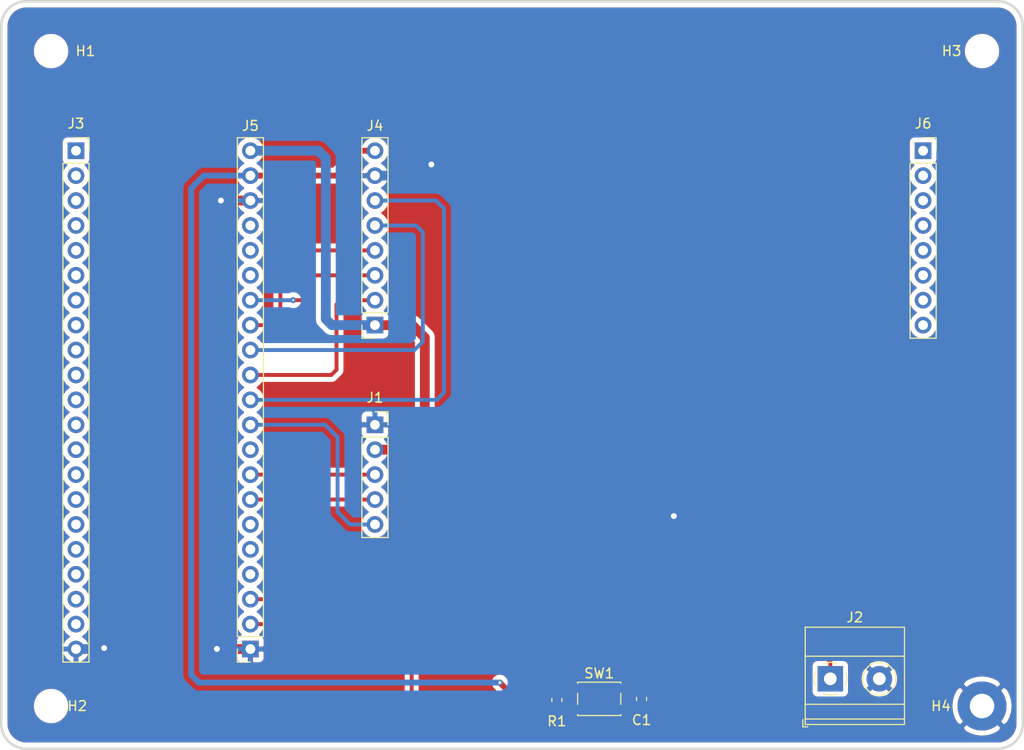
<source format=kicad_pcb>
(kicad_pcb (version 20171130) (host pcbnew 5.1.2-f72e74a~84~ubuntu18.04.1)

  (general
    (thickness 1.6)
    (drawings 8)
    (tracks 94)
    (zones 0)
    (modules 13)
    (nets 14)
  )

  (page A4 portrait)
  (title_block
    (title "Reflow Toaster Oven Controller")
    (date 2019-05-23)
    (rev 1)
    (company "Karibe (K) Ltd")
    (comment 3 "Checked by: Thiong'o Chelmis")
    (comment 4 "Designed by: Karibe David")
  )

  (layers
    (0 F.Cu signal)
    (31 B.Cu signal)
    (32 B.Adhes user)
    (33 F.Adhes user)
    (34 B.Paste user)
    (35 F.Paste user)
    (36 B.SilkS user)
    (37 F.SilkS user)
    (38 B.Mask user)
    (39 F.Mask user)
    (40 Dwgs.User user hide)
    (41 Cmts.User user hide)
    (42 Eco1.User user hide)
    (43 Eco2.User user hide)
    (44 Edge.Cuts user)
    (45 Margin user hide)
    (46 B.CrtYd user hide)
    (47 F.CrtYd user hide)
    (48 B.Fab user hide)
    (49 F.Fab user hide)
  )

  (setup
    (last_trace_width 0.4)
    (trace_clearance 0.2)
    (zone_clearance 0.508)
    (zone_45_only no)
    (trace_min 0.2)
    (via_size 0.6)
    (via_drill 0.2)
    (via_min_size 0.4)
    (via_min_drill 0.2)
    (uvia_size 0.3)
    (uvia_drill 0.1)
    (uvias_allowed no)
    (uvia_min_size 0.2)
    (uvia_min_drill 0.1)
    (edge_width 0.05)
    (segment_width 0.2)
    (pcb_text_width 0.3)
    (pcb_text_size 1.5 1.5)
    (mod_edge_width 0.12)
    (mod_text_size 1 1)
    (mod_text_width 0.15)
    (pad_size 1.524 1.524)
    (pad_drill 0.762)
    (pad_to_mask_clearance 0.051)
    (solder_mask_min_width 0.25)
    (aux_axis_origin 0 0)
    (visible_elements FFFFFF7F)
    (pcbplotparams
      (layerselection 0x010fc_ffffffff)
      (usegerberextensions false)
      (usegerberattributes false)
      (usegerberadvancedattributes false)
      (creategerberjobfile false)
      (excludeedgelayer false)
      (linewidth 0.100000)
      (plotframeref false)
      (viasonmask false)
      (mode 1)
      (useauxorigin false)
      (hpglpennumber 1)
      (hpglpenspeed 20)
      (hpglpendiameter 15.000000)
      (psnegative false)
      (psa4output false)
      (plotreference false)
      (plotvalue false)
      (plotinvisibletext false)
      (padsonsilk false)
      (subtractmaskfromsilk false)
      (outputformat 1)
      (mirror false)
      (drillshape 0)
      (scaleselection 1)
      (outputdirectory "toaster_gerbers"))
  )

  (net 0 "")
  (net 1 GND)
  (net 2 PTD3)
  (net 3 PTD0)
  (net 4 PTD1)
  (net 5 +5V)
  (net 6 +3V3)
  (net 7 PTD4)
  (net 8 PTD6)
  (net 9 PTD7)
  (net 10 PTE1)
  (net 11 PTD5)
  (net 12 PTB19)
  (net 13 PTC8)

  (net_class Default "This is the default net class."
    (clearance 0.2)
    (trace_width 0.4)
    (via_dia 0.6)
    (via_drill 0.2)
    (uvia_dia 0.3)
    (uvia_drill 0.1)
    (add_net ADC0_DM0)
    (add_net ADC0_DP0)
    (add_net ADC1_DM0)
    (add_net ADC1_DP0)
    (add_net DAC)
    (add_net "Net-(J6-Pad1)")
    (add_net "Net-(J6-Pad2)")
    (add_net "Net-(J6-Pad3)")
    (add_net "Net-(J6-Pad4)")
    (add_net "Net-(J6-Pad5)")
    (add_net "Net-(J6-Pad6)")
    (add_net "Net-(J6-Pad7)")
    (add_net "Net-(J6-Pad8)")
    (add_net PTA12)
    (add_net PTA13)
    (add_net PTA4)
    (add_net PTA5)
    (add_net PTB0)
    (add_net PTB1)
    (add_net PTB16)
    (add_net PTB17)
    (add_net PTB18)
    (add_net PTB19)
    (add_net PTB2)
    (add_net PTB3)
    (add_net PTC10)
    (add_net PTC11)
    (add_net PTC8)
    (add_net PTC9)
    (add_net PTD0)
    (add_net PTD1)
    (add_net PTD2)
    (add_net PTD3)
    (add_net PTD4)
    (add_net PTD5)
    (add_net PTD6)
    (add_net PTD7)
    (add_net PTE0)
    (add_net PTE1)
    (add_net VBAT)
    (add_net VREFH)
    (add_net VREFL_AGND)
    (add_net VREF_OUT)
  )

  (net_class 3.3v-power ""
    (clearance 0.2)
    (trace_width 0.6)
    (via_dia 0.8)
    (via_drill 0.3)
    (uvia_dia 0.3)
    (uvia_drill 0.1)
    (add_net +3V3)
  )

  (net_class 5v-power ""
    (clearance 0.3)
    (trace_width 1)
    (via_dia 1.2)
    (via_drill 0.6)
    (uvia_dia 0.3)
    (uvia_drill 0.1)
    (add_net +5V)
    (add_net GND)
  )

  (module TerminalBlock_Phoenix:TerminalBlock_Phoenix_MKDS-1,5-2_1x02_P5.00mm_Horizontal (layer F.Cu) (tedit 5B294EE5) (tstamp 5CE63113)
    (at 135.32104 196.07276)
    (descr "Terminal Block Phoenix MKDS-1,5-2, 2 pins, pitch 5mm, size 10x9.8mm^2, drill diamater 1.3mm, pad diameter 2.6mm, see http://www.farnell.com/datasheets/100425.pdf, script-generated using https://github.com/pointhi/kicad-footprint-generator/scripts/TerminalBlock_Phoenix")
    (tags "THT Terminal Block Phoenix MKDS-1,5-2 pitch 5mm size 10x9.8mm^2 drill 1.3mm pad 2.6mm")
    (path /5CF2DC7A)
    (fp_text reference J2 (at 2.5 -6.26) (layer F.SilkS)
      (effects (font (size 1 1) (thickness 0.15)))
    )
    (fp_text value Conn_01x02 (at 2.5 5.66) (layer F.Fab)
      (effects (font (size 1 1) (thickness 0.15)))
    )
    (fp_text user %R (at 2.5 3.2) (layer F.Fab)
      (effects (font (size 1 1) (thickness 0.15)))
    )
    (fp_line (start 8 -5.71) (end -3 -5.71) (layer F.CrtYd) (width 0.05))
    (fp_line (start 8 5.1) (end 8 -5.71) (layer F.CrtYd) (width 0.05))
    (fp_line (start -3 5.1) (end 8 5.1) (layer F.CrtYd) (width 0.05))
    (fp_line (start -3 -5.71) (end -3 5.1) (layer F.CrtYd) (width 0.05))
    (fp_line (start -2.8 4.9) (end -2.3 4.9) (layer F.SilkS) (width 0.12))
    (fp_line (start -2.8 4.16) (end -2.8 4.9) (layer F.SilkS) (width 0.12))
    (fp_line (start 3.773 1.023) (end 3.726 1.069) (layer F.SilkS) (width 0.12))
    (fp_line (start 6.07 -1.275) (end 6.035 -1.239) (layer F.SilkS) (width 0.12))
    (fp_line (start 3.966 1.239) (end 3.931 1.274) (layer F.SilkS) (width 0.12))
    (fp_line (start 6.275 -1.069) (end 6.228 -1.023) (layer F.SilkS) (width 0.12))
    (fp_line (start 5.955 -1.138) (end 3.863 0.955) (layer F.Fab) (width 0.1))
    (fp_line (start 6.138 -0.955) (end 4.046 1.138) (layer F.Fab) (width 0.1))
    (fp_line (start 0.955 -1.138) (end -1.138 0.955) (layer F.Fab) (width 0.1))
    (fp_line (start 1.138 -0.955) (end -0.955 1.138) (layer F.Fab) (width 0.1))
    (fp_line (start 7.56 -5.261) (end 7.56 4.66) (layer F.SilkS) (width 0.12))
    (fp_line (start -2.56 -5.261) (end -2.56 4.66) (layer F.SilkS) (width 0.12))
    (fp_line (start -2.56 4.66) (end 7.56 4.66) (layer F.SilkS) (width 0.12))
    (fp_line (start -2.56 -5.261) (end 7.56 -5.261) (layer F.SilkS) (width 0.12))
    (fp_line (start -2.56 -2.301) (end 7.56 -2.301) (layer F.SilkS) (width 0.12))
    (fp_line (start -2.5 -2.3) (end 7.5 -2.3) (layer F.Fab) (width 0.1))
    (fp_line (start -2.56 2.6) (end 7.56 2.6) (layer F.SilkS) (width 0.12))
    (fp_line (start -2.5 2.6) (end 7.5 2.6) (layer F.Fab) (width 0.1))
    (fp_line (start -2.56 4.1) (end 7.56 4.1) (layer F.SilkS) (width 0.12))
    (fp_line (start -2.5 4.1) (end 7.5 4.1) (layer F.Fab) (width 0.1))
    (fp_line (start -2.5 4.1) (end -2.5 -5.2) (layer F.Fab) (width 0.1))
    (fp_line (start -2 4.6) (end -2.5 4.1) (layer F.Fab) (width 0.1))
    (fp_line (start 7.5 4.6) (end -2 4.6) (layer F.Fab) (width 0.1))
    (fp_line (start 7.5 -5.2) (end 7.5 4.6) (layer F.Fab) (width 0.1))
    (fp_line (start -2.5 -5.2) (end 7.5 -5.2) (layer F.Fab) (width 0.1))
    (fp_circle (center 5 0) (end 6.68 0) (layer F.SilkS) (width 0.12))
    (fp_circle (center 5 0) (end 6.5 0) (layer F.Fab) (width 0.1))
    (fp_circle (center 0 0) (end 1.5 0) (layer F.Fab) (width 0.1))
    (fp_arc (start 0 0) (end -0.684 1.535) (angle -25) (layer F.SilkS) (width 0.12))
    (fp_arc (start 0 0) (end -1.535 -0.684) (angle -48) (layer F.SilkS) (width 0.12))
    (fp_arc (start 0 0) (end 0.684 -1.535) (angle -48) (layer F.SilkS) (width 0.12))
    (fp_arc (start 0 0) (end 1.535 0.684) (angle -48) (layer F.SilkS) (width 0.12))
    (fp_arc (start 0 0) (end 0 1.68) (angle -24) (layer F.SilkS) (width 0.12))
    (pad 2 thru_hole circle (at 5 0) (size 2.6 2.6) (drill 1.3) (layers *.Cu *.Mask)
      (net 1 GND))
    (pad 1 thru_hole rect (at 0 0) (size 2.6 2.6) (drill 1.3) (layers *.Cu *.Mask)
      (net 13 PTC8))
    (model ${KIPRJMOD}/3D_models/87702032-3-38261/38261.stp
      (offset (xyz -2.6 -3.8 0))
      (scale (xyz 0.8 0.5 1))
      (rotate (xyz -90 0 90))
    )
  )

  (module MountingHole:MountingHole_2.5mm_Pad (layer F.Cu) (tedit 56D1B4CB) (tstamp 5CE651CB)
    (at 150.78644 198.85086)
    (descr "Mounting Hole 2.5mm")
    (tags "mounting hole 2.5mm")
    (path /5CF74B5E)
    (attr virtual)
    (fp_text reference H4 (at -4.1878 -0.00188) (layer F.SilkS)
      (effects (font (size 1 1) (thickness 0.15)))
    )
    (fp_text value MountingHole_Pad (at 0 3.5) (layer F.Fab)
      (effects (font (size 1 1) (thickness 0.15)))
    )
    (fp_circle (center 0 0) (end 2.75 0) (layer F.CrtYd) (width 0.05))
    (fp_circle (center 0 0) (end 2.5 0) (layer Cmts.User) (width 0.15))
    (fp_text user %R (at 0.3 0) (layer F.Fab)
      (effects (font (size 1 1) (thickness 0.15)))
    )
    (pad 1 thru_hole circle (at 0 0) (size 5 5) (drill 2.5) (layers *.Cu *.Mask)
      (net 1 GND))
  )

  (module MountingHole:MountingHole_2.5mm (layer F.Cu) (tedit 56D1B4CB) (tstamp 5CE65480)
    (at 150.78644 132.08)
    (descr "Mounting Hole 2.5mm, no annular")
    (tags "mounting hole 2.5mm no annular")
    (path /5CF770C2)
    (attr virtual)
    (fp_text reference H3 (at -3.0956 -0.00508) (layer F.SilkS)
      (effects (font (size 1 1) (thickness 0.15)))
    )
    (fp_text value MountingHole (at 0 3.5) (layer F.Fab)
      (effects (font (size 1 1) (thickness 0.15)))
    )
    (fp_circle (center 0 0) (end 2.75 0) (layer F.CrtYd) (width 0.05))
    (fp_circle (center 0 0) (end 2.5 0) (layer Cmts.User) (width 0.15))
    (fp_text user %R (at 0.3 0) (layer F.Fab)
      (effects (font (size 1 1) (thickness 0.15)))
    )
    (pad 1 np_thru_hole circle (at 0 0) (size 2.5 2.5) (drill 2.5) (layers *.Cu *.Mask))
  )

  (module MountingHole:MountingHole_2.5mm (layer F.Cu) (tedit 56D1B4CB) (tstamp 5CE654B3)
    (at 55.88 198.85086 270)
    (descr "Mounting Hole 2.5mm, no annular")
    (tags "mounting hole 2.5mm no annular")
    (path /5CF76C20)
    (attr virtual)
    (fp_text reference H2 (at -0.00442 -2.66954 180) (layer F.SilkS)
      (effects (font (size 1 1) (thickness 0.15)))
    )
    (fp_text value MountingHole (at 0 3.5 90) (layer F.Fab)
      (effects (font (size 1 1) (thickness 0.15)))
    )
    (fp_circle (center 0 0) (end 2.75 0) (layer F.CrtYd) (width 0.05))
    (fp_circle (center 0 0) (end 2.5 0) (layer Cmts.User) (width 0.15))
    (fp_text user %R (at 0.3 0 90) (layer F.Fab)
      (effects (font (size 1 1) (thickness 0.15)))
    )
    (pad 1 np_thru_hole circle (at 0 0 270) (size 2.5 2.5) (drill 2.5) (layers *.Cu *.Mask))
  )

  (module MountingHole:MountingHole_2.5mm (layer F.Cu) (tedit 56D1B4CB) (tstamp 5CE651B3)
    (at 55.88 132.08 270)
    (descr "Mounting Hole 2.5mm, no annular")
    (tags "mounting hole 2.5mm no annular")
    (path /5CF769CF)
    (attr virtual)
    (fp_text reference H1 (at 0 -3.5 180) (layer F.SilkS)
      (effects (font (size 1 1) (thickness 0.15)))
    )
    (fp_text value MountingHole (at 0 3.5 90) (layer F.Fab)
      (effects (font (size 1 1) (thickness 0.15)))
    )
    (fp_circle (center 0 0) (end 2.75 0) (layer F.CrtYd) (width 0.05))
    (fp_circle (center 0 0) (end 2.5 0) (layer Cmts.User) (width 0.15))
    (fp_text user %R (at 0.3 0 90) (layer F.Fab)
      (effects (font (size 1 1) (thickness 0.15)))
    )
    (pad 1 np_thru_hole circle (at 0 0 270) (size 2.5 2.5) (drill 2.5) (layers *.Cu *.Mask))
  )

  (module Connector_PinSocket_2.54mm:PinSocket_1x08_P2.54mm_Vertical (layer F.Cu) (tedit 5A19A420) (tstamp 5CE64675)
    (at 144.78 142.24)
    (descr "Through hole straight socket strip, 1x08, 2.54mm pitch, single row (from Kicad 4.0.7), script generated")
    (tags "Through hole socket strip THT 1x08 2.54mm single row")
    (path /5CF5F37E)
    (fp_text reference J6 (at 0 -2.77) (layer F.SilkS)
      (effects (font (size 1 1) (thickness 0.15)))
    )
    (fp_text value Conn_01x08 (at 0 20.55) (layer F.Fab)
      (effects (font (size 1 1) (thickness 0.15)))
    )
    (fp_text user %R (at 0 8.89 90) (layer F.Fab)
      (effects (font (size 1 1) (thickness 0.15)))
    )
    (fp_line (start -1.8 19.55) (end -1.8 -1.8) (layer F.CrtYd) (width 0.05))
    (fp_line (start 1.75 19.55) (end -1.8 19.55) (layer F.CrtYd) (width 0.05))
    (fp_line (start 1.75 -1.8) (end 1.75 19.55) (layer F.CrtYd) (width 0.05))
    (fp_line (start -1.8 -1.8) (end 1.75 -1.8) (layer F.CrtYd) (width 0.05))
    (fp_line (start 0 -1.33) (end 1.33 -1.33) (layer F.SilkS) (width 0.12))
    (fp_line (start 1.33 -1.33) (end 1.33 0) (layer F.SilkS) (width 0.12))
    (fp_line (start 1.33 1.27) (end 1.33 19.11) (layer F.SilkS) (width 0.12))
    (fp_line (start -1.33 19.11) (end 1.33 19.11) (layer F.SilkS) (width 0.12))
    (fp_line (start -1.33 1.27) (end -1.33 19.11) (layer F.SilkS) (width 0.12))
    (fp_line (start -1.33 1.27) (end 1.33 1.27) (layer F.SilkS) (width 0.12))
    (fp_line (start -1.27 19.05) (end -1.27 -1.27) (layer F.Fab) (width 0.1))
    (fp_line (start 1.27 19.05) (end -1.27 19.05) (layer F.Fab) (width 0.1))
    (fp_line (start 1.27 -0.635) (end 1.27 19.05) (layer F.Fab) (width 0.1))
    (fp_line (start 0.635 -1.27) (end 1.27 -0.635) (layer F.Fab) (width 0.1))
    (fp_line (start -1.27 -1.27) (end 0.635 -1.27) (layer F.Fab) (width 0.1))
    (pad 8 thru_hole oval (at 0 17.78) (size 1.7 1.7) (drill 1) (layers *.Cu *.Mask))
    (pad 7 thru_hole oval (at 0 15.24) (size 1.7 1.7) (drill 1) (layers *.Cu *.Mask))
    (pad 6 thru_hole oval (at 0 12.7) (size 1.7 1.7) (drill 1) (layers *.Cu *.Mask))
    (pad 5 thru_hole oval (at 0 10.16) (size 1.7 1.7) (drill 1) (layers *.Cu *.Mask))
    (pad 4 thru_hole oval (at 0 7.62) (size 1.7 1.7) (drill 1) (layers *.Cu *.Mask))
    (pad 3 thru_hole oval (at 0 5.08) (size 1.7 1.7) (drill 1) (layers *.Cu *.Mask))
    (pad 2 thru_hole oval (at 0 2.54) (size 1.7 1.7) (drill 1) (layers *.Cu *.Mask))
    (pad 1 thru_hole rect (at 0 0) (size 1.7 1.7) (drill 1) (layers *.Cu *.Mask))
    (model ${KISYS3DMOD}/Connector_PinSocket_2.54mm.3dshapes/PinSocket_1x08_P2.54mm_Vertical.wrl
      (at (xyz 0 0 0))
      (scale (xyz 1 1 1))
      (rotate (xyz 0 0 0))
    )
  )

  (module Button_Switch_SMD:SW_SPST_PTS810 (layer F.Cu) (tedit 5B0610A8) (tstamp 5CE631AF)
    (at 111.76 198.12)
    (descr "C&K Components, PTS 810 Series, Microminiature SMT Top Actuated, http://www.ckswitches.com/media/1476/pts810.pdf")
    (tags "SPST Button Switch")
    (path /5CF17111)
    (attr smd)
    (fp_text reference SW1 (at 0 -2.6) (layer F.SilkS)
      (effects (font (size 1 1) (thickness 0.15)))
    )
    (fp_text value SW_Push (at 0 2.6) (layer F.Fab)
      (effects (font (size 1 1) (thickness 0.15)))
    )
    (fp_arc (start 0.4 0) (end 0.4 -1.1) (angle 180) (layer F.Fab) (width 0.1))
    (fp_line (start 2.1 1.6) (end 2.1 -1.6) (layer F.Fab) (width 0.1))
    (fp_line (start 2.1 -1.6) (end -2.1 -1.6) (layer F.Fab) (width 0.1))
    (fp_line (start -2.1 -1.6) (end -2.1 1.6) (layer F.Fab) (width 0.1))
    (fp_line (start -2.1 1.6) (end 2.1 1.6) (layer F.Fab) (width 0.1))
    (fp_arc (start -0.4 0) (end -0.4 1.1) (angle 180) (layer F.Fab) (width 0.1))
    (fp_line (start -0.4 -1.1) (end 0.4 -1.1) (layer F.Fab) (width 0.1))
    (fp_line (start 0.4 1.1) (end -0.4 1.1) (layer F.Fab) (width 0.1))
    (fp_line (start 2.2 -1.7) (end -2.2 -1.7) (layer F.SilkS) (width 0.12))
    (fp_line (start -2.2 -1.7) (end -2.2 -1.58) (layer F.SilkS) (width 0.12))
    (fp_line (start -2.2 -0.57) (end -2.2 0.57) (layer F.SilkS) (width 0.12))
    (fp_line (start -2.2 1.58) (end -2.2 1.7) (layer F.SilkS) (width 0.12))
    (fp_line (start -2.2 1.7) (end 2.2 1.7) (layer F.SilkS) (width 0.12))
    (fp_line (start 2.2 1.7) (end 2.2 1.58) (layer F.SilkS) (width 0.12))
    (fp_line (start 2.2 0.57) (end 2.2 -0.57) (layer F.SilkS) (width 0.12))
    (fp_line (start 2.2 -1.58) (end 2.2 -1.7) (layer F.SilkS) (width 0.12))
    (fp_text user %R (at 0 0) (layer F.Fab)
      (effects (font (size 0.6 0.6) (thickness 0.09)))
    )
    (fp_line (start 2.85 -1.85) (end 2.85 1.85) (layer F.CrtYd) (width 0.05))
    (fp_line (start 2.85 1.85) (end -2.85 1.85) (layer F.CrtYd) (width 0.05))
    (fp_line (start -2.85 1.85) (end -2.85 -1.85) (layer F.CrtYd) (width 0.05))
    (fp_line (start -2.85 -1.85) (end 2.85 -1.85) (layer F.CrtYd) (width 0.05))
    (pad 2 smd rect (at 2.075 1.075) (size 1.05 0.65) (layers F.Cu F.Paste F.Mask)
      (net 12 PTB19))
    (pad 2 smd rect (at -2.075 1.075) (size 1.05 0.65) (layers F.Cu F.Paste F.Mask)
      (net 12 PTB19))
    (pad 1 smd rect (at 2.075 -1.075) (size 1.05 0.65) (layers F.Cu F.Paste F.Mask)
      (net 1 GND))
    (pad 1 smd rect (at -2.075 -1.075) (size 1.05 0.65) (layers F.Cu F.Paste F.Mask)
      (net 1 GND))
    (model /home/muriuki/src/kw41z-board/3DModels/PTS810.step
      (at (xyz 0 0 0))
      (scale (xyz 1 1 1))
      (rotate (xyz 0 0 0))
    )
  )

  (module Resistor_SMD:R_0603_1608Metric (layer F.Cu) (tedit 5B301BBD) (tstamp 5CE63192)
    (at 107.442 198.247 90)
    (descr "Resistor SMD 0603 (1608 Metric), square (rectangular) end terminal, IPC_7351 nominal, (Body size source: http://www.tortai-tech.com/upload/download/2011102023233369053.pdf), generated with kicad-footprint-generator")
    (tags resistor)
    (path /5CF19007)
    (attr smd)
    (fp_text reference R1 (at -2.159 0 180) (layer F.SilkS)
      (effects (font (size 1 1) (thickness 0.15)))
    )
    (fp_text value 10K (at 0 1.43 90) (layer F.Fab)
      (effects (font (size 1 1) (thickness 0.15)))
    )
    (fp_text user %R (at 0 0 90) (layer F.Fab)
      (effects (font (size 0.4 0.4) (thickness 0.06)))
    )
    (fp_line (start 1.48 0.73) (end -1.48 0.73) (layer F.CrtYd) (width 0.05))
    (fp_line (start 1.48 -0.73) (end 1.48 0.73) (layer F.CrtYd) (width 0.05))
    (fp_line (start -1.48 -0.73) (end 1.48 -0.73) (layer F.CrtYd) (width 0.05))
    (fp_line (start -1.48 0.73) (end -1.48 -0.73) (layer F.CrtYd) (width 0.05))
    (fp_line (start -0.162779 0.51) (end 0.162779 0.51) (layer F.SilkS) (width 0.12))
    (fp_line (start -0.162779 -0.51) (end 0.162779 -0.51) (layer F.SilkS) (width 0.12))
    (fp_line (start 0.8 0.4) (end -0.8 0.4) (layer F.Fab) (width 0.1))
    (fp_line (start 0.8 -0.4) (end 0.8 0.4) (layer F.Fab) (width 0.1))
    (fp_line (start -0.8 -0.4) (end 0.8 -0.4) (layer F.Fab) (width 0.1))
    (fp_line (start -0.8 0.4) (end -0.8 -0.4) (layer F.Fab) (width 0.1))
    (pad 2 smd roundrect (at 0.7875 0 90) (size 0.875 0.95) (layers F.Cu F.Paste F.Mask) (roundrect_rratio 0.25)
      (net 6 +3V3))
    (pad 1 smd roundrect (at -0.7875 0 90) (size 0.875 0.95) (layers F.Cu F.Paste F.Mask) (roundrect_rratio 0.25)
      (net 12 PTB19))
    (model ${KISYS3DMOD}/Resistor_SMD.3dshapes/R_0603_1608Metric.wrl
      (at (xyz 0 0 0))
      (scale (xyz 1 1 1))
      (rotate (xyz 0 0 0))
    )
  )

  (module Connector_PinSocket_2.54mm:PinSocket_1x21_P2.54mm_Vertical (layer F.Cu) (tedit 5A19A421) (tstamp 5CE64AF3)
    (at 76.2 193.04 180)
    (descr "Through hole straight socket strip, 1x21, 2.54mm pitch, single row (from Kicad 4.0.7), script generated")
    (tags "Through hole socket strip THT 1x21 2.54mm single row")
    (path /5CE60400)
    (fp_text reference J5 (at 0 53.34) (layer F.SilkS)
      (effects (font (size 1 1) (thickness 0.15)))
    )
    (fp_text value Conn_01x21 (at 0 53.57) (layer F.Fab)
      (effects (font (size 1 1) (thickness 0.15)))
    )
    (fp_text user %R (at 0 25.4 90) (layer F.Fab)
      (effects (font (size 1 1) (thickness 0.15)))
    )
    (fp_line (start -1.8 52.55) (end -1.8 -1.8) (layer F.CrtYd) (width 0.05))
    (fp_line (start 1.75 52.55) (end -1.8 52.55) (layer F.CrtYd) (width 0.05))
    (fp_line (start 1.75 -1.8) (end 1.75 52.55) (layer F.CrtYd) (width 0.05))
    (fp_line (start -1.8 -1.8) (end 1.75 -1.8) (layer F.CrtYd) (width 0.05))
    (fp_line (start 0 -1.33) (end 1.33 -1.33) (layer F.SilkS) (width 0.12))
    (fp_line (start 1.33 -1.33) (end 1.33 0) (layer F.SilkS) (width 0.12))
    (fp_line (start 1.33 1.27) (end 1.33 52.13) (layer F.SilkS) (width 0.12))
    (fp_line (start -1.33 52.13) (end 1.33 52.13) (layer F.SilkS) (width 0.12))
    (fp_line (start -1.33 1.27) (end -1.33 52.13) (layer F.SilkS) (width 0.12))
    (fp_line (start -1.33 1.27) (end 1.33 1.27) (layer F.SilkS) (width 0.12))
    (fp_line (start -1.27 52.07) (end -1.27 -1.27) (layer F.Fab) (width 0.1))
    (fp_line (start 1.27 52.07) (end -1.27 52.07) (layer F.Fab) (width 0.1))
    (fp_line (start 1.27 -0.635) (end 1.27 52.07) (layer F.Fab) (width 0.1))
    (fp_line (start 0.635 -1.27) (end 1.27 -0.635) (layer F.Fab) (width 0.1))
    (fp_line (start -1.27 -1.27) (end 0.635 -1.27) (layer F.Fab) (width 0.1))
    (pad 21 thru_hole oval (at 0 50.8 180) (size 1.7 1.7) (drill 1) (layers *.Cu *.Mask)
      (net 5 +5V))
    (pad 20 thru_hole oval (at 0 48.26 180) (size 1.7 1.7) (drill 1) (layers *.Cu *.Mask)
      (net 6 +3V3))
    (pad 19 thru_hole oval (at 0 45.72 180) (size 1.7 1.7) (drill 1) (layers *.Cu *.Mask)
      (net 1 GND))
    (pad 18 thru_hole oval (at 0 43.18 180) (size 1.7 1.7) (drill 1) (layers *.Cu *.Mask))
    (pad 17 thru_hole oval (at 0 40.64 180) (size 1.7 1.7) (drill 1) (layers *.Cu *.Mask))
    (pad 16 thru_hole oval (at 0 38.1 180) (size 1.7 1.7) (drill 1) (layers *.Cu *.Mask))
    (pad 15 thru_hole oval (at 0 35.56 180) (size 1.7 1.7) (drill 1) (layers *.Cu *.Mask)
      (net 10 PTE1))
    (pad 14 thru_hole oval (at 0 33.02 180) (size 1.7 1.7) (drill 1) (layers *.Cu *.Mask)
      (net 9 PTD7))
    (pad 13 thru_hole oval (at 0 30.48 180) (size 1.7 1.7) (drill 1) (layers *.Cu *.Mask)
      (net 8 PTD6))
    (pad 12 thru_hole oval (at 0 27.94 180) (size 1.7 1.7) (drill 1) (layers *.Cu *.Mask)
      (net 11 PTD5))
    (pad 11 thru_hole oval (at 0 25.4 180) (size 1.7 1.7) (drill 1) (layers *.Cu *.Mask)
      (net 7 PTD4))
    (pad 10 thru_hole oval (at 0 22.86 180) (size 1.7 1.7) (drill 1) (layers *.Cu *.Mask)
      (net 2 PTD3))
    (pad 9 thru_hole oval (at 0 20.32 180) (size 1.7 1.7) (drill 1) (layers *.Cu *.Mask))
    (pad 8 thru_hole oval (at 0 17.78 180) (size 1.7 1.7) (drill 1) (layers *.Cu *.Mask)
      (net 4 PTD1))
    (pad 7 thru_hole oval (at 0 15.24 180) (size 1.7 1.7) (drill 1) (layers *.Cu *.Mask)
      (net 3 PTD0))
    (pad 6 thru_hole oval (at 0 12.7 180) (size 1.7 1.7) (drill 1) (layers *.Cu *.Mask))
    (pad 5 thru_hole oval (at 0 10.16 180) (size 1.7 1.7) (drill 1) (layers *.Cu *.Mask))
    (pad 4 thru_hole oval (at 0 7.62 180) (size 1.7 1.7) (drill 1) (layers *.Cu *.Mask))
    (pad 3 thru_hole oval (at 0 5.08 180) (size 1.7 1.7) (drill 1) (layers *.Cu *.Mask)
      (net 13 PTC8))
    (pad 2 thru_hole oval (at 0 2.54 180) (size 1.7 1.7) (drill 1) (layers *.Cu *.Mask)
      (net 12 PTB19))
    (pad 1 thru_hole rect (at 0 0 180) (size 1.7 1.7) (drill 1) (layers *.Cu *.Mask)
      (net 1 GND))
    (model ${KISYS3DMOD}/Connector_PinSocket_2.54mm.3dshapes/PinSocket_1x21_P2.54mm_Vertical.wrl
      (at (xyz 0 0 0))
      (scale (xyz 1 1 1))
      (rotate (xyz 0 0 0))
    )
  )

  (module Connector_PinSocket_2.54mm:PinSocket_1x08_P2.54mm_Vertical (layer F.Cu) (tedit 5A19A420) (tstamp 5CE64624)
    (at 88.9 160.02 180)
    (descr "Through hole straight socket strip, 1x08, 2.54mm pitch, single row (from Kicad 4.0.7), script generated")
    (tags "Through hole socket strip THT 1x08 2.54mm single row")
    (path /5CE8DCDE)
    (fp_text reference J4 (at 0 20.32) (layer F.SilkS)
      (effects (font (size 1 1) (thickness 0.15)))
    )
    (fp_text value Conn_01x08 (at 0 20.55) (layer F.Fab)
      (effects (font (size 1 1) (thickness 0.15)))
    )
    (fp_text user %R (at 0 8.89 90) (layer F.Fab)
      (effects (font (size 1 1) (thickness 0.15)))
    )
    (fp_line (start -1.8 19.55) (end -1.8 -1.8) (layer F.CrtYd) (width 0.05))
    (fp_line (start 1.75 19.55) (end -1.8 19.55) (layer F.CrtYd) (width 0.05))
    (fp_line (start 1.75 -1.8) (end 1.75 19.55) (layer F.CrtYd) (width 0.05))
    (fp_line (start -1.8 -1.8) (end 1.75 -1.8) (layer F.CrtYd) (width 0.05))
    (fp_line (start 0 -1.33) (end 1.33 -1.33) (layer F.SilkS) (width 0.12))
    (fp_line (start 1.33 -1.33) (end 1.33 0) (layer F.SilkS) (width 0.12))
    (fp_line (start 1.33 1.27) (end 1.33 19.11) (layer F.SilkS) (width 0.12))
    (fp_line (start -1.33 19.11) (end 1.33 19.11) (layer F.SilkS) (width 0.12))
    (fp_line (start -1.33 1.27) (end -1.33 19.11) (layer F.SilkS) (width 0.12))
    (fp_line (start -1.33 1.27) (end 1.33 1.27) (layer F.SilkS) (width 0.12))
    (fp_line (start -1.27 19.05) (end -1.27 -1.27) (layer F.Fab) (width 0.1))
    (fp_line (start 1.27 19.05) (end -1.27 19.05) (layer F.Fab) (width 0.1))
    (fp_line (start 1.27 -0.635) (end 1.27 19.05) (layer F.Fab) (width 0.1))
    (fp_line (start 0.635 -1.27) (end 1.27 -0.635) (layer F.Fab) (width 0.1))
    (fp_line (start -1.27 -1.27) (end 0.635 -1.27) (layer F.Fab) (width 0.1))
    (pad 8 thru_hole oval (at 0 17.78 180) (size 1.7 1.7) (drill 1) (layers *.Cu *.Mask)
      (net 6 +3V3))
    (pad 7 thru_hole oval (at 0 15.24 180) (size 1.7 1.7) (drill 1) (layers *.Cu *.Mask)
      (net 1 GND))
    (pad 6 thru_hole oval (at 0 12.7 180) (size 1.7 1.7) (drill 1) (layers *.Cu *.Mask)
      (net 7 PTD4))
    (pad 5 thru_hole oval (at 0 10.16 180) (size 1.7 1.7) (drill 1) (layers *.Cu *.Mask)
      (net 8 PTD6))
    (pad 4 thru_hole oval (at 0 7.62 180) (size 1.7 1.7) (drill 1) (layers *.Cu *.Mask)
      (net 9 PTD7))
    (pad 3 thru_hole oval (at 0 5.08 180) (size 1.7 1.7) (drill 1) (layers *.Cu *.Mask)
      (net 10 PTE1))
    (pad 2 thru_hole oval (at 0 2.54 180) (size 1.7 1.7) (drill 1) (layers *.Cu *.Mask)
      (net 11 PTD5))
    (pad 1 thru_hole rect (at 0 0 180) (size 1.7 1.7) (drill 1) (layers *.Cu *.Mask)
      (net 5 +5V))
    (model ${KISYS3DMOD}/Connector_PinSocket_2.54mm.3dshapes/PinSocket_1x08_P2.54mm_Vertical.wrl
      (at (xyz 0 0 0))
      (scale (xyz 1 1 1))
      (rotate (xyz 0 0 0))
    )
  )

  (module Connector_PinSocket_2.54mm:PinSocket_1x21_P2.54mm_Vertical (layer F.Cu) (tedit 5A19A421) (tstamp 5CE6313C)
    (at 58.42 142.24)
    (descr "Through hole straight socket strip, 1x21, 2.54mm pitch, single row (from Kicad 4.0.7), script generated")
    (tags "Through hole socket strip THT 1x21 2.54mm single row")
    (path /5CE5B564)
    (fp_text reference J3 (at 0 -2.77) (layer F.SilkS)
      (effects (font (size 1 1) (thickness 0.15)))
    )
    (fp_text value Conn_01x21 (at 0 53.57) (layer F.Fab)
      (effects (font (size 1 1) (thickness 0.15)))
    )
    (fp_text user %R (at 0 25.4 90) (layer F.Fab)
      (effects (font (size 1 1) (thickness 0.15)))
    )
    (fp_line (start -1.8 52.55) (end -1.8 -1.8) (layer F.CrtYd) (width 0.05))
    (fp_line (start 1.75 52.55) (end -1.8 52.55) (layer F.CrtYd) (width 0.05))
    (fp_line (start 1.75 -1.8) (end 1.75 52.55) (layer F.CrtYd) (width 0.05))
    (fp_line (start -1.8 -1.8) (end 1.75 -1.8) (layer F.CrtYd) (width 0.05))
    (fp_line (start 0 -1.33) (end 1.33 -1.33) (layer F.SilkS) (width 0.12))
    (fp_line (start 1.33 -1.33) (end 1.33 0) (layer F.SilkS) (width 0.12))
    (fp_line (start 1.33 1.27) (end 1.33 52.13) (layer F.SilkS) (width 0.12))
    (fp_line (start -1.33 52.13) (end 1.33 52.13) (layer F.SilkS) (width 0.12))
    (fp_line (start -1.33 1.27) (end -1.33 52.13) (layer F.SilkS) (width 0.12))
    (fp_line (start -1.33 1.27) (end 1.33 1.27) (layer F.SilkS) (width 0.12))
    (fp_line (start -1.27 52.07) (end -1.27 -1.27) (layer F.Fab) (width 0.1))
    (fp_line (start 1.27 52.07) (end -1.27 52.07) (layer F.Fab) (width 0.1))
    (fp_line (start 1.27 -0.635) (end 1.27 52.07) (layer F.Fab) (width 0.1))
    (fp_line (start 0.635 -1.27) (end 1.27 -0.635) (layer F.Fab) (width 0.1))
    (fp_line (start -1.27 -1.27) (end 0.635 -1.27) (layer F.Fab) (width 0.1))
    (pad 21 thru_hole oval (at 0 50.8) (size 1.7 1.7) (drill 1) (layers *.Cu *.Mask)
      (net 1 GND))
    (pad 20 thru_hole oval (at 0 48.26) (size 1.7 1.7) (drill 1) (layers *.Cu *.Mask))
    (pad 19 thru_hole oval (at 0 45.72) (size 1.7 1.7) (drill 1) (layers *.Cu *.Mask))
    (pad 18 thru_hole oval (at 0 43.18) (size 1.7 1.7) (drill 1) (layers *.Cu *.Mask))
    (pad 17 thru_hole oval (at 0 40.64) (size 1.7 1.7) (drill 1) (layers *.Cu *.Mask))
    (pad 16 thru_hole oval (at 0 38.1) (size 1.7 1.7) (drill 1) (layers *.Cu *.Mask))
    (pad 15 thru_hole oval (at 0 35.56) (size 1.7 1.7) (drill 1) (layers *.Cu *.Mask))
    (pad 14 thru_hole oval (at 0 33.02) (size 1.7 1.7) (drill 1) (layers *.Cu *.Mask))
    (pad 13 thru_hole oval (at 0 30.48) (size 1.7 1.7) (drill 1) (layers *.Cu *.Mask))
    (pad 12 thru_hole oval (at 0 27.94) (size 1.7 1.7) (drill 1) (layers *.Cu *.Mask))
    (pad 11 thru_hole oval (at 0 25.4) (size 1.7 1.7) (drill 1) (layers *.Cu *.Mask))
    (pad 10 thru_hole oval (at 0 22.86) (size 1.7 1.7) (drill 1) (layers *.Cu *.Mask))
    (pad 9 thru_hole oval (at 0 20.32) (size 1.7 1.7) (drill 1) (layers *.Cu *.Mask))
    (pad 8 thru_hole oval (at 0 17.78) (size 1.7 1.7) (drill 1) (layers *.Cu *.Mask))
    (pad 7 thru_hole oval (at 0 15.24) (size 1.7 1.7) (drill 1) (layers *.Cu *.Mask))
    (pad 6 thru_hole oval (at 0 12.7) (size 1.7 1.7) (drill 1) (layers *.Cu *.Mask))
    (pad 5 thru_hole oval (at 0 10.16) (size 1.7 1.7) (drill 1) (layers *.Cu *.Mask))
    (pad 4 thru_hole oval (at 0 7.62) (size 1.7 1.7) (drill 1) (layers *.Cu *.Mask))
    (pad 3 thru_hole oval (at 0 5.08) (size 1.7 1.7) (drill 1) (layers *.Cu *.Mask))
    (pad 2 thru_hole oval (at 0 2.54) (size 1.7 1.7) (drill 1) (layers *.Cu *.Mask))
    (pad 1 thru_hole rect (at 0 0) (size 1.7 1.7) (drill 1) (layers *.Cu *.Mask))
    (model ${KISYS3DMOD}/Connector_PinSocket_2.54mm.3dshapes/PinSocket_1x21_P2.54mm_Vertical.wrl
      (at (xyz 0 0 0))
      (scale (xyz 1 1 1))
      (rotate (xyz 0 0 0))
    )
  )

  (module Connector_PinSocket_2.54mm:PinSocket_1x05_P2.54mm_Vertical (layer F.Cu) (tedit 5A19A420) (tstamp 5CE630AC)
    (at 88.9 170.18)
    (descr "Through hole straight socket strip, 1x05, 2.54mm pitch, single row (from Kicad 4.0.7), script generated")
    (tags "Through hole socket strip THT 1x05 2.54mm single row")
    (path /5CE735D1)
    (fp_text reference J1 (at 0 -2.77) (layer F.SilkS)
      (effects (font (size 1 1) (thickness 0.15)))
    )
    (fp_text value Conn_01x05 (at 0 12.93) (layer F.Fab)
      (effects (font (size 1 1) (thickness 0.15)))
    )
    (fp_text user %R (at 0 5.08 90) (layer F.Fab)
      (effects (font (size 1 1) (thickness 0.15)))
    )
    (fp_line (start -1.8 11.9) (end -1.8 -1.8) (layer F.CrtYd) (width 0.05))
    (fp_line (start 1.75 11.9) (end -1.8 11.9) (layer F.CrtYd) (width 0.05))
    (fp_line (start 1.75 -1.8) (end 1.75 11.9) (layer F.CrtYd) (width 0.05))
    (fp_line (start -1.8 -1.8) (end 1.75 -1.8) (layer F.CrtYd) (width 0.05))
    (fp_line (start 0 -1.33) (end 1.33 -1.33) (layer F.SilkS) (width 0.12))
    (fp_line (start 1.33 -1.33) (end 1.33 0) (layer F.SilkS) (width 0.12))
    (fp_line (start 1.33 1.27) (end 1.33 11.49) (layer F.SilkS) (width 0.12))
    (fp_line (start -1.33 11.49) (end 1.33 11.49) (layer F.SilkS) (width 0.12))
    (fp_line (start -1.33 1.27) (end -1.33 11.49) (layer F.SilkS) (width 0.12))
    (fp_line (start -1.33 1.27) (end 1.33 1.27) (layer F.SilkS) (width 0.12))
    (fp_line (start -1.27 11.43) (end -1.27 -1.27) (layer F.Fab) (width 0.1))
    (fp_line (start 1.27 11.43) (end -1.27 11.43) (layer F.Fab) (width 0.1))
    (fp_line (start 1.27 -0.635) (end 1.27 11.43) (layer F.Fab) (width 0.1))
    (fp_line (start 0.635 -1.27) (end 1.27 -0.635) (layer F.Fab) (width 0.1))
    (fp_line (start -1.27 -1.27) (end 0.635 -1.27) (layer F.Fab) (width 0.1))
    (pad 5 thru_hole oval (at 0 10.16) (size 1.7 1.7) (drill 1) (layers *.Cu *.Mask)
      (net 2 PTD3))
    (pad 4 thru_hole oval (at 0 7.62) (size 1.7 1.7) (drill 1) (layers *.Cu *.Mask)
      (net 3 PTD0))
    (pad 3 thru_hole oval (at 0 5.08) (size 1.7 1.7) (drill 1) (layers *.Cu *.Mask)
      (net 4 PTD1))
    (pad 2 thru_hole oval (at 0 2.54) (size 1.7 1.7) (drill 1) (layers *.Cu *.Mask)
      (net 5 +5V))
    (pad 1 thru_hole rect (at 0 0) (size 1.7 1.7) (drill 1) (layers *.Cu *.Mask)
      (net 1 GND))
    (model ${KISYS3DMOD}/Connector_PinSocket_2.54mm.3dshapes/PinSocket_1x05_P2.54mm_Vertical.wrl
      (at (xyz 0 0 0))
      (scale (xyz 1 1 1))
      (rotate (xyz 0 0 0))
    )
  )

  (module Capacitor_SMD:C_0603_1608Metric (layer F.Cu) (tedit 5B301BBE) (tstamp 5CE632F7)
    (at 116.078 198.12 90)
    (descr "Capacitor SMD 0603 (1608 Metric), square (rectangular) end terminal, IPC_7351 nominal, (Body size source: http://www.tortai-tech.com/upload/download/2011102023233369053.pdf), generated with kicad-footprint-generator")
    (tags capacitor)
    (path /5CF18A8A)
    (attr smd)
    (fp_text reference C1 (at -2.159 0 180) (layer F.SilkS)
      (effects (font (size 1 1) (thickness 0.15)))
    )
    (fp_text value 10nF (at 0 1.43 90) (layer F.Fab)
      (effects (font (size 1 1) (thickness 0.15)))
    )
    (fp_text user %R (at 0 0 90) (layer F.Fab)
      (effects (font (size 0.4 0.4) (thickness 0.06)))
    )
    (fp_line (start 1.48 0.73) (end -1.48 0.73) (layer F.CrtYd) (width 0.05))
    (fp_line (start 1.48 -0.73) (end 1.48 0.73) (layer F.CrtYd) (width 0.05))
    (fp_line (start -1.48 -0.73) (end 1.48 -0.73) (layer F.CrtYd) (width 0.05))
    (fp_line (start -1.48 0.73) (end -1.48 -0.73) (layer F.CrtYd) (width 0.05))
    (fp_line (start -0.162779 0.51) (end 0.162779 0.51) (layer F.SilkS) (width 0.12))
    (fp_line (start -0.162779 -0.51) (end 0.162779 -0.51) (layer F.SilkS) (width 0.12))
    (fp_line (start 0.8 0.4) (end -0.8 0.4) (layer F.Fab) (width 0.1))
    (fp_line (start 0.8 -0.4) (end 0.8 0.4) (layer F.Fab) (width 0.1))
    (fp_line (start -0.8 -0.4) (end 0.8 -0.4) (layer F.Fab) (width 0.1))
    (fp_line (start -0.8 0.4) (end -0.8 -0.4) (layer F.Fab) (width 0.1))
    (pad 2 smd roundrect (at 0.7875 0 90) (size 0.875 0.95) (layers F.Cu F.Paste F.Mask) (roundrect_rratio 0.25)
      (net 1 GND))
    (pad 1 smd roundrect (at -0.7875 0 90) (size 0.875 0.95) (layers F.Cu F.Paste F.Mask) (roundrect_rratio 0.25)
      (net 12 PTB19))
    (model ${KISYS3DMOD}/Capacitor_SMD.3dshapes/C_0603_1608Metric.wrl
      (at (xyz 0 0 0))
      (scale (xyz 1 1 1))
      (rotate (xyz 0 0 0))
    )
  )

  (gr_arc (start 53.34 200.66) (end 50.8 200.66) (angle -90) (layer Edge.Cuts) (width 0.254))
  (gr_arc (start 152.4 200.66) (end 152.4 203.2) (angle -90) (layer Edge.Cuts) (width 0.254))
  (gr_arc (start 152.4 129.54) (end 154.94 129.54) (angle -90) (layer Edge.Cuts) (width 0.254))
  (gr_arc (start 53.34 129.54) (end 53.34 127) (angle -90) (layer Edge.Cuts) (width 0.254))
  (gr_line (start 152.4 127) (end 53.34 127) (layer Edge.Cuts) (width 0.254) (tstamp 5CE62F5D))
  (gr_line (start 154.94 200.66) (end 154.94 129.54) (layer Edge.Cuts) (width 0.254))
  (gr_line (start 53.34 203.2) (end 152.4 203.2) (layer Edge.Cuts) (width 0.254))
  (gr_line (start 50.8 129.54) (end 50.8 200.66) (layer Edge.Cuts) (width 0.254))

  (via (at 72.78624 193.0273) (size 1.2) (drill 0.6) (layers F.Cu B.Cu) (net 1))
  (segment (start 76.2 193.04) (end 72.79894 193.04) (width 1) (layer F.Cu) (net 1))
  (segment (start 72.79894 193.04) (end 72.78624 193.0273) (width 1) (layer F.Cu) (net 1))
  (via (at 61.29274 192.94602) (size 1.2) (drill 0.6) (layers F.Cu B.Cu) (net 1))
  (segment (start 58.42 193.04) (end 61.19876 193.04) (width 1) (layer B.Cu) (net 1))
  (segment (start 61.19876 193.04) (end 61.29274 192.94602) (width 1) (layer B.Cu) (net 1))
  (via (at 73.19264 147.31746) (size 1.2) (drill 0.6) (layers F.Cu B.Cu) (net 1))
  (segment (start 76.2 147.32) (end 73.19518 147.32) (width 1) (layer F.Cu) (net 1))
  (segment (start 73.19518 147.32) (end 73.19264 147.31746) (width 1) (layer F.Cu) (net 1))
  (via (at 94.64802 143.64208) (size 1.2) (drill 0.6) (layers F.Cu B.Cu) (net 1))
  (segment (start 88.9 144.78) (end 93.5101 144.78) (width 1) (layer B.Cu) (net 1))
  (segment (start 93.5101 144.78) (end 94.64802 143.64208) (width 1) (layer B.Cu) (net 1))
  (via (at 119.3673 179.4891) (size 1.2) (drill 0.6) (layers F.Cu B.Cu) (net 1))
  (segment (start 119.38 182.96) (end 119.38 179.5018) (width 1) (layer F.Cu) (net 1))
  (segment (start 119.38 179.5018) (end 119.3673 179.4891) (width 1) (layer F.Cu) (net 1))
  (segment (start 88.9 180.34) (end 86.36 180.34) (width 0.4) (layer B.Cu) (net 2))
  (segment (start 86.36 180.34) (end 85.09 179.07) (width 0.4) (layer B.Cu) (net 2))
  (segment (start 85.09 179.07) (end 85.09 171.45) (width 0.4) (layer B.Cu) (net 2))
  (segment (start 83.82 170.18) (end 76.2 170.18) (width 0.4) (layer B.Cu) (net 2))
  (segment (start 85.09 171.45) (end 83.82 170.18) (width 0.4) (layer B.Cu) (net 2))
  (segment (start 76.2 177.8) (end 88.9 177.8) (width 0.4) (layer F.Cu) (net 3))
  (segment (start 76.2 175.26) (end 88.9 175.26) (width 0.4) (layer F.Cu) (net 4))
  (segment (start 83.88858 159.40532) (end 84.50326 160.02) (width 1) (layer B.Cu) (net 5))
  (segment (start 83.88858 142.99946) (end 83.88858 159.40532) (width 1) (layer B.Cu) (net 5))
  (segment (start 76.2 142.24) (end 83.12912 142.24) (width 1) (layer B.Cu) (net 5))
  (segment (start 84.50326 160.02) (end 88.9 160.02) (width 1) (layer B.Cu) (net 5))
  (segment (start 83.12912 142.24) (end 83.88858 142.99946) (width 1) (layer B.Cu) (net 5))
  (segment (start 88.9 160.02) (end 92.71 160.02) (width 1) (layer F.Cu) (net 5))
  (segment (start 92.71 160.02) (end 93.98 161.29) (width 1) (layer F.Cu) (net 5))
  (segment (start 93.98 161.29) (end 93.98 171.45) (width 1) (layer F.Cu) (net 5))
  (segment (start 92.71 172.72) (end 88.9 172.72) (width 1) (layer F.Cu) (net 5))
  (segment (start 93.98 171.45) (end 92.71 172.72) (width 1) (layer F.Cu) (net 5))
  (segment (start 102.81676 197.4595) (end 107.442 197.4595) (width 0.4) (layer F.Cu) (net 6))
  (segment (start 102.81676 197.46966) (end 102.81676 197.4595) (width 0.6) (layer F.Cu) (net 6))
  (segment (start 102.82692 197.4595) (end 107.442 197.4595) (width 0.6) (layer F.Cu) (net 6))
  (segment (start 102.81676 197.46966) (end 102.82692 197.4595) (width 0.6) (layer F.Cu) (net 6))
  (segment (start 86.41842 142.24) (end 88.9 142.24) (width 0.6) (layer F.Cu) (net 6))
  (segment (start 85.74278 144.0053) (end 85.74278 142.91564) (width 0.6) (layer F.Cu) (net 6))
  (segment (start 85.74278 142.91564) (end 86.41842 142.24) (width 0.6) (layer F.Cu) (net 6))
  (segment (start 76.2 144.78) (end 84.96808 144.78) (width 0.6) (layer F.Cu) (net 6))
  (segment (start 84.96808 144.78) (end 85.74278 144.0053) (width 0.6) (layer F.Cu) (net 6))
  (via (at 101.6254 196.46392) (size 0.6) (drill 0.3) (layers F.Cu B.Cu) (net 6))
  (segment (start 70.16242 195.68668) (end 70.93966 196.46392) (width 0.6) (layer B.Cu) (net 6))
  (segment (start 102.81676 197.46966) (end 102.63114 197.46966) (width 0.6) (layer F.Cu) (net 6))
  (segment (start 102.63114 197.46966) (end 101.925399 196.763919) (width 0.6) (layer F.Cu) (net 6))
  (segment (start 70.93966 196.46392) (end 101.201136 196.46392) (width 0.6) (layer B.Cu) (net 6))
  (segment (start 101.201136 196.46392) (end 101.6254 196.46392) (width 0.6) (layer B.Cu) (net 6))
  (segment (start 70.16242 146.0754) (end 70.16242 195.68668) (width 0.6) (layer B.Cu) (net 6))
  (segment (start 71.45782 144.78) (end 70.16242 146.0754) (width 0.6) (layer B.Cu) (net 6))
  (segment (start 76.2 144.78) (end 71.45782 144.78) (width 0.6) (layer B.Cu) (net 6))
  (segment (start 101.925399 196.763919) (end 101.6254 196.46392) (width 0.6) (layer F.Cu) (net 6))
  (segment (start 95.20174 167.64) (end 76.2 167.64) (width 0.4) (layer B.Cu) (net 7))
  (segment (start 95.93326 148.13788) (end 95.93326 166.90848) (width 0.4) (layer B.Cu) (net 7))
  (segment (start 95.93326 166.90848) (end 95.20174 167.64) (width 0.4) (layer B.Cu) (net 7))
  (segment (start 88.9 147.32) (end 95.11538 147.32) (width 0.4) (layer B.Cu) (net 7))
  (segment (start 95.11538 147.32) (end 95.93326 148.13788) (width 0.4) (layer B.Cu) (net 7))
  (segment (start 77.402081 162.56) (end 76.2 162.56) (width 0.4) (layer B.Cu) (net 8))
  (segment (start 92.91828 162.56) (end 77.402081 162.56) (width 0.4) (layer B.Cu) (net 8) (tstamp 5CE72787))
  (segment (start 93.78188 161.6964) (end 92.91828 162.56) (width 0.4) (layer B.Cu) (net 8))
  (segment (start 93.78188 150.54326) (end 93.78188 161.6964) (width 0.4) (layer B.Cu) (net 8))
  (segment (start 88.9 149.86) (end 93.09862 149.86) (width 0.4) (layer B.Cu) (net 8))
  (segment (start 93.09862 149.86) (end 93.78188 150.54326) (width 0.4) (layer B.Cu) (net 8))
  (segment (start 76.2 160.02) (end 78.77556 160.02) (width 0.4) (layer F.Cu) (net 9))
  (segment (start 78.77556 160.02) (end 79.25308 159.54248) (width 0.4) (layer F.Cu) (net 9))
  (segment (start 79.25308 159.54248) (end 79.25308 153.0223) (width 0.4) (layer F.Cu) (net 9))
  (segment (start 79.87538 152.4) (end 88.9 152.4) (width 0.4) (layer F.Cu) (net 9))
  (segment (start 79.25308 153.0223) (end 79.87538 152.4) (width 0.4) (layer F.Cu) (net 9))
  (via (at 80.56372 157.47238) (size 0.6) (drill 0.2) (layers F.Cu B.Cu) (net 10))
  (segment (start 76.2 157.48) (end 80.5561 157.48) (width 0.4) (layer B.Cu) (net 10))
  (segment (start 80.5561 157.48) (end 80.56372 157.47238) (width 0.4) (layer B.Cu) (net 10))
  (segment (start 80.56372 157.47238) (end 81.44002 157.47238) (width 0.4) (layer F.Cu) (net 10))
  (segment (start 81.44002 157.47238) (end 81.81086 157.10154) (width 0.4) (layer F.Cu) (net 10))
  (segment (start 81.81086 157.10154) (end 81.81086 155.20162) (width 0.4) (layer F.Cu) (net 10))
  (segment (start 82.07248 154.94) (end 88.9 154.94) (width 0.4) (layer F.Cu) (net 10))
  (segment (start 81.81086 155.20162) (end 82.07248 154.94) (width 0.4) (layer F.Cu) (net 10))
  (segment (start 76.2 165.1) (end 84.44992 165.1) (width 0.4) (layer F.Cu) (net 11))
  (segment (start 84.44992 165.1) (end 84.97824 164.57168) (width 0.4) (layer F.Cu) (net 11))
  (segment (start 84.97824 164.57168) (end 84.97824 157.92704) (width 0.4) (layer F.Cu) (net 11))
  (segment (start 85.42528 157.48) (end 88.9 157.48) (width 0.4) (layer F.Cu) (net 11))
  (segment (start 84.97824 157.92704) (end 85.42528 157.48) (width 0.4) (layer F.Cu) (net 11))
  (segment (start 76.2 190.5) (end 92.10802 190.5) (width 0.4) (layer F.Cu) (net 12))
  (segment (start 92.10802 190.5) (end 92.63888 191.03086) (width 0.4) (layer F.Cu) (net 12))
  (segment (start 92.63888 191.03086) (end 92.63888 198.58228) (width 0.4) (layer F.Cu) (net 12))
  (segment (start 93.0911 199.0345) (end 107.442 199.0345) (width 0.4) (layer F.Cu) (net 12))
  (segment (start 92.63888 198.58228) (end 93.0911 199.0345) (width 0.4) (layer F.Cu) (net 12))
  (segment (start 109.5245 199.0345) (end 109.685 199.195) (width 0.4) (layer F.Cu) (net 12))
  (segment (start 107.442 199.0345) (end 109.5245 199.0345) (width 0.4) (layer F.Cu) (net 12))
  (segment (start 109.685 199.195) (end 113.835 199.195) (width 0.4) (layer F.Cu) (net 12))
  (segment (start 115.7905 199.195) (end 116.078 198.9075) (width 0.4) (layer F.Cu) (net 12))
  (segment (start 113.835 199.195) (end 115.7905 199.195) (width 0.4) (layer F.Cu) (net 12))
  (segment (start 76.2 187.96) (end 119.38 187.96) (width 0.4) (layer F.Cu) (net 13))
  (segment (start 128.90828 187.96) (end 119.38 187.96) (width 0.4) (layer F.Cu) (net 13))
  (segment (start 135.32104 194.37276) (end 128.90828 187.96) (width 0.4) (layer F.Cu) (net 13))
  (segment (start 135.32104 196.07276) (end 135.32104 194.37276) (width 0.4) (layer F.Cu) (net 13))

  (zone (net 1) (net_name GND) (layer F.Cu) (tstamp 5CE736DC) (hatch edge 0.508)
    (connect_pads (clearance 0.508))
    (min_thickness 0.254)
    (fill yes (arc_segments 32) (thermal_gap 0.508) (thermal_bridge_width 0.508))
    (polygon
      (pts
        (xy 50.8 127) (xy 154.94 127) (xy 154.94 203.2) (xy 50.8 203.2)
      )
    )
    (filled_polygon
      (pts
        (xy 152.744635 127.799446) (xy 153.076153 127.899536) (xy 153.381909 128.06211) (xy 153.650265 128.280976) (xy 153.870999 128.547798)
        (xy 154.035704 128.852413) (xy 154.138105 129.183217) (xy 154.178001 129.562805) (xy 154.178 200.622735) (xy 154.140554 201.004639)
        (xy 154.040463 201.336154) (xy 153.877891 201.641908) (xy 153.659025 201.910264) (xy 153.392202 202.130999) (xy 153.087586 202.295704)
        (xy 152.756783 202.398105) (xy 152.377204 202.438) (xy 53.377265 202.438) (xy 52.995361 202.400554) (xy 52.663846 202.300463)
        (xy 52.358092 202.137891) (xy 52.089736 201.919025) (xy 51.869001 201.652202) (xy 51.704296 201.347586) (xy 51.613419 201.054008)
        (xy 148.762897 201.054008) (xy 149.039067 201.471978) (xy 149.583997 201.762509) (xy 150.175136 201.941147) (xy 150.789768 202.001028)
        (xy 151.404271 201.93985) (xy 151.995032 201.759963) (xy 152.533813 201.471978) (xy 152.809983 201.054008) (xy 150.78644 199.030465)
        (xy 148.762897 201.054008) (xy 51.613419 201.054008) (xy 51.601895 201.016783) (xy 51.562 200.637204) (xy 51.562 198.665204)
        (xy 53.995 198.665204) (xy 53.995 199.036516) (xy 54.067439 199.400694) (xy 54.209534 199.743742) (xy 54.415825 200.052478)
        (xy 54.678382 200.315035) (xy 54.987118 200.521326) (xy 55.330166 200.663421) (xy 55.694344 200.73586) (xy 56.065656 200.73586)
        (xy 56.429834 200.663421) (xy 56.772882 200.521326) (xy 57.081618 200.315035) (xy 57.344175 200.052478) (xy 57.550466 199.743742)
        (xy 57.692561 199.400694) (xy 57.765 199.036516) (xy 57.765 198.665204) (xy 57.692561 198.301026) (xy 57.550466 197.957978)
        (xy 57.344175 197.649242) (xy 57.081618 197.386685) (xy 56.772882 197.180394) (xy 56.429834 197.038299) (xy 56.065656 196.96586)
        (xy 55.694344 196.96586) (xy 55.330166 197.038299) (xy 54.987118 197.180394) (xy 54.678382 197.386685) (xy 54.415825 197.649242)
        (xy 54.209534 197.957978) (xy 54.067439 198.301026) (xy 53.995 198.665204) (xy 51.562 198.665204) (xy 51.562 193.39689)
        (xy 56.978524 193.39689) (xy 57.023175 193.544099) (xy 57.148359 193.80692) (xy 57.322412 194.040269) (xy 57.538645 194.235178)
        (xy 57.788748 194.384157) (xy 58.063109 194.481481) (xy 58.293 194.360814) (xy 58.293 193.167) (xy 58.547 193.167)
        (xy 58.547 194.360814) (xy 58.776891 194.481481) (xy 59.051252 194.384157) (xy 59.301355 194.235178) (xy 59.517588 194.040269)
        (xy 59.629672 193.89) (xy 74.711928 193.89) (xy 74.724188 194.014482) (xy 74.760498 194.13418) (xy 74.819463 194.244494)
        (xy 74.898815 194.341185) (xy 74.995506 194.420537) (xy 75.10582 194.479502) (xy 75.225518 194.515812) (xy 75.35 194.528072)
        (xy 75.91425 194.525) (xy 76.073 194.36625) (xy 76.073 193.167) (xy 76.327 193.167) (xy 76.327 194.36625)
        (xy 76.48575 194.525) (xy 77.05 194.528072) (xy 77.174482 194.515812) (xy 77.29418 194.479502) (xy 77.404494 194.420537)
        (xy 77.501185 194.341185) (xy 77.580537 194.244494) (xy 77.639502 194.13418) (xy 77.675812 194.014482) (xy 77.688072 193.89)
        (xy 77.685 193.32575) (xy 77.52625 193.167) (xy 76.327 193.167) (xy 76.073 193.167) (xy 74.87375 193.167)
        (xy 74.715 193.32575) (xy 74.711928 193.89) (xy 59.629672 193.89) (xy 59.691641 193.80692) (xy 59.816825 193.544099)
        (xy 59.861476 193.39689) (xy 59.740155 193.167) (xy 58.547 193.167) (xy 58.293 193.167) (xy 57.099845 193.167)
        (xy 56.978524 193.39689) (xy 51.562 193.39689) (xy 51.562 144.78) (xy 56.927815 144.78) (xy 56.956487 145.071111)
        (xy 57.041401 145.351034) (xy 57.179294 145.609014) (xy 57.364866 145.835134) (xy 57.590986 146.020706) (xy 57.645791 146.05)
        (xy 57.590986 146.079294) (xy 57.364866 146.264866) (xy 57.179294 146.490986) (xy 57.041401 146.748966) (xy 56.956487 147.028889)
        (xy 56.927815 147.32) (xy 56.956487 147.611111) (xy 57.041401 147.891034) (xy 57.179294 148.149014) (xy 57.364866 148.375134)
        (xy 57.590986 148.560706) (xy 57.645791 148.59) (xy 57.590986 148.619294) (xy 57.364866 148.804866) (xy 57.179294 149.030986)
        (xy 57.041401 149.288966) (xy 56.956487 149.568889) (xy 56.927815 149.86) (xy 56.956487 150.151111) (xy 57.041401 150.431034)
        (xy 57.179294 150.689014) (xy 57.364866 150.915134) (xy 57.590986 151.100706) (xy 57.645791 151.13) (xy 57.590986 151.159294)
        (xy 57.364866 151.344866) (xy 57.179294 151.570986) (xy 57.041401 151.828966) (xy 56.956487 152.108889) (xy 56.927815 152.4)
        (xy 56.956487 152.691111) (xy 57.041401 152.971034) (xy 57.179294 153.229014) (xy 57.364866 153.455134) (xy 57.590986 153.640706)
        (xy 57.645791 153.67) (xy 57.590986 153.699294) (xy 57.364866 153.884866) (xy 57.179294 154.110986) (xy 57.041401 154.368966)
        (xy 56.956487 154.648889) (xy 56.927815 154.94) (xy 56.956487 155.231111) (xy 57.041401 155.511034) (xy 57.179294 155.769014)
        (xy 57.364866 155.995134) (xy 57.590986 156.180706) (xy 57.645791 156.21) (xy 57.590986 156.239294) (xy 57.364866 156.424866)
        (xy 57.179294 156.650986) (xy 57.041401 156.908966) (xy 56.956487 157.188889) (xy 56.927815 157.48) (xy 56.956487 157.771111)
        (xy 57.041401 158.051034) (xy 57.179294 158.309014) (xy 57.364866 158.535134) (xy 57.590986 158.720706) (xy 57.645791 158.75)
        (xy 57.590986 158.779294) (xy 57.364866 158.964866) (xy 57.179294 159.190986) (xy 57.041401 159.448966) (xy 56.956487 159.728889)
        (xy 56.927815 160.02) (xy 56.956487 160.311111) (xy 57.041401 160.591034) (xy 57.179294 160.849014) (xy 57.364866 161.075134)
        (xy 57.590986 161.260706) (xy 57.645791 161.29) (xy 57.590986 161.319294) (xy 57.364866 161.504866) (xy 57.179294 161.730986)
        (xy 57.041401 161.988966) (xy 56.956487 162.268889) (xy 56.927815 162.56) (xy 56.956487 162.851111) (xy 57.041401 163.131034)
        (xy 57.179294 163.389014) (xy 57.364866 163.615134) (xy 57.590986 163.800706) (xy 57.645791 163.83) (xy 57.590986 163.859294)
        (xy 57.364866 164.044866) (xy 57.179294 164.270986) (xy 57.041401 164.528966) (xy 56.956487 164.808889) (xy 56.927815 165.1)
        (xy 56.956487 165.391111) (xy 57.041401 165.671034) (xy 57.179294 165.929014) (xy 57.364866 166.155134) (xy 57.590986 166.340706)
        (xy 57.645791 166.37) (xy 57.590986 166.399294) (xy 57.364866 166.584866) (xy 57.179294 166.810986) (xy 57.041401 167.068966)
        (xy 56.956487 167.348889) (xy 56.927815 167.64) (xy 56.956487 167.931111) (xy 57.041401 168.211034) (xy 57.179294 168.469014)
        (xy 57.364866 168.695134) (xy 57.590986 168.880706) (xy 57.645791 168.91) (xy 57.590986 168.939294) (xy 57.364866 169.124866)
        (xy 57.179294 169.350986) (xy 57.041401 169.608966) (xy 56.956487 169.888889) (xy 56.927815 170.18) (xy 56.956487 170.471111)
        (xy 57.041401 170.751034) (xy 57.179294 171.009014) (xy 57.364866 171.235134) (xy 57.590986 171.420706) (xy 57.645791 171.45)
        (xy 57.590986 171.479294) (xy 57.364866 171.664866) (xy 57.179294 171.890986) (xy 57.041401 172.148966) (xy 56.956487 172.428889)
        (xy 56.927815 172.72) (xy 56.956487 173.011111) (xy 57.041401 173.291034) (xy 57.179294 173.549014) (xy 57.364866 173.775134)
        (xy 57.590986 173.960706) (xy 57.645791 173.99) (xy 57.590986 174.019294) (xy 57.364866 174.204866) (xy 57.179294 174.430986)
        (xy 57.041401 174.688966) (xy 56.956487 174.968889) (xy 56.927815 175.26) (xy 56.956487 175.551111) (xy 57.041401 175.831034)
        (xy 57.179294 176.089014) (xy 57.364866 176.315134) (xy 57.590986 176.500706) (xy 57.645791 176.53) (xy 57.590986 176.559294)
        (xy 57.364866 176.744866) (xy 57.179294 176.970986) (xy 57.041401 177.228966) (xy 56.956487 177.508889) (xy 56.927815 177.8)
        (xy 56.956487 178.091111) (xy 57.041401 178.371034) (xy 57.179294 178.629014) (xy 57.364866 178.855134) (xy 57.590986 179.040706)
        (xy 57.645791 179.07) (xy 57.590986 179.099294) (xy 57.364866 179.284866) (xy 57.179294 179.510986) (xy 57.041401 179.768966)
        (xy 56.956487 180.048889) (xy 56.927815 180.34) (xy 56.956487 180.631111) (xy 57.041401 180.911034) (xy 57.179294 181.169014)
        (xy 57.364866 181.395134) (xy 57.590986 181.580706) (xy 57.645791 181.61) (xy 57.590986 181.639294) (xy 57.364866 181.824866)
        (xy 57.179294 182.050986) (xy 57.041401 182.308966) (xy 56.956487 182.588889) (xy 56.927815 182.88) (xy 56.956487 183.171111)
        (xy 57.041401 183.451034) (xy 57.179294 183.709014) (xy 57.364866 183.935134) (xy 57.590986 184.120706) (xy 57.645791 184.15)
        (xy 57.590986 184.179294) (xy 57.364866 184.364866) (xy 57.179294 184.590986) (xy 57.041401 184.848966) (xy 56.956487 185.128889)
        (xy 56.927815 185.42) (xy 56.956487 185.711111) (xy 57.041401 185.991034) (xy 57.179294 186.249014) (xy 57.364866 186.475134)
        (xy 57.590986 186.660706) (xy 57.645791 186.69) (xy 57.590986 186.719294) (xy 57.364866 186.904866) (xy 57.179294 187.130986)
        (xy 57.041401 187.388966) (xy 56.956487 187.668889) (xy 56.927815 187.96) (xy 56.956487 188.251111) (xy 57.041401 188.531034)
        (xy 57.179294 188.789014) (xy 57.364866 189.015134) (xy 57.590986 189.200706) (xy 57.645791 189.23) (xy 57.590986 189.259294)
        (xy 57.364866 189.444866) (xy 57.179294 189.670986) (xy 57.041401 189.928966) (xy 56.956487 190.208889) (xy 56.927815 190.5)
        (xy 56.956487 190.791111) (xy 57.041401 191.071034) (xy 57.179294 191.329014) (xy 57.364866 191.555134) (xy 57.590986 191.740706)
        (xy 57.655523 191.775201) (xy 57.538645 191.844822) (xy 57.322412 192.039731) (xy 57.148359 192.27308) (xy 57.023175 192.535901)
        (xy 56.978524 192.68311) (xy 57.099845 192.913) (xy 58.293 192.913) (xy 58.293 192.893) (xy 58.547 192.893)
        (xy 58.547 192.913) (xy 59.740155 192.913) (xy 59.861476 192.68311) (xy 59.816825 192.535901) (xy 59.691641 192.27308)
        (xy 59.517588 192.039731) (xy 59.301355 191.844822) (xy 59.184477 191.775201) (xy 59.249014 191.740706) (xy 59.475134 191.555134)
        (xy 59.660706 191.329014) (xy 59.798599 191.071034) (xy 59.883513 190.791111) (xy 59.912185 190.5) (xy 59.883513 190.208889)
        (xy 59.798599 189.928966) (xy 59.660706 189.670986) (xy 59.475134 189.444866) (xy 59.249014 189.259294) (xy 59.194209 189.23)
        (xy 59.249014 189.200706) (xy 59.475134 189.015134) (xy 59.660706 188.789014) (xy 59.798599 188.531034) (xy 59.883513 188.251111)
        (xy 59.912185 187.96) (xy 59.883513 187.668889) (xy 59.798599 187.388966) (xy 59.660706 187.130986) (xy 59.475134 186.904866)
        (xy 59.249014 186.719294) (xy 59.194209 186.69) (xy 59.249014 186.660706) (xy 59.475134 186.475134) (xy 59.660706 186.249014)
        (xy 59.798599 185.991034) (xy 59.883513 185.711111) (xy 59.912185 185.42) (xy 59.883513 185.128889) (xy 59.798599 184.848966)
        (xy 59.660706 184.590986) (xy 59.475134 184.364866) (xy 59.249014 184.179294) (xy 59.194209 184.15) (xy 59.249014 184.120706)
        (xy 59.475134 183.935134) (xy 59.660706 183.709014) (xy 59.798599 183.451034) (xy 59.883513 183.171111) (xy 59.912185 182.88)
        (xy 59.883513 182.588889) (xy 59.798599 182.308966) (xy 59.660706 182.050986) (xy 59.475134 181.824866) (xy 59.249014 181.639294)
        (xy 59.194209 181.61) (xy 59.249014 181.580706) (xy 59.475134 181.395134) (xy 59.660706 181.169014) (xy 59.798599 180.911034)
        (xy 59.883513 180.631111) (xy 59.912185 180.34) (xy 59.883513 180.048889) (xy 59.798599 179.768966) (xy 59.660706 179.510986)
        (xy 59.475134 179.284866) (xy 59.249014 179.099294) (xy 59.194209 179.07) (xy 59.249014 179.040706) (xy 59.475134 178.855134)
        (xy 59.660706 178.629014) (xy 59.798599 178.371034) (xy 59.883513 178.091111) (xy 59.912185 177.8) (xy 59.883513 177.508889)
        (xy 59.798599 177.228966) (xy 59.660706 176.970986) (xy 59.475134 176.744866) (xy 59.249014 176.559294) (xy 59.194209 176.53)
        (xy 59.249014 176.500706) (xy 59.475134 176.315134) (xy 59.660706 176.089014) (xy 59.798599 175.831034) (xy 59.883513 175.551111)
        (xy 59.912185 175.26) (xy 59.883513 174.968889) (xy 59.798599 174.688966) (xy 59.660706 174.430986) (xy 59.475134 174.204866)
        (xy 59.249014 174.019294) (xy 59.194209 173.99) (xy 59.249014 173.960706) (xy 59.475134 173.775134) (xy 59.660706 173.549014)
        (xy 59.798599 173.291034) (xy 59.883513 173.011111) (xy 59.912185 172.72) (xy 59.883513 172.428889) (xy 59.798599 172.148966)
        (xy 59.660706 171.890986) (xy 59.475134 171.664866) (xy 59.249014 171.479294) (xy 59.194209 171.45) (xy 59.249014 171.420706)
        (xy 59.475134 171.235134) (xy 59.660706 171.009014) (xy 59.798599 170.751034) (xy 59.883513 170.471111) (xy 59.912185 170.18)
        (xy 59.883513 169.888889) (xy 59.798599 169.608966) (xy 59.660706 169.350986) (xy 59.475134 169.124866) (xy 59.249014 168.939294)
        (xy 59.194209 168.91) (xy 59.249014 168.880706) (xy 59.475134 168.695134) (xy 59.660706 168.469014) (xy 59.798599 168.211034)
        (xy 59.883513 167.931111) (xy 59.912185 167.64) (xy 59.883513 167.348889) (xy 59.798599 167.068966) (xy 59.660706 166.810986)
        (xy 59.475134 166.584866) (xy 59.249014 166.399294) (xy 59.194209 166.37) (xy 59.249014 166.340706) (xy 59.475134 166.155134)
        (xy 59.660706 165.929014) (xy 59.798599 165.671034) (xy 59.883513 165.391111) (xy 59.912185 165.1) (xy 59.883513 164.808889)
        (xy 59.798599 164.528966) (xy 59.660706 164.270986) (xy 59.475134 164.044866) (xy 59.249014 163.859294) (xy 59.194209 163.83)
        (xy 59.249014 163.800706) (xy 59.475134 163.615134) (xy 59.660706 163.389014) (xy 59.798599 163.131034) (xy 59.883513 162.851111)
        (xy 59.912185 162.56) (xy 59.883513 162.268889) (xy 59.798599 161.988966) (xy 59.660706 161.730986) (xy 59.475134 161.504866)
        (xy 59.249014 161.319294) (xy 59.194209 161.29) (xy 59.249014 161.260706) (xy 59.475134 161.075134) (xy 59.660706 160.849014)
        (xy 59.798599 160.591034) (xy 59.883513 160.311111) (xy 59.912185 160.02) (xy 59.883513 159.728889) (xy 59.798599 159.448966)
        (xy 59.660706 159.190986) (xy 59.475134 158.964866) (xy 59.249014 158.779294) (xy 59.194209 158.75) (xy 59.249014 158.720706)
        (xy 59.475134 158.535134) (xy 59.660706 158.309014) (xy 59.798599 158.051034) (xy 59.883513 157.771111) (xy 59.912185 157.48)
        (xy 59.883513 157.188889) (xy 59.798599 156.908966) (xy 59.660706 156.650986) (xy 59.475134 156.424866) (xy 59.249014 156.239294)
        (xy 59.194209 156.21) (xy 59.249014 156.180706) (xy 59.475134 155.995134) (xy 59.660706 155.769014) (xy 59.798599 155.511034)
        (xy 59.883513 155.231111) (xy 59.912185 154.94) (xy 59.883513 154.648889) (xy 59.798599 154.368966) (xy 59.660706 154.110986)
        (xy 59.475134 153.884866) (xy 59.249014 153.699294) (xy 59.194209 153.67) (xy 59.249014 153.640706) (xy 59.475134 153.455134)
        (xy 59.660706 153.229014) (xy 59.798599 152.971034) (xy 59.883513 152.691111) (xy 59.912185 152.4) (xy 59.883513 152.108889)
        (xy 59.798599 151.828966) (xy 59.660706 151.570986) (xy 59.475134 151.344866) (xy 59.249014 151.159294) (xy 59.194209 151.13)
        (xy 59.249014 151.100706) (xy 59.475134 150.915134) (xy 59.660706 150.689014) (xy 59.798599 150.431034) (xy 59.883513 150.151111)
        (xy 59.912185 149.86) (xy 74.707815 149.86) (xy 74.736487 150.151111) (xy 74.821401 150.431034) (xy 74.959294 150.689014)
        (xy 75.144866 150.915134) (xy 75.370986 151.100706) (xy 75.425791 151.13) (xy 75.370986 151.159294) (xy 75.144866 151.344866)
        (xy 74.959294 151.570986) (xy 74.821401 151.828966) (xy 74.736487 152.108889) (xy 74.707815 152.4) (xy 74.736487 152.691111)
        (xy 74.821401 152.971034) (xy 74.959294 153.229014) (xy 75.144866 153.455134) (xy 75.370986 153.640706) (xy 75.425791 153.67)
        (xy 75.370986 153.699294) (xy 75.144866 153.884866) (xy 74.959294 154.110986) (xy 74.821401 154.368966) (xy 74.736487 154.648889)
        (xy 74.707815 154.94) (xy 74.736487 155.231111) (xy 74.821401 155.511034) (xy 74.959294 155.769014) (xy 75.144866 155.995134)
        (xy 75.370986 156.180706) (xy 75.425791 156.21) (xy 75.370986 156.239294) (xy 75.144866 156.424866) (xy 74.959294 156.650986)
        (xy 74.821401 156.908966) (xy 74.736487 157.188889) (xy 74.707815 157.48) (xy 74.736487 157.771111) (xy 74.821401 158.051034)
        (xy 74.959294 158.309014) (xy 75.144866 158.535134) (xy 75.370986 158.720706) (xy 75.425791 158.75) (xy 75.370986 158.779294)
        (xy 75.144866 158.964866) (xy 74.959294 159.190986) (xy 74.821401 159.448966) (xy 74.736487 159.728889) (xy 74.707815 160.02)
        (xy 74.736487 160.311111) (xy 74.821401 160.591034) (xy 74.959294 160.849014) (xy 75.144866 161.075134) (xy 75.370986 161.260706)
        (xy 75.425791 161.29) (xy 75.370986 161.319294) (xy 75.144866 161.504866) (xy 74.959294 161.730986) (xy 74.821401 161.988966)
        (xy 74.736487 162.268889) (xy 74.707815 162.56) (xy 74.736487 162.851111) (xy 74.821401 163.131034) (xy 74.959294 163.389014)
        (xy 75.144866 163.615134) (xy 75.370986 163.800706) (xy 75.425791 163.83) (xy 75.370986 163.859294) (xy 75.144866 164.044866)
        (xy 74.959294 164.270986) (xy 74.821401 164.528966) (xy 74.736487 164.808889) (xy 74.707815 165.1) (xy 74.736487 165.391111)
        (xy 74.821401 165.671034) (xy 74.959294 165.929014) (xy 75.144866 166.155134) (xy 75.370986 166.340706) (xy 75.425791 166.37)
        (xy 75.370986 166.399294) (xy 75.144866 166.584866) (xy 74.959294 166.810986) (xy 74.821401 167.068966) (xy 74.736487 167.348889)
        (xy 74.707815 167.64) (xy 74.736487 167.931111) (xy 74.821401 168.211034) (xy 74.959294 168.469014) (xy 75.144866 168.695134)
        (xy 75.370986 168.880706) (xy 75.425791 168.91) (xy 75.370986 168.939294) (xy 75.144866 169.124866) (xy 74.959294 169.350986)
        (xy 74.821401 169.608966) (xy 74.736487 169.888889) (xy 74.707815 170.18) (xy 74.736487 170.471111) (xy 74.821401 170.751034)
        (xy 74.959294 171.009014) (xy 75.144866 171.235134) (xy 75.370986 171.420706) (xy 75.425791 171.45) (xy 75.370986 171.479294)
        (xy 75.144866 171.664866) (xy 74.959294 171.890986) (xy 74.821401 172.148966) (xy 74.736487 172.428889) (xy 74.707815 172.72)
        (xy 74.736487 173.011111) (xy 74.821401 173.291034) (xy 74.959294 173.549014) (xy 75.144866 173.775134) (xy 75.370986 173.960706)
        (xy 75.425791 173.99) (xy 75.370986 174.019294) (xy 75.144866 174.204866) (xy 74.959294 174.430986) (xy 74.821401 174.688966)
        (xy 74.736487 174.968889) (xy 74.707815 175.26) (xy 74.736487 175.551111) (xy 74.821401 175.831034) (xy 74.959294 176.089014)
        (xy 75.144866 176.315134) (xy 75.370986 176.500706) (xy 75.425791 176.53) (xy 75.370986 176.559294) (xy 75.144866 176.744866)
        (xy 74.959294 176.970986) (xy 74.821401 177.228966) (xy 74.736487 177.508889) (xy 74.707815 177.8) (xy 74.736487 178.091111)
        (xy 74.821401 178.371034) (xy 74.959294 178.629014) (xy 75.144866 178.855134) (xy 75.370986 179.040706) (xy 75.425791 179.07)
        (xy 75.370986 179.099294) (xy 75.144866 179.284866) (xy 74.959294 179.510986) (xy 74.821401 179.768966) (xy 74.736487 180.048889)
        (xy 74.707815 180.34) (xy 74.736487 180.631111) (xy 74.821401 180.911034) (xy 74.959294 181.169014) (xy 75.144866 181.395134)
        (xy 75.370986 181.580706) (xy 75.425791 181.61) (xy 75.370986 181.639294) (xy 75.144866 181.824866) (xy 74.959294 182.050986)
        (xy 74.821401 182.308966) (xy 74.736487 182.588889) (xy 74.707815 182.88) (xy 74.736487 183.171111) (xy 74.821401 183.451034)
        (xy 74.959294 183.709014) (xy 75.144866 183.935134) (xy 75.370986 184.120706) (xy 75.425791 184.15) (xy 75.370986 184.179294)
        (xy 75.144866 184.364866) (xy 74.959294 184.590986) (xy 74.821401 184.848966) (xy 74.736487 185.128889) (xy 74.707815 185.42)
        (xy 74.736487 185.711111) (xy 74.821401 185.991034) (xy 74.959294 186.249014) (xy 75.144866 186.475134) (xy 75.370986 186.660706)
        (xy 75.425791 186.69) (xy 75.370986 186.719294) (xy 75.144866 186.904866) (xy 74.959294 187.130986) (xy 74.821401 187.388966)
        (xy 74.736487 187.668889) (xy 74.707815 187.96) (xy 74.736487 188.251111) (xy 74.821401 188.531034) (xy 74.959294 188.789014)
        (xy 75.144866 189.015134) (xy 75.370986 189.200706) (xy 75.425791 189.23) (xy 75.370986 189.259294) (xy 75.144866 189.444866)
        (xy 74.959294 189.670986) (xy 74.821401 189.928966) (xy 74.736487 190.208889) (xy 74.707815 190.5) (xy 74.736487 190.791111)
        (xy 74.821401 191.071034) (xy 74.959294 191.329014) (xy 75.144866 191.555134) (xy 75.174687 191.579607) (xy 75.10582 191.600498)
        (xy 74.995506 191.659463) (xy 74.898815 191.738815) (xy 74.819463 191.835506) (xy 74.760498 191.94582) (xy 74.724188 192.065518)
        (xy 74.711928 192.19) (xy 74.715 192.75425) (xy 74.87375 192.913) (xy 76.073 192.913) (xy 76.073 192.893)
        (xy 76.327 192.893) (xy 76.327 192.913) (xy 77.52625 192.913) (xy 77.685 192.75425) (xy 77.688072 192.19)
        (xy 77.675812 192.065518) (xy 77.639502 191.94582) (xy 77.580537 191.835506) (xy 77.501185 191.738815) (xy 77.404494 191.659463)
        (xy 77.29418 191.600498) (xy 77.225313 191.579607) (xy 77.255134 191.555134) (xy 77.435793 191.335) (xy 91.762153 191.335)
        (xy 91.80388 191.376727) (xy 91.803881 198.541252) (xy 91.79984 198.58228) (xy 91.815962 198.745968) (xy 91.863708 198.903366)
        (xy 91.941244 199.048425) (xy 91.941245 199.048426) (xy 92.04559 199.175571) (xy 92.077454 199.201721) (xy 92.471658 199.595926)
        (xy 92.497809 199.627791) (xy 92.624954 199.732136) (xy 92.770013 199.809672) (xy 92.927411 199.857418) (xy 93.050081 199.8695)
        (xy 93.050082 199.8695) (xy 93.0911 199.87354) (xy 93.132118 199.8695) (xy 106.592539 199.8695) (xy 106.709725 199.965671)
        (xy 106.857858 200.04485) (xy 107.018592 200.093608) (xy 107.18575 200.110072) (xy 107.69825 200.110072) (xy 107.865408 200.093608)
        (xy 108.026142 200.04485) (xy 108.174275 199.965671) (xy 108.291461 199.8695) (xy 108.626794 199.8695) (xy 108.629463 199.874494)
        (xy 108.708815 199.971185) (xy 108.805506 200.050537) (xy 108.91582 200.109502) (xy 109.035518 200.145812) (xy 109.16 200.158072)
        (xy 110.21 200.158072) (xy 110.334482 200.145812) (xy 110.45418 200.109502) (xy 110.564494 200.050537) (xy 110.589518 200.03)
        (xy 112.930482 200.03) (xy 112.955506 200.050537) (xy 113.06582 200.109502) (xy 113.185518 200.145812) (xy 113.31 200.158072)
        (xy 114.36 200.158072) (xy 114.484482 200.145812) (xy 114.60418 200.109502) (xy 114.714494 200.050537) (xy 114.739518 200.03)
        (xy 115.749482 200.03) (xy 115.7905 200.03404) (xy 115.831518 200.03) (xy 115.831519 200.03) (xy 115.954189 200.017918)
        (xy 116.069061 199.983072) (xy 116.33425 199.983072) (xy 116.501408 199.966608) (xy 116.662142 199.91785) (xy 116.810275 199.838671)
        (xy 116.940115 199.732115) (xy 117.046671 199.602275) (xy 117.12585 199.454142) (xy 117.174608 199.293408) (xy 117.191072 199.12625)
        (xy 117.191072 198.854188) (xy 147.636272 198.854188) (xy 147.69745 199.468691) (xy 147.877337 200.059452) (xy 148.165322 200.598233)
        (xy 148.583292 200.874403) (xy 150.606835 198.85086) (xy 150.966045 198.85086) (xy 152.989588 200.874403) (xy 153.407558 200.598233)
        (xy 153.698089 200.053303) (xy 153.876727 199.462164) (xy 153.936608 198.847532) (xy 153.87543 198.233029) (xy 153.695543 197.642268)
        (xy 153.407558 197.103487) (xy 152.989588 196.827317) (xy 150.966045 198.85086) (xy 150.606835 198.85086) (xy 148.583292 196.827317)
        (xy 148.165322 197.103487) (xy 147.874791 197.648417) (xy 147.696153 198.239556) (xy 147.636272 198.854188) (xy 117.191072 198.854188)
        (xy 117.191072 198.68875) (xy 117.174608 198.521592) (xy 117.12585 198.360858) (xy 117.046671 198.212725) (xy 117.0289 198.19107)
        (xy 117.083537 198.124494) (xy 117.142502 198.01418) (xy 117.178812 197.894482) (xy 117.191072 197.77) (xy 117.188 197.61825)
        (xy 117.02925 197.4595) (xy 116.205 197.4595) (xy 116.205 197.4795) (xy 115.951 197.4795) (xy 115.951 197.4595)
        (xy 115.931 197.4595) (xy 115.931 197.2055) (xy 115.951 197.2055) (xy 115.951 196.41875) (xy 116.205 196.41875)
        (xy 116.205 197.2055) (xy 117.02925 197.2055) (xy 117.188 197.04675) (xy 117.191072 196.895) (xy 117.178812 196.770518)
        (xy 117.142502 196.65082) (xy 117.083537 196.540506) (xy 117.004185 196.443815) (xy 116.907494 196.364463) (xy 116.79718 196.305498)
        (xy 116.677482 196.269188) (xy 116.553 196.256928) (xy 116.36375 196.26) (xy 116.205 196.41875) (xy 115.951 196.41875)
        (xy 115.79225 196.26) (xy 115.603 196.256928) (xy 115.478518 196.269188) (xy 115.35882 196.305498) (xy 115.248506 196.364463)
        (xy 115.151815 196.443815) (xy 115.072463 196.540506) (xy 115.013498 196.65082) (xy 114.996709 196.706165) (xy 114.985812 196.595518)
        (xy 114.949502 196.47582) (xy 114.890537 196.365506) (xy 114.811185 196.268815) (xy 114.714494 196.189463) (xy 114.60418 196.130498)
        (xy 114.484482 196.094188) (xy 114.36 196.081928) (xy 114.12075 196.085) (xy 113.962 196.24375) (xy 113.962 196.918)
        (xy 113.982 196.918) (xy 113.982 197.172) (xy 113.962 197.172) (xy 113.962 197.84625) (xy 114.12075 198.005)
        (xy 114.36 198.008072) (xy 114.484482 197.995812) (xy 114.60418 197.959502) (xy 114.714494 197.900537) (xy 114.811185 197.821185)
        (xy 114.890537 197.724494) (xy 114.949502 197.61418) (xy 114.985812 197.494482) (xy 114.989257 197.459502) (xy 115.126748 197.459502)
        (xy 114.968 197.61825) (xy 114.964928 197.77) (xy 114.977188 197.894482) (xy 115.013498 198.01418) (xy 115.072463 198.124494)
        (xy 115.1271 198.19107) (xy 115.109329 198.212725) (xy 115.030609 198.36) (xy 114.739518 198.36) (xy 114.714494 198.339463)
        (xy 114.60418 198.280498) (xy 114.484482 198.244188) (xy 114.36 198.231928) (xy 113.31 198.231928) (xy 113.185518 198.244188)
        (xy 113.06582 198.280498) (xy 112.955506 198.339463) (xy 112.930482 198.36) (xy 110.589518 198.36) (xy 110.564494 198.339463)
        (xy 110.45418 198.280498) (xy 110.334482 198.244188) (xy 110.21 198.231928) (xy 109.755261 198.231928) (xy 109.688189 198.211582)
        (xy 109.565519 198.1995) (xy 109.565518 198.1995) (xy 109.5245 198.19546) (xy 109.483482 198.1995) (xy 108.373556 198.1995)
        (xy 108.410671 198.154275) (xy 108.48985 198.006142) (xy 108.538608 197.845408) (xy 108.555072 197.67825) (xy 108.555072 197.563327)
        (xy 108.570498 197.61418) (xy 108.629463 197.724494) (xy 108.708815 197.821185) (xy 108.805506 197.900537) (xy 108.91582 197.959502)
        (xy 109.035518 197.995812) (xy 109.16 198.008072) (xy 109.39925 198.005) (xy 109.558 197.84625) (xy 109.558 197.172)
        (xy 109.812 197.172) (xy 109.812 197.84625) (xy 109.97075 198.005) (xy 110.21 198.008072) (xy 110.334482 197.995812)
        (xy 110.45418 197.959502) (xy 110.564494 197.900537) (xy 110.661185 197.821185) (xy 110.740537 197.724494) (xy 110.799502 197.61418)
        (xy 110.835812 197.494482) (xy 110.848072 197.37) (xy 112.671928 197.37) (xy 112.684188 197.494482) (xy 112.720498 197.61418)
        (xy 112.779463 197.724494) (xy 112.858815 197.821185) (xy 112.955506 197.900537) (xy 113.06582 197.959502) (xy 113.185518 197.995812)
        (xy 113.31 198.008072) (xy 113.54925 198.005) (xy 113.708 197.84625) (xy 113.708 197.172) (xy 112.83375 197.172)
        (xy 112.675 197.33075) (xy 112.671928 197.37) (xy 110.848072 197.37) (xy 110.845 197.33075) (xy 110.68625 197.172)
        (xy 109.812 197.172) (xy 109.558 197.172) (xy 109.538 197.172) (xy 109.538 196.918) (xy 109.558 196.918)
        (xy 109.558 196.24375) (xy 109.812 196.24375) (xy 109.812 196.918) (xy 110.68625 196.918) (xy 110.845 196.75925)
        (xy 110.848072 196.72) (xy 112.671928 196.72) (xy 112.675 196.75925) (xy 112.83375 196.918) (xy 113.708 196.918)
        (xy 113.708 196.24375) (xy 113.54925 196.085) (xy 113.31 196.081928) (xy 113.185518 196.094188) (xy 113.06582 196.130498)
        (xy 112.955506 196.189463) (xy 112.858815 196.268815) (xy 112.779463 196.365506) (xy 112.720498 196.47582) (xy 112.684188 196.595518)
        (xy 112.671928 196.72) (xy 110.848072 196.72) (xy 110.835812 196.595518) (xy 110.799502 196.47582) (xy 110.740537 196.365506)
        (xy 110.661185 196.268815) (xy 110.564494 196.189463) (xy 110.45418 196.130498) (xy 110.334482 196.094188) (xy 110.21 196.081928)
        (xy 109.97075 196.085) (xy 109.812 196.24375) (xy 109.558 196.24375) (xy 109.39925 196.085) (xy 109.16 196.081928)
        (xy 109.035518 196.094188) (xy 108.91582 196.130498) (xy 108.805506 196.189463) (xy 108.708815 196.268815) (xy 108.629463 196.365506)
        (xy 108.570498 196.47582) (xy 108.534188 196.595518) (xy 108.521928 196.72) (xy 108.525 196.75925) (xy 108.683748 196.917998)
        (xy 108.525 196.917998) (xy 108.525 197.028732) (xy 108.48985 196.912858) (xy 108.410671 196.764725) (xy 108.304115 196.634885)
        (xy 108.174275 196.528329) (xy 108.026142 196.44915) (xy 107.865408 196.400392) (xy 107.69825 196.383928) (xy 107.18575 196.383928)
        (xy 107.018592 196.400392) (xy 106.857858 196.44915) (xy 106.716889 196.5245) (xy 103.00827 196.5245) (xy 102.554065 196.070296)
        (xy 102.55406 196.070292) (xy 102.351665 195.867896) (xy 102.351662 195.867892) (xy 102.221428 195.737658) (xy 102.183042 195.712009)
        (xy 102.147371 195.682735) (xy 102.106674 195.660982) (xy 102.068289 195.635334) (xy 102.025638 195.617668) (xy 101.98494 195.595914)
        (xy 101.940777 195.582517) (xy 101.898129 195.564852) (xy 101.852857 195.555847) (xy 101.808691 195.542449) (xy 101.76276 195.537925)
        (xy 101.717489 195.52892) (xy 101.671332 195.52892) (xy 101.6254 195.524396) (xy 101.579468 195.52892) (xy 101.533311 195.52892)
        (xy 101.48804 195.537925) (xy 101.442109 195.542449) (xy 101.397943 195.555847) (xy 101.352671 195.564852) (xy 101.310023 195.582517)
        (xy 101.26586 195.595914) (xy 101.225162 195.617668) (xy 101.182511 195.635334) (xy 101.144126 195.660982) (xy 101.103429 195.682735)
        (xy 101.067759 195.712009) (xy 101.029372 195.737658) (xy 100.996725 195.770305) (xy 100.961057 195.799577) (xy 100.931785 195.835245)
        (xy 100.899138 195.867892) (xy 100.873489 195.906279) (xy 100.844215 195.941949) (xy 100.822462 195.982646) (xy 100.796814 196.021031)
        (xy 100.779148 196.063682) (xy 100.757394 196.10438) (xy 100.743997 196.148543) (xy 100.726332 196.191191) (xy 100.717327 196.236463)
        (xy 100.703929 196.280629) (xy 100.699405 196.32656) (xy 100.6904 196.371831) (xy 100.6904 196.417988) (xy 100.685876 196.46392)
        (xy 100.6904 196.509852) (xy 100.6904 196.556009) (xy 100.699405 196.60128) (xy 100.703929 196.647211) (xy 100.717327 196.691377)
        (xy 100.726332 196.736649) (xy 100.743997 196.779297) (xy 100.757394 196.82346) (xy 100.779148 196.864158) (xy 100.796814 196.906809)
        (xy 100.822462 196.945194) (xy 100.844215 196.985891) (xy 100.873489 197.021562) (xy 100.899138 197.059948) (xy 101.029372 197.190182)
        (xy 101.029376 197.190185) (xy 101.231772 197.39258) (xy 101.231776 197.392585) (xy 101.937514 198.098324) (xy 101.966796 198.134004)
        (xy 102.046603 198.1995) (xy 93.47388 198.1995) (xy 93.47388 191.071867) (xy 93.477919 191.030859) (xy 93.47388 190.989851)
        (xy 93.47388 190.989841) (xy 93.461798 190.867171) (xy 93.414052 190.709773) (xy 93.336516 190.564714) (xy 93.232171 190.437569)
        (xy 93.200302 190.411415) (xy 92.727466 189.938579) (xy 92.701311 189.906709) (xy 92.574166 189.802364) (xy 92.429107 189.724828)
        (xy 92.271709 189.677082) (xy 92.149039 189.665) (xy 92.149038 189.665) (xy 92.10802 189.66096) (xy 92.067002 189.665)
        (xy 77.435793 189.665) (xy 77.255134 189.444866) (xy 77.029014 189.259294) (xy 76.974209 189.23) (xy 77.029014 189.200706)
        (xy 77.255134 189.015134) (xy 77.435793 188.795) (xy 128.562413 188.795) (xy 133.912764 194.145352) (xy 133.896558 194.146948)
        (xy 133.77686 194.183258) (xy 133.666546 194.242223) (xy 133.569855 194.321575) (xy 133.490503 194.418266) (xy 133.431538 194.52858)
        (xy 133.395228 194.648278) (xy 133.382968 194.77276) (xy 133.382968 197.37276) (xy 133.395228 197.497242) (xy 133.431538 197.61694)
        (xy 133.490503 197.727254) (xy 133.569855 197.823945) (xy 133.666546 197.903297) (xy 133.77686 197.962262) (xy 133.896558 197.998572)
        (xy 134.02104 198.010832) (xy 136.62104 198.010832) (xy 136.745522 197.998572) (xy 136.86522 197.962262) (xy 136.975534 197.903297)
        (xy 137.072225 197.823945) (xy 137.151577 197.727254) (xy 137.210542 197.61694) (xy 137.246852 197.497242) (xy 137.254264 197.421984)
        (xy 139.151421 197.421984) (xy 139.283357 197.717072) (xy 139.624085 197.887919) (xy 139.991597 197.98901) (xy 140.371769 198.016461)
        (xy 140.749991 197.969217) (xy 141.11173 197.849093) (xy 141.358723 197.717072) (xy 141.490659 197.421984) (xy 140.32104 196.252365)
        (xy 139.151421 197.421984) (xy 137.254264 197.421984) (xy 137.259112 197.37276) (xy 137.259112 196.123489) (xy 138.377339 196.123489)
        (xy 138.424583 196.501711) (xy 138.544707 196.86345) (xy 138.676728 197.110443) (xy 138.971816 197.242379) (xy 140.141435 196.07276)
        (xy 140.500645 196.07276) (xy 141.670264 197.242379) (xy 141.965352 197.110443) (xy 142.136199 196.769715) (xy 142.169758 196.647712)
        (xy 148.762897 196.647712) (xy 150.78644 198.671255) (xy 152.809983 196.647712) (xy 152.533813 196.229742) (xy 151.988883 195.939211)
        (xy 151.397744 195.760573) (xy 150.783112 195.700692) (xy 150.168609 195.76187) (xy 149.577848 195.941757) (xy 149.039067 196.229742)
        (xy 148.762897 196.647712) (xy 142.169758 196.647712) (xy 142.23729 196.402203) (xy 142.264741 196.022031) (xy 142.217497 195.643809)
        (xy 142.097373 195.28207) (xy 141.965352 195.035077) (xy 141.670264 194.903141) (xy 140.500645 196.07276) (xy 140.141435 196.07276)
        (xy 138.971816 194.903141) (xy 138.676728 195.035077) (xy 138.505881 195.375805) (xy 138.40479 195.743317) (xy 138.377339 196.123489)
        (xy 137.259112 196.123489) (xy 137.259112 194.77276) (xy 137.254265 194.723536) (xy 139.151421 194.723536) (xy 140.32104 195.893155)
        (xy 141.490659 194.723536) (xy 141.358723 194.428448) (xy 141.017995 194.257601) (xy 140.650483 194.15651) (xy 140.270311 194.129059)
        (xy 139.892089 194.176303) (xy 139.53035 194.296427) (xy 139.283357 194.428448) (xy 139.151421 194.723536) (xy 137.254265 194.723536)
        (xy 137.246852 194.648278) (xy 137.210542 194.52858) (xy 137.151577 194.418266) (xy 137.072225 194.321575) (xy 136.975534 194.242223)
        (xy 136.86522 194.183258) (xy 136.745522 194.146948) (xy 136.62104 194.134688) (xy 136.121394 194.134688) (xy 136.096212 194.051673)
        (xy 136.018676 193.906614) (xy 136.005041 193.89) (xy 135.914331 193.779469) (xy 135.882467 193.753319) (xy 129.527726 187.398579)
        (xy 129.501571 187.366709) (xy 129.374426 187.262364) (xy 129.229367 187.184828) (xy 129.071969 187.137082) (xy 128.949299 187.125)
        (xy 128.949298 187.125) (xy 128.90828 187.12096) (xy 128.867262 187.125) (xy 77.435793 187.125) (xy 77.255134 186.904866)
        (xy 77.029014 186.719294) (xy 76.974209 186.69) (xy 77.029014 186.660706) (xy 77.255134 186.475134) (xy 77.440706 186.249014)
        (xy 77.578599 185.991034) (xy 77.663513 185.711111) (xy 77.692185 185.42) (xy 77.663513 185.128889) (xy 77.578599 184.848966)
        (xy 77.440706 184.590986) (xy 77.255134 184.364866) (xy 77.029014 184.179294) (xy 76.974209 184.15) (xy 77.029014 184.120706)
        (xy 77.255134 183.935134) (xy 77.440706 183.709014) (xy 77.578599 183.451034) (xy 77.663513 183.171111) (xy 77.692185 182.88)
        (xy 77.663513 182.588889) (xy 77.578599 182.308966) (xy 77.440706 182.050986) (xy 77.255134 181.824866) (xy 77.029014 181.639294)
        (xy 76.974209 181.61) (xy 77.029014 181.580706) (xy 77.255134 181.395134) (xy 77.440706 181.169014) (xy 77.578599 180.911034)
        (xy 77.663513 180.631111) (xy 77.692185 180.34) (xy 77.663513 180.048889) (xy 77.578599 179.768966) (xy 77.440706 179.510986)
        (xy 77.255134 179.284866) (xy 77.029014 179.099294) (xy 76.974209 179.07) (xy 77.029014 179.040706) (xy 77.255134 178.855134)
        (xy 77.435793 178.635) (xy 87.664207 178.635) (xy 87.844866 178.855134) (xy 88.070986 179.040706) (xy 88.125791 179.07)
        (xy 88.070986 179.099294) (xy 87.844866 179.284866) (xy 87.659294 179.510986) (xy 87.521401 179.768966) (xy 87.436487 180.048889)
        (xy 87.407815 180.34) (xy 87.436487 180.631111) (xy 87.521401 180.911034) (xy 87.659294 181.169014) (xy 87.844866 181.395134)
        (xy 88.070986 181.580706) (xy 88.328966 181.718599) (xy 88.608889 181.803513) (xy 88.82705 181.825) (xy 88.97295 181.825)
        (xy 89.191111 181.803513) (xy 89.471034 181.718599) (xy 89.729014 181.580706) (xy 89.955134 181.395134) (xy 90.140706 181.169014)
        (xy 90.278599 180.911034) (xy 90.363513 180.631111) (xy 90.392185 180.34) (xy 90.363513 180.048889) (xy 90.278599 179.768966)
        (xy 90.140706 179.510986) (xy 89.955134 179.284866) (xy 89.729014 179.099294) (xy 89.674209 179.07) (xy 89.729014 179.040706)
        (xy 89.955134 178.855134) (xy 90.140706 178.629014) (xy 90.278599 178.371034) (xy 90.363513 178.091111) (xy 90.392185 177.8)
        (xy 90.363513 177.508889) (xy 90.278599 177.228966) (xy 90.140706 176.970986) (xy 89.955134 176.744866) (xy 89.729014 176.559294)
        (xy 89.674209 176.53) (xy 89.729014 176.500706) (xy 89.955134 176.315134) (xy 90.140706 176.089014) (xy 90.278599 175.831034)
        (xy 90.363513 175.551111) (xy 90.392185 175.26) (xy 90.363513 174.968889) (xy 90.278599 174.688966) (xy 90.140706 174.430986)
        (xy 89.955134 174.204866) (xy 89.729014 174.019294) (xy 89.674209 173.99) (xy 89.729014 173.960706) (xy 89.857817 173.855)
        (xy 92.654249 173.855) (xy 92.71 173.860491) (xy 92.765751 173.855) (xy 92.765752 173.855) (xy 92.932499 173.838577)
        (xy 93.146447 173.773676) (xy 93.343623 173.668284) (xy 93.516449 173.526449) (xy 93.551996 173.483135) (xy 94.74314 172.291992)
        (xy 94.786449 172.256449) (xy 94.928284 172.083623) (xy 95.033676 171.886447) (xy 95.098577 171.672499) (xy 95.115 171.505752)
        (xy 95.115 171.505745) (xy 95.12049 171.450001) (xy 95.115 171.394257) (xy 95.115 161.345743) (xy 95.12049 161.289999)
        (xy 95.115 161.234255) (xy 95.115 161.234248) (xy 95.098577 161.067501) (xy 95.033676 160.853553) (xy 94.928284 160.656377)
        (xy 94.786449 160.483551) (xy 94.74314 160.448008) (xy 93.551996 159.256865) (xy 93.516449 159.213551) (xy 93.343623 159.071716)
        (xy 93.146447 158.966324) (xy 92.932499 158.901423) (xy 92.765752 158.885) (xy 92.765751 158.885) (xy 92.71 158.879509)
        (xy 92.654249 158.885) (xy 90.317683 158.885) (xy 90.280537 158.815506) (xy 90.201185 158.718815) (xy 90.104494 158.639463)
        (xy 89.99418 158.580498) (xy 89.925313 158.559607) (xy 89.955134 158.535134) (xy 90.140706 158.309014) (xy 90.278599 158.051034)
        (xy 90.363513 157.771111) (xy 90.392185 157.48) (xy 90.363513 157.188889) (xy 90.278599 156.908966) (xy 90.140706 156.650986)
        (xy 89.955134 156.424866) (xy 89.729014 156.239294) (xy 89.674209 156.21) (xy 89.729014 156.180706) (xy 89.955134 155.995134)
        (xy 90.140706 155.769014) (xy 90.278599 155.511034) (xy 90.363513 155.231111) (xy 90.392185 154.94) (xy 90.363513 154.648889)
        (xy 90.278599 154.368966) (xy 90.140706 154.110986) (xy 89.955134 153.884866) (xy 89.729014 153.699294) (xy 89.674209 153.67)
        (xy 89.729014 153.640706) (xy 89.955134 153.455134) (xy 90.140706 153.229014) (xy 90.278599 152.971034) (xy 90.363513 152.691111)
        (xy 90.392185 152.4) (xy 90.363513 152.108889) (xy 90.278599 151.828966) (xy 90.140706 151.570986) (xy 89.955134 151.344866)
        (xy 89.729014 151.159294) (xy 89.674209 151.13) (xy 89.729014 151.100706) (xy 89.955134 150.915134) (xy 90.140706 150.689014)
        (xy 90.278599 150.431034) (xy 90.363513 150.151111) (xy 90.392185 149.86) (xy 90.363513 149.568889) (xy 90.278599 149.288966)
        (xy 90.140706 149.030986) (xy 89.955134 148.804866) (xy 89.729014 148.619294) (xy 89.674209 148.59) (xy 89.729014 148.560706)
        (xy 89.955134 148.375134) (xy 90.140706 148.149014) (xy 90.278599 147.891034) (xy 90.363513 147.611111) (xy 90.392185 147.32)
        (xy 90.363513 147.028889) (xy 90.278599 146.748966) (xy 90.140706 146.490986) (xy 89.955134 146.264866) (xy 89.729014 146.079294)
        (xy 89.664477 146.044799) (xy 89.781355 145.975178) (xy 89.997588 145.780269) (xy 90.171641 145.54692) (xy 90.296825 145.284099)
        (xy 90.341476 145.13689) (xy 90.220155 144.907) (xy 89.027 144.907) (xy 89.027 144.927) (xy 88.773 144.927)
        (xy 88.773 144.907) (xy 87.579845 144.907) (xy 87.458524 145.13689) (xy 87.503175 145.284099) (xy 87.628359 145.54692)
        (xy 87.802412 145.780269) (xy 88.018645 145.975178) (xy 88.135523 146.044799) (xy 88.070986 146.079294) (xy 87.844866 146.264866)
        (xy 87.659294 146.490986) (xy 87.521401 146.748966) (xy 87.436487 147.028889) (xy 87.407815 147.32) (xy 87.436487 147.611111)
        (xy 87.521401 147.891034) (xy 87.659294 148.149014) (xy 87.844866 148.375134) (xy 88.070986 148.560706) (xy 88.125791 148.59)
        (xy 88.070986 148.619294) (xy 87.844866 148.804866) (xy 87.659294 149.030986) (xy 87.521401 149.288966) (xy 87.436487 149.568889)
        (xy 87.407815 149.86) (xy 87.436487 150.151111) (xy 87.521401 150.431034) (xy 87.659294 150.689014) (xy 87.844866 150.915134)
        (xy 88.070986 151.100706) (xy 88.125791 151.13) (xy 88.070986 151.159294) (xy 87.844866 151.344866) (xy 87.664207 151.565)
        (xy 79.916398 151.565) (xy 79.875379 151.56096) (xy 79.834361 151.565) (xy 79.711691 151.577082) (xy 79.554293 151.624828)
        (xy 79.409234 151.702364) (xy 79.282089 151.806709) (xy 79.255938 151.838574) (xy 78.691654 152.402859) (xy 78.65979 152.429009)
        (xy 78.633642 152.460871) (xy 78.555444 152.556155) (xy 78.477908 152.701214) (xy 78.430162 152.858612) (xy 78.41404 153.0223)
        (xy 78.418081 153.063328) (xy 78.41808 159.185) (xy 77.435793 159.185) (xy 77.255134 158.964866) (xy 77.029014 158.779294)
        (xy 76.974209 158.75) (xy 77.029014 158.720706) (xy 77.255134 158.535134) (xy 77.440706 158.309014) (xy 77.578599 158.051034)
        (xy 77.663513 157.771111) (xy 77.692185 157.48) (xy 77.663513 157.188889) (xy 77.578599 156.908966) (xy 77.440706 156.650986)
        (xy 77.255134 156.424866) (xy 77.029014 156.239294) (xy 76.974209 156.21) (xy 77.029014 156.180706) (xy 77.255134 155.995134)
        (xy 77.440706 155.769014) (xy 77.578599 155.511034) (xy 77.663513 155.231111) (xy 77.692185 154.94) (xy 77.663513 154.648889)
        (xy 77.578599 154.368966) (xy 77.440706 154.110986) (xy 77.255134 153.884866) (xy 77.029014 153.699294) (xy 76.974209 153.67)
        (xy 77.029014 153.640706) (xy 77.255134 153.455134) (xy 77.440706 153.229014) (xy 77.578599 152.971034) (xy 77.663513 152.691111)
        (xy 77.692185 152.4) (xy 77.663513 152.108889) (xy 77.578599 151.828966) (xy 77.440706 151.570986) (xy 77.255134 151.344866)
        (xy 77.029014 151.159294) (xy 76.974209 151.13) (xy 77.029014 151.100706) (xy 77.255134 150.915134) (xy 77.440706 150.689014)
        (xy 77.578599 150.431034) (xy 77.663513 150.151111) (xy 77.692185 149.86) (xy 77.663513 149.568889) (xy 77.578599 149.288966)
        (xy 77.440706 149.030986) (xy 77.255134 148.804866) (xy 77.029014 148.619294) (xy 76.964477 148.584799) (xy 77.081355 148.515178)
        (xy 77.297588 148.320269) (xy 77.471641 148.08692) (xy 77.596825 147.824099) (xy 77.641476 147.67689) (xy 77.520155 147.447)
        (xy 76.327 147.447) (xy 76.327 147.467) (xy 76.073 147.467) (xy 76.073 147.447) (xy 74.879845 147.447)
        (xy 74.758524 147.67689) (xy 74.803175 147.824099) (xy 74.928359 148.08692) (xy 75.102412 148.320269) (xy 75.318645 148.515178)
        (xy 75.435523 148.584799) (xy 75.370986 148.619294) (xy 75.144866 148.804866) (xy 74.959294 149.030986) (xy 74.821401 149.288966)
        (xy 74.736487 149.568889) (xy 74.707815 149.86) (xy 59.912185 149.86) (xy 59.883513 149.568889) (xy 59.798599 149.288966)
        (xy 59.660706 149.030986) (xy 59.475134 148.804866) (xy 59.249014 148.619294) (xy 59.194209 148.59) (xy 59.249014 148.560706)
        (xy 59.475134 148.375134) (xy 59.660706 148.149014) (xy 59.798599 147.891034) (xy 59.883513 147.611111) (xy 59.912185 147.32)
        (xy 59.883513 147.028889) (xy 59.798599 146.748966) (xy 59.660706 146.490986) (xy 59.475134 146.264866) (xy 59.249014 146.079294)
        (xy 59.194209 146.05) (xy 59.249014 146.020706) (xy 59.475134 145.835134) (xy 59.660706 145.609014) (xy 59.798599 145.351034)
        (xy 59.883513 145.071111) (xy 59.912185 144.78) (xy 59.883513 144.488889) (xy 59.798599 144.208966) (xy 59.660706 143.950986)
        (xy 59.475134 143.724866) (xy 59.445313 143.700393) (xy 59.51418 143.679502) (xy 59.624494 143.620537) (xy 59.721185 143.541185)
        (xy 59.800537 143.444494) (xy 59.859502 143.33418) (xy 59.895812 143.214482) (xy 59.908072 143.09) (xy 59.908072 142.24)
        (xy 74.707815 142.24) (xy 74.736487 142.531111) (xy 74.821401 142.811034) (xy 74.959294 143.069014) (xy 75.144866 143.295134)
        (xy 75.370986 143.480706) (xy 75.425791 143.51) (xy 75.370986 143.539294) (xy 75.144866 143.724866) (xy 74.959294 143.950986)
        (xy 74.821401 144.208966) (xy 74.736487 144.488889) (xy 74.707815 144.78) (xy 74.736487 145.071111) (xy 74.821401 145.351034)
        (xy 74.959294 145.609014) (xy 75.144866 145.835134) (xy 75.370986 146.020706) (xy 75.435523 146.055201) (xy 75.318645 146.124822)
        (xy 75.102412 146.319731) (xy 74.928359 146.55308) (xy 74.803175 146.815901) (xy 74.758524 146.96311) (xy 74.879845 147.193)
        (xy 76.073 147.193) (xy 76.073 147.173) (xy 76.327 147.173) (xy 76.327 147.193) (xy 77.520155 147.193)
        (xy 77.641476 146.96311) (xy 77.596825 146.815901) (xy 77.471641 146.55308) (xy 77.297588 146.319731) (xy 77.081355 146.124822)
        (xy 76.964477 146.055201) (xy 77.029014 146.020706) (xy 77.255134 145.835134) (xy 77.353725 145.715) (xy 84.922148 145.715)
        (xy 84.96808 145.719524) (xy 85.014012 145.715) (xy 85.151372 145.701471) (xy 85.32762 145.648007) (xy 85.490052 145.561186)
        (xy 85.632424 145.444344) (xy 85.66171 145.408659) (xy 86.290369 144.78) (xy 143.287815 144.78) (xy 143.316487 145.071111)
        (xy 143.401401 145.351034) (xy 143.539294 145.609014) (xy 143.724866 145.835134) (xy 143.950986 146.020706) (xy 144.005791 146.05)
        (xy 143.950986 146.079294) (xy 143.724866 146.264866) (xy 143.539294 146.490986) (xy 143.401401 146.748966) (xy 143.316487 147.028889)
        (xy 143.287815 147.32) (xy 143.316487 147.611111) (xy 143.401401 147.891034) (xy 143.539294 148.149014) (xy 143.724866 148.375134)
        (xy 143.950986 148.560706) (xy 144.005791 148.59) (xy 143.950986 148.619294) (xy 143.724866 148.804866) (xy 143.539294 149.030986)
        (xy 143.401401 149.288966) (xy 143.316487 149.568889) (xy 143.287815 149.86) (xy 143.316487 150.151111) (xy 143.401401 150.431034)
        (xy 143.539294 150.689014) (xy 143.724866 150.915134) (xy 143.950986 151.100706) (xy 144.005791 151.13) (xy 143.950986 151.159294)
        (xy 143.724866 151.344866) (xy 143.539294 151.570986) (xy 143.401401 151.828966) (xy 143.316487 152.108889) (xy 143.287815 152.4)
        (xy 143.316487 152.691111) (xy 143.401401 152.971034) (xy 143.539294 153.229014) (xy 143.724866 153.455134) (xy 143.950986 153.640706)
        (xy 144.005791 153.67) (xy 143.950986 153.699294) (xy 143.724866 153.884866) (xy 143.539294 154.110986) (xy 143.401401 154.368966)
        (xy 143.316487 154.648889) (xy 143.287815 154.94) (xy 143.316487 155.231111) (xy 143.401401 155.511034) (xy 143.539294 155.769014)
        (xy 143.724866 155.995134) (xy 143.950986 156.180706) (xy 144.005791 156.21) (xy 143.950986 156.239294) (xy 143.724866 156.424866)
        (xy 143.539294 156.650986) (xy 143.401401 156.908966) (xy 143.316487 157.188889) (xy 143.287815 157.48) (xy 143.316487 157.771111)
        (xy 143.401401 158.051034) (xy 143.539294 158.309014) (xy 143.724866 158.535134) (xy 143.950986 158.720706) (xy 144.005791 158.75)
        (xy 143.950986 158.779294) (xy 143.724866 158.964866) (xy 143.539294 159.190986) (xy 143.401401 159.448966) (xy 143.316487 159.728889)
        (xy 143.287815 160.02) (xy 143.316487 160.311111) (xy 143.401401 160.591034) (xy 143.539294 160.849014) (xy 143.724866 161.075134)
        (xy 143.950986 161.260706) (xy 144.208966 161.398599) (xy 144.488889 161.483513) (xy 144.70705 161.505) (xy 144.85295 161.505)
        (xy 145.071111 161.483513) (xy 145.351034 161.398599) (xy 145.609014 161.260706) (xy 145.835134 161.075134) (xy 146.020706 160.849014)
        (xy 146.158599 160.591034) (xy 146.243513 160.311111) (xy 146.272185 160.02) (xy 146.243513 159.728889) (xy 146.158599 159.448966)
        (xy 146.020706 159.190986) (xy 145.835134 158.964866) (xy 145.609014 158.779294) (xy 145.554209 158.75) (xy 145.609014 158.720706)
        (xy 145.835134 158.535134) (xy 146.020706 158.309014) (xy 146.158599 158.051034) (xy 146.243513 157.771111) (xy 146.272185 157.48)
        (xy 146.243513 157.188889) (xy 146.158599 156.908966) (xy 146.020706 156.650986) (xy 145.835134 156.424866) (xy 145.609014 156.239294)
        (xy 145.554209 156.21) (xy 145.609014 156.180706) (xy 145.835134 155.995134) (xy 146.020706 155.769014) (xy 146.158599 155.511034)
        (xy 146.243513 155.231111) (xy 146.272185 154.94) (xy 146.243513 154.648889) (xy 146.158599 154.368966) (xy 146.020706 154.110986)
        (xy 145.835134 153.884866) (xy 145.609014 153.699294) (xy 145.554209 153.67) (xy 145.609014 153.640706) (xy 145.835134 153.455134)
        (xy 146.020706 153.229014) (xy 146.158599 152.971034) (xy 146.243513 152.691111) (xy 146.272185 152.4) (xy 146.243513 152.108889)
        (xy 146.158599 151.828966) (xy 146.020706 151.570986) (xy 145.835134 151.344866) (xy 145.609014 151.159294) (xy 145.554209 151.13)
        (xy 145.609014 151.100706) (xy 145.835134 150.915134) (xy 146.020706 150.689014) (xy 146.158599 150.431034) (xy 146.243513 150.151111)
        (xy 146.272185 149.86) (xy 146.243513 149.568889) (xy 146.158599 149.288966) (xy 146.020706 149.030986) (xy 145.835134 148.804866)
        (xy 145.609014 148.619294) (xy 145.554209 148.59) (xy 145.609014 148.560706) (xy 145.835134 148.375134) (xy 146.020706 148.149014)
        (xy 146.158599 147.891034) (xy 146.243513 147.611111) (xy 146.272185 147.32) (xy 146.243513 147.028889) (xy 146.158599 146.748966)
        (xy 146.020706 146.490986) (xy 145.835134 146.264866) (xy 145.609014 146.079294) (xy 145.554209 146.05) (xy 145.609014 146.020706)
        (xy 145.835134 145.835134) (xy 146.020706 145.609014) (xy 146.158599 145.351034) (xy 146.243513 145.071111) (xy 146.272185 144.78)
        (xy 146.243513 144.488889) (xy 146.158599 144.208966) (xy 146.020706 143.950986) (xy 145.835134 143.724866) (xy 145.805313 143.700393)
        (xy 145.87418 143.679502) (xy 145.984494 143.620537) (xy 146.081185 143.541185) (xy 146.160537 143.444494) (xy 146.219502 143.33418)
        (xy 146.255812 143.214482) (xy 146.268072 143.09) (xy 146.268072 141.39) (xy 146.255812 141.265518) (xy 146.219502 141.14582)
        (xy 146.160537 141.035506) (xy 146.081185 140.938815) (xy 145.984494 140.859463) (xy 145.87418 140.800498) (xy 145.754482 140.764188)
        (xy 145.63 140.751928) (xy 143.93 140.751928) (xy 143.805518 140.764188) (xy 143.68582 140.800498) (xy 143.575506 140.859463)
        (xy 143.478815 140.938815) (xy 143.399463 141.035506) (xy 143.340498 141.14582) (xy 143.304188 141.265518) (xy 143.291928 141.39)
        (xy 143.291928 143.09) (xy 143.304188 143.214482) (xy 143.340498 143.33418) (xy 143.399463 143.444494) (xy 143.478815 143.541185)
        (xy 143.575506 143.620537) (xy 143.68582 143.679502) (xy 143.754687 143.700393) (xy 143.724866 143.724866) (xy 143.539294 143.950986)
        (xy 143.401401 144.208966) (xy 143.316487 144.488889) (xy 143.287815 144.78) (xy 86.290369 144.78) (xy 86.371445 144.698925)
        (xy 86.407124 144.669644) (xy 86.523966 144.527272) (xy 86.610787 144.36484) (xy 86.664251 144.188592) (xy 86.67778 144.051232)
        (xy 86.67778 144.051231) (xy 86.682304 144.005301) (xy 86.67778 143.959369) (xy 86.67778 143.302929) (xy 86.80571 143.175)
        (xy 87.746275 143.175) (xy 87.844866 143.295134) (xy 88.070986 143.480706) (xy 88.135523 143.515201) (xy 88.018645 143.584822)
        (xy 87.802412 143.779731) (xy 87.628359 144.01308) (xy 87.503175 144.275901) (xy 87.458524 144.42311) (xy 87.579845 144.653)
        (xy 88.773 144.653) (xy 88.773 144.633) (xy 89.027 144.633) (xy 89.027 144.653) (xy 90.220155 144.653)
        (xy 90.341476 144.42311) (xy 90.296825 144.275901) (xy 90.171641 144.01308) (xy 89.997588 143.779731) (xy 89.781355 143.584822)
        (xy 89.664477 143.515201) (xy 89.729014 143.480706) (xy 89.955134 143.295134) (xy 90.140706 143.069014) (xy 90.278599 142.811034)
        (xy 90.363513 142.531111) (xy 90.392185 142.24) (xy 90.363513 141.948889) (xy 90.278599 141.668966) (xy 90.140706 141.410986)
        (xy 89.955134 141.184866) (xy 89.729014 140.999294) (xy 89.471034 140.861401) (xy 89.191111 140.776487) (xy 88.97295 140.755)
        (xy 88.82705 140.755) (xy 88.608889 140.776487) (xy 88.328966 140.861401) (xy 88.070986 140.999294) (xy 87.844866 141.184866)
        (xy 87.746275 141.305) (xy 86.464351 141.305) (xy 86.418419 141.300476) (xy 86.235127 141.318529) (xy 86.181663 141.334747)
        (xy 86.05888 141.371993) (xy 85.896448 141.458814) (xy 85.754076 141.575656) (xy 85.724794 141.611336) (xy 85.114116 142.222015)
        (xy 85.078437 142.251296) (xy 84.961595 142.393668) (xy 84.888131 142.531111) (xy 84.874774 142.5561) (xy 84.821309 142.732349)
        (xy 84.803256 142.91564) (xy 84.807781 142.961581) (xy 84.80778 143.61801) (xy 84.580791 143.845) (xy 77.353725 143.845)
        (xy 77.255134 143.724866) (xy 77.029014 143.539294) (xy 76.974209 143.51) (xy 77.029014 143.480706) (xy 77.255134 143.295134)
        (xy 77.440706 143.069014) (xy 77.578599 142.811034) (xy 77.663513 142.531111) (xy 77.692185 142.24) (xy 77.663513 141.948889)
        (xy 77.578599 141.668966) (xy 77.440706 141.410986) (xy 77.255134 141.184866) (xy 77.029014 140.999294) (xy 76.771034 140.861401)
        (xy 76.491111 140.776487) (xy 76.27295 140.755) (xy 76.12705 140.755) (xy 75.908889 140.776487) (xy 75.628966 140.861401)
        (xy 75.370986 140.999294) (xy 75.144866 141.184866) (xy 74.959294 141.410986) (xy 74.821401 141.668966) (xy 74.736487 141.948889)
        (xy 74.707815 142.24) (xy 59.908072 142.24) (xy 59.908072 141.39) (xy 59.895812 141.265518) (xy 59.859502 141.14582)
        (xy 59.800537 141.035506) (xy 59.721185 140.938815) (xy 59.624494 140.859463) (xy 59.51418 140.800498) (xy 59.394482 140.764188)
        (xy 59.27 140.751928) (xy 57.57 140.751928) (xy 57.445518 140.764188) (xy 57.32582 140.800498) (xy 57.215506 140.859463)
        (xy 57.118815 140.938815) (xy 57.039463 141.035506) (xy 56.980498 141.14582) (xy 56.944188 141.265518) (xy 56.931928 141.39)
        (xy 56.931928 143.09) (xy 56.944188 143.214482) (xy 56.980498 143.33418) (xy 57.039463 143.444494) (xy 57.118815 143.541185)
        (xy 57.215506 143.620537) (xy 57.32582 143.679502) (xy 57.394687 143.700393) (xy 57.364866 143.724866) (xy 57.179294 143.950986)
        (xy 57.041401 144.208966) (xy 56.956487 144.488889) (xy 56.927815 144.78) (xy 51.562 144.78) (xy 51.562 131.894344)
        (xy 53.995 131.894344) (xy 53.995 132.265656) (xy 54.067439 132.629834) (xy 54.209534 132.972882) (xy 54.415825 133.281618)
        (xy 54.678382 133.544175) (xy 54.987118 133.750466) (xy 55.330166 133.892561) (xy 55.694344 133.965) (xy 56.065656 133.965)
        (xy 56.429834 133.892561) (xy 56.772882 133.750466) (xy 57.081618 133.544175) (xy 57.344175 133.281618) (xy 57.550466 132.972882)
        (xy 57.692561 132.629834) (xy 57.765 132.265656) (xy 57.765 131.894344) (xy 148.90144 131.894344) (xy 148.90144 132.265656)
        (xy 148.973879 132.629834) (xy 149.115974 132.972882) (xy 149.322265 133.281618) (xy 149.584822 133.544175) (xy 149.893558 133.750466)
        (xy 150.236606 133.892561) (xy 150.600784 133.965) (xy 150.972096 133.965) (xy 151.336274 133.892561) (xy 151.679322 133.750466)
        (xy 151.988058 133.544175) (xy 152.250615 133.281618) (xy 152.456906 132.972882) (xy 152.599001 132.629834) (xy 152.67144 132.265656)
        (xy 152.67144 131.894344) (xy 152.599001 131.530166) (xy 152.456906 131.187118) (xy 152.250615 130.878382) (xy 151.988058 130.615825)
        (xy 151.679322 130.409534) (xy 151.336274 130.267439) (xy 150.972096 130.195) (xy 150.600784 130.195) (xy 150.236606 130.267439)
        (xy 149.893558 130.409534) (xy 149.584822 130.615825) (xy 149.322265 130.878382) (xy 149.115974 131.187118) (xy 148.973879 131.530166)
        (xy 148.90144 131.894344) (xy 57.765 131.894344) (xy 57.692561 131.530166) (xy 57.550466 131.187118) (xy 57.344175 130.878382)
        (xy 57.081618 130.615825) (xy 56.772882 130.409534) (xy 56.429834 130.267439) (xy 56.065656 130.195) (xy 55.694344 130.195)
        (xy 55.330166 130.267439) (xy 54.987118 130.409534) (xy 54.678382 130.615825) (xy 54.415825 130.878382) (xy 54.209534 131.187118)
        (xy 54.067439 131.530166) (xy 53.995 131.894344) (xy 51.562 131.894344) (xy 51.562 129.577265) (xy 51.599446 129.195365)
        (xy 51.699536 128.863847) (xy 51.86211 128.558091) (xy 52.080976 128.289735) (xy 52.347798 128.069001) (xy 52.652413 127.904296)
        (xy 52.983217 127.801895) (xy 53.362796 127.762) (xy 152.362735 127.762)
      )
    )
    (filled_polygon
      (pts
        (xy 87.844866 158.535134) (xy 87.874687 158.559607) (xy 87.80582 158.580498) (xy 87.695506 158.639463) (xy 87.598815 158.718815)
        (xy 87.519463 158.815506) (xy 87.460498 158.92582) (xy 87.424188 159.045518) (xy 87.411928 159.17) (xy 87.411928 160.87)
        (xy 87.424188 160.994482) (xy 87.460498 161.11418) (xy 87.519463 161.224494) (xy 87.598815 161.321185) (xy 87.695506 161.400537)
        (xy 87.80582 161.459502) (xy 87.925518 161.495812) (xy 88.05 161.508072) (xy 89.75 161.508072) (xy 89.874482 161.495812)
        (xy 89.99418 161.459502) (xy 90.104494 161.400537) (xy 90.201185 161.321185) (xy 90.280537 161.224494) (xy 90.317683 161.155)
        (xy 92.239869 161.155) (xy 92.845 161.760132) (xy 92.845001 170.979867) (xy 92.239869 171.585) (xy 90.058728 171.585)
        (xy 90.104494 171.560537) (xy 90.201185 171.481185) (xy 90.280537 171.384494) (xy 90.339502 171.27418) (xy 90.375812 171.154482)
        (xy 90.388072 171.03) (xy 90.385 170.46575) (xy 90.22625 170.307) (xy 89.027 170.307) (xy 89.027 170.327)
        (xy 88.773 170.327) (xy 88.773 170.307) (xy 87.57375 170.307) (xy 87.415 170.46575) (xy 87.411928 171.03)
        (xy 87.424188 171.154482) (xy 87.460498 171.27418) (xy 87.519463 171.384494) (xy 87.598815 171.481185) (xy 87.695506 171.560537)
        (xy 87.80582 171.619502) (xy 87.874687 171.640393) (xy 87.844866 171.664866) (xy 87.659294 171.890986) (xy 87.521401 172.148966)
        (xy 87.436487 172.428889) (xy 87.407815 172.72) (xy 87.436487 173.011111) (xy 87.521401 173.291034) (xy 87.659294 173.549014)
        (xy 87.844866 173.775134) (xy 88.070986 173.960706) (xy 88.125791 173.99) (xy 88.070986 174.019294) (xy 87.844866 174.204866)
        (xy 87.664207 174.425) (xy 77.435793 174.425) (xy 77.255134 174.204866) (xy 77.029014 174.019294) (xy 76.974209 173.99)
        (xy 77.029014 173.960706) (xy 77.255134 173.775134) (xy 77.440706 173.549014) (xy 77.578599 173.291034) (xy 77.663513 173.011111)
        (xy 77.692185 172.72) (xy 77.663513 172.428889) (xy 77.578599 172.148966) (xy 77.440706 171.890986) (xy 77.255134 171.664866)
        (xy 77.029014 171.479294) (xy 76.974209 171.45) (xy 77.029014 171.420706) (xy 77.255134 171.235134) (xy 77.440706 171.009014)
        (xy 77.578599 170.751034) (xy 77.663513 170.471111) (xy 77.692185 170.18) (xy 77.663513 169.888889) (xy 77.578599 169.608966)
        (xy 77.440706 169.350986) (xy 77.423484 169.33) (xy 87.411928 169.33) (xy 87.415 169.89425) (xy 87.57375 170.053)
        (xy 88.773 170.053) (xy 88.773 168.85375) (xy 89.027 168.85375) (xy 89.027 170.053) (xy 90.22625 170.053)
        (xy 90.385 169.89425) (xy 90.388072 169.33) (xy 90.375812 169.205518) (xy 90.339502 169.08582) (xy 90.280537 168.975506)
        (xy 90.201185 168.878815) (xy 90.104494 168.799463) (xy 89.99418 168.740498) (xy 89.874482 168.704188) (xy 89.75 168.691928)
        (xy 89.18575 168.695) (xy 89.027 168.85375) (xy 88.773 168.85375) (xy 88.61425 168.695) (xy 88.05 168.691928)
        (xy 87.925518 168.704188) (xy 87.80582 168.740498) (xy 87.695506 168.799463) (xy 87.598815 168.878815) (xy 87.519463 168.975506)
        (xy 87.460498 169.08582) (xy 87.424188 169.205518) (xy 87.411928 169.33) (xy 77.423484 169.33) (xy 77.255134 169.124866)
        (xy 77.029014 168.939294) (xy 76.974209 168.91) (xy 77.029014 168.880706) (xy 77.255134 168.695134) (xy 77.440706 168.469014)
        (xy 77.578599 168.211034) (xy 77.663513 167.931111) (xy 77.692185 167.64) (xy 77.663513 167.348889) (xy 77.578599 167.068966)
        (xy 77.440706 166.810986) (xy 77.255134 166.584866) (xy 77.029014 166.399294) (xy 76.974209 166.37) (xy 77.029014 166.340706)
        (xy 77.255134 166.155134) (xy 77.435793 165.935) (xy 84.408902 165.935) (xy 84.44992 165.93904) (xy 84.490938 165.935)
        (xy 84.490939 165.935) (xy 84.613609 165.922918) (xy 84.771007 165.875172) (xy 84.916066 165.797636) (xy 85.043211 165.693291)
        (xy 85.069366 165.661421) (xy 85.539662 165.191125) (xy 85.571531 165.164971) (xy 85.675876 165.037826) (xy 85.753412 164.892767)
        (xy 85.801158 164.735369) (xy 85.81324 164.612699) (xy 85.81324 164.612689) (xy 85.817279 164.571681) (xy 85.81324 164.530673)
        (xy 85.81324 158.315) (xy 87.664207 158.315)
      )
    )
  )
  (zone (net 1) (net_name GND) (layer B.Cu) (tstamp 5CE736D9) (hatch edge 0.508)
    (connect_pads (clearance 0.508))
    (min_thickness 0.254)
    (fill yes (arc_segments 32) (thermal_gap 0.508) (thermal_bridge_width 0.508))
    (polygon
      (pts
        (xy 50.8 127) (xy 154.94 127) (xy 154.94 203.2) (xy 50.8 203.2)
      )
    )
    (filled_polygon
      (pts
        (xy 152.744635 127.799446) (xy 153.076153 127.899536) (xy 153.381909 128.06211) (xy 153.650265 128.280976) (xy 153.870999 128.547798)
        (xy 154.035704 128.852413) (xy 154.138105 129.183217) (xy 154.178001 129.562805) (xy 154.178 200.622735) (xy 154.140554 201.004639)
        (xy 154.040463 201.336154) (xy 153.877891 201.641908) (xy 153.659025 201.910264) (xy 153.392202 202.130999) (xy 153.087586 202.295704)
        (xy 152.756783 202.398105) (xy 152.377204 202.438) (xy 53.377265 202.438) (xy 52.995361 202.400554) (xy 52.663846 202.300463)
        (xy 52.358092 202.137891) (xy 52.089736 201.919025) (xy 51.869001 201.652202) (xy 51.704296 201.347586) (xy 51.613419 201.054008)
        (xy 148.762897 201.054008) (xy 149.039067 201.471978) (xy 149.583997 201.762509) (xy 150.175136 201.941147) (xy 150.789768 202.001028)
        (xy 151.404271 201.93985) (xy 151.995032 201.759963) (xy 152.533813 201.471978) (xy 152.809983 201.054008) (xy 150.78644 199.030465)
        (xy 148.762897 201.054008) (xy 51.613419 201.054008) (xy 51.601895 201.016783) (xy 51.562 200.637204) (xy 51.562 198.665204)
        (xy 53.995 198.665204) (xy 53.995 199.036516) (xy 54.067439 199.400694) (xy 54.209534 199.743742) (xy 54.415825 200.052478)
        (xy 54.678382 200.315035) (xy 54.987118 200.521326) (xy 55.330166 200.663421) (xy 55.694344 200.73586) (xy 56.065656 200.73586)
        (xy 56.429834 200.663421) (xy 56.772882 200.521326) (xy 57.081618 200.315035) (xy 57.344175 200.052478) (xy 57.550466 199.743742)
        (xy 57.692561 199.400694) (xy 57.765 199.036516) (xy 57.765 198.854188) (xy 147.636272 198.854188) (xy 147.69745 199.468691)
        (xy 147.877337 200.059452) (xy 148.165322 200.598233) (xy 148.583292 200.874403) (xy 150.606835 198.85086) (xy 150.966045 198.85086)
        (xy 152.989588 200.874403) (xy 153.407558 200.598233) (xy 153.698089 200.053303) (xy 153.876727 199.462164) (xy 153.936608 198.847532)
        (xy 153.87543 198.233029) (xy 153.695543 197.642268) (xy 153.407558 197.103487) (xy 152.989588 196.827317) (xy 150.966045 198.85086)
        (xy 150.606835 198.85086) (xy 148.583292 196.827317) (xy 148.165322 197.103487) (xy 147.874791 197.648417) (xy 147.696153 198.239556)
        (xy 147.636272 198.854188) (xy 57.765 198.854188) (xy 57.765 198.665204) (xy 57.692561 198.301026) (xy 57.550466 197.957978)
        (xy 57.344175 197.649242) (xy 57.081618 197.386685) (xy 56.772882 197.180394) (xy 56.429834 197.038299) (xy 56.065656 196.96586)
        (xy 55.694344 196.96586) (xy 55.330166 197.038299) (xy 54.987118 197.180394) (xy 54.678382 197.386685) (xy 54.415825 197.649242)
        (xy 54.209534 197.957978) (xy 54.067439 198.301026) (xy 53.995 198.665204) (xy 51.562 198.665204) (xy 51.562 193.39689)
        (xy 56.978524 193.39689) (xy 57.023175 193.544099) (xy 57.148359 193.80692) (xy 57.322412 194.040269) (xy 57.538645 194.235178)
        (xy 57.788748 194.384157) (xy 58.063109 194.481481) (xy 58.293 194.360814) (xy 58.293 193.167) (xy 58.547 193.167)
        (xy 58.547 194.360814) (xy 58.776891 194.481481) (xy 59.051252 194.384157) (xy 59.301355 194.235178) (xy 59.517588 194.040269)
        (xy 59.691641 193.80692) (xy 59.816825 193.544099) (xy 59.861476 193.39689) (xy 59.740155 193.167) (xy 58.547 193.167)
        (xy 58.293 193.167) (xy 57.099845 193.167) (xy 56.978524 193.39689) (xy 51.562 193.39689) (xy 51.562 144.78)
        (xy 56.927815 144.78) (xy 56.956487 145.071111) (xy 57.041401 145.351034) (xy 57.179294 145.609014) (xy 57.364866 145.835134)
        (xy 57.590986 146.020706) (xy 57.645791 146.05) (xy 57.590986 146.079294) (xy 57.364866 146.264866) (xy 57.179294 146.490986)
        (xy 57.041401 146.748966) (xy 56.956487 147.028889) (xy 56.927815 147.32) (xy 56.956487 147.611111) (xy 57.041401 147.891034)
        (xy 57.179294 148.149014) (xy 57.364866 148.375134) (xy 57.590986 148.560706) (xy 57.645791 148.59) (xy 57.590986 148.619294)
        (xy 57.364866 148.804866) (xy 57.179294 149.030986) (xy 57.041401 149.288966) (xy 56.956487 149.568889) (xy 56.927815 149.86)
        (xy 56.956487 150.151111) (xy 57.041401 150.431034) (xy 57.179294 150.689014) (xy 57.364866 150.915134) (xy 57.590986 151.100706)
        (xy 57.645791 151.13) (xy 57.590986 151.159294) (xy 57.364866 151.344866) (xy 57.179294 151.570986) (xy 57.041401 151.828966)
        (xy 56.956487 152.108889) (xy 56.927815 152.4) (xy 56.956487 152.691111) (xy 57.041401 152.971034) (xy 57.179294 153.229014)
        (xy 57.364866 153.455134) (xy 57.590986 153.640706) (xy 57.645791 153.67) (xy 57.590986 153.699294) (xy 57.364866 153.884866)
        (xy 57.179294 154.110986) (xy 57.041401 154.368966) (xy 56.956487 154.648889) (xy 56.927815 154.94) (xy 56.956487 155.231111)
        (xy 57.041401 155.511034) (xy 57.179294 155.769014) (xy 57.364866 155.995134) (xy 57.590986 156.180706) (xy 57.645791 156.21)
        (xy 57.590986 156.239294) (xy 57.364866 156.424866) (xy 57.179294 156.650986) (xy 57.041401 156.908966) (xy 56.956487 157.188889)
        (xy 56.927815 157.48) (xy 56.956487 157.771111) (xy 57.041401 158.051034) (xy 57.179294 158.309014) (xy 57.364866 158.535134)
        (xy 57.590986 158.720706) (xy 57.645791 158.75) (xy 57.590986 158.779294) (xy 57.364866 158.964866) (xy 57.179294 159.190986)
        (xy 57.041401 159.448966) (xy 56.956487 159.728889) (xy 56.927815 160.02) (xy 56.956487 160.311111) (xy 57.041401 160.591034)
        (xy 57.179294 160.849014) (xy 57.364866 161.075134) (xy 57.590986 161.260706) (xy 57.645791 161.29) (xy 57.590986 161.319294)
        (xy 57.364866 161.504866) (xy 57.179294 161.730986) (xy 57.041401 161.988966) (xy 56.956487 162.268889) (xy 56.927815 162.56)
        (xy 56.956487 162.851111) (xy 57.041401 163.131034) (xy 57.179294 163.389014) (xy 57.364866 163.615134) (xy 57.590986 163.800706)
        (xy 57.645791 163.83) (xy 57.590986 163.859294) (xy 57.364866 164.044866) (xy 57.179294 164.270986) (xy 57.041401 164.528966)
        (xy 56.956487 164.808889) (xy 56.927815 165.1) (xy 56.956487 165.391111) (xy 57.041401 165.671034) (xy 57.179294 165.929014)
        (xy 57.364866 166.155134) (xy 57.590986 166.340706) (xy 57.645791 166.37) (xy 57.590986 166.399294) (xy 57.364866 166.584866)
        (xy 57.179294 166.810986) (xy 57.041401 167.068966) (xy 56.956487 167.348889) (xy 56.927815 167.64) (xy 56.956487 167.931111)
        (xy 57.041401 168.211034) (xy 57.179294 168.469014) (xy 57.364866 168.695134) (xy 57.590986 168.880706) (xy 57.645791 168.91)
        (xy 57.590986 168.939294) (xy 57.364866 169.124866) (xy 57.179294 169.350986) (xy 57.041401 169.608966) (xy 56.956487 169.888889)
        (xy 56.927815 170.18) (xy 56.956487 170.471111) (xy 57.041401 170.751034) (xy 57.179294 171.009014) (xy 57.364866 171.235134)
        (xy 57.590986 171.420706) (xy 57.645791 171.45) (xy 57.590986 171.479294) (xy 57.364866 171.664866) (xy 57.179294 171.890986)
        (xy 57.041401 172.148966) (xy 56.956487 172.428889) (xy 56.927815 172.72) (xy 56.956487 173.011111) (xy 57.041401 173.291034)
        (xy 57.179294 173.549014) (xy 57.364866 173.775134) (xy 57.590986 173.960706) (xy 57.645791 173.99) (xy 57.590986 174.019294)
        (xy 57.364866 174.204866) (xy 57.179294 174.430986) (xy 57.041401 174.688966) (xy 56.956487 174.968889) (xy 56.927815 175.26)
        (xy 56.956487 175.551111) (xy 57.041401 175.831034) (xy 57.179294 176.089014) (xy 57.364866 176.315134) (xy 57.590986 176.500706)
        (xy 57.645791 176.53) (xy 57.590986 176.559294) (xy 57.364866 176.744866) (xy 57.179294 176.970986) (xy 57.041401 177.228966)
        (xy 56.956487 177.508889) (xy 56.927815 177.8) (xy 56.956487 178.091111) (xy 57.041401 178.371034) (xy 57.179294 178.629014)
        (xy 57.364866 178.855134) (xy 57.590986 179.040706) (xy 57.645791 179.07) (xy 57.590986 179.099294) (xy 57.364866 179.284866)
        (xy 57.179294 179.510986) (xy 57.041401 179.768966) (xy 56.956487 180.048889) (xy 56.927815 180.34) (xy 56.956487 180.631111)
        (xy 57.041401 180.911034) (xy 57.179294 181.169014) (xy 57.364866 181.395134) (xy 57.590986 181.580706) (xy 57.645791 181.61)
        (xy 57.590986 181.639294) (xy 57.364866 181.824866) (xy 57.179294 182.050986) (xy 57.041401 182.308966) (xy 56.956487 182.588889)
        (xy 56.927815 182.88) (xy 56.956487 183.171111) (xy 57.041401 183.451034) (xy 57.179294 183.709014) (xy 57.364866 183.935134)
        (xy 57.590986 184.120706) (xy 57.645791 184.15) (xy 57.590986 184.179294) (xy 57.364866 184.364866) (xy 57.179294 184.590986)
        (xy 57.041401 184.848966) (xy 56.956487 185.128889) (xy 56.927815 185.42) (xy 56.956487 185.711111) (xy 57.041401 185.991034)
        (xy 57.179294 186.249014) (xy 57.364866 186.475134) (xy 57.590986 186.660706) (xy 57.645791 186.69) (xy 57.590986 186.719294)
        (xy 57.364866 186.904866) (xy 57.179294 187.130986) (xy 57.041401 187.388966) (xy 56.956487 187.668889) (xy 56.927815 187.96)
        (xy 56.956487 188.251111) (xy 57.041401 188.531034) (xy 57.179294 188.789014) (xy 57.364866 189.015134) (xy 57.590986 189.200706)
        (xy 57.645791 189.23) (xy 57.590986 189.259294) (xy 57.364866 189.444866) (xy 57.179294 189.670986) (xy 57.041401 189.928966)
        (xy 56.956487 190.208889) (xy 56.927815 190.5) (xy 56.956487 190.791111) (xy 57.041401 191.071034) (xy 57.179294 191.329014)
        (xy 57.364866 191.555134) (xy 57.590986 191.740706) (xy 57.655523 191.775201) (xy 57.538645 191.844822) (xy 57.322412 192.039731)
        (xy 57.148359 192.27308) (xy 57.023175 192.535901) (xy 56.978524 192.68311) (xy 57.099845 192.913) (xy 58.293 192.913)
        (xy 58.293 192.893) (xy 58.547 192.893) (xy 58.547 192.913) (xy 59.740155 192.913) (xy 59.861476 192.68311)
        (xy 59.816825 192.535901) (xy 59.691641 192.27308) (xy 59.517588 192.039731) (xy 59.301355 191.844822) (xy 59.184477 191.775201)
        (xy 59.249014 191.740706) (xy 59.475134 191.555134) (xy 59.660706 191.329014) (xy 59.798599 191.071034) (xy 59.883513 190.791111)
        (xy 59.912185 190.5) (xy 59.883513 190.208889) (xy 59.798599 189.928966) (xy 59.660706 189.670986) (xy 59.475134 189.444866)
        (xy 59.249014 189.259294) (xy 59.194209 189.23) (xy 59.249014 189.200706) (xy 59.475134 189.015134) (xy 59.660706 188.789014)
        (xy 59.798599 188.531034) (xy 59.883513 188.251111) (xy 59.912185 187.96) (xy 59.883513 187.668889) (xy 59.798599 187.388966)
        (xy 59.660706 187.130986) (xy 59.475134 186.904866) (xy 59.249014 186.719294) (xy 59.194209 186.69) (xy 59.249014 186.660706)
        (xy 59.475134 186.475134) (xy 59.660706 186.249014) (xy 59.798599 185.991034) (xy 59.883513 185.711111) (xy 59.912185 185.42)
        (xy 59.883513 185.128889) (xy 59.798599 184.848966) (xy 59.660706 184.590986) (xy 59.475134 184.364866) (xy 59.249014 184.179294)
        (xy 59.194209 184.15) (xy 59.249014 184.120706) (xy 59.475134 183.935134) (xy 59.660706 183.709014) (xy 59.798599 183.451034)
        (xy 59.883513 183.171111) (xy 59.912185 182.88) (xy 59.883513 182.588889) (xy 59.798599 182.308966) (xy 59.660706 182.050986)
        (xy 59.475134 181.824866) (xy 59.249014 181.639294) (xy 59.194209 181.61) (xy 59.249014 181.580706) (xy 59.475134 181.395134)
        (xy 59.660706 181.169014) (xy 59.798599 180.911034) (xy 59.883513 180.631111) (xy 59.912185 180.34) (xy 59.883513 180.048889)
        (xy 59.798599 179.768966) (xy 59.660706 179.510986) (xy 59.475134 179.284866) (xy 59.249014 179.099294) (xy 59.194209 179.07)
        (xy 59.249014 179.040706) (xy 59.475134 178.855134) (xy 59.660706 178.629014) (xy 59.798599 178.371034) (xy 59.883513 178.091111)
        (xy 59.912185 177.8) (xy 59.883513 177.508889) (xy 59.798599 177.228966) (xy 59.660706 176.970986) (xy 59.475134 176.744866)
        (xy 59.249014 176.559294) (xy 59.194209 176.53) (xy 59.249014 176.500706) (xy 59.475134 176.315134) (xy 59.660706 176.089014)
        (xy 59.798599 175.831034) (xy 59.883513 175.551111) (xy 59.912185 175.26) (xy 59.883513 174.968889) (xy 59.798599 174.688966)
        (xy 59.660706 174.430986) (xy 59.475134 174.204866) (xy 59.249014 174.019294) (xy 59.194209 173.99) (xy 59.249014 173.960706)
        (xy 59.475134 173.775134) (xy 59.660706 173.549014) (xy 59.798599 173.291034) (xy 59.883513 173.011111) (xy 59.912185 172.72)
        (xy 59.883513 172.428889) (xy 59.798599 172.148966) (xy 59.660706 171.890986) (xy 59.475134 171.664866) (xy 59.249014 171.479294)
        (xy 59.194209 171.45) (xy 59.249014 171.420706) (xy 59.475134 171.235134) (xy 59.660706 171.009014) (xy 59.798599 170.751034)
        (xy 59.883513 170.471111) (xy 59.912185 170.18) (xy 59.883513 169.888889) (xy 59.798599 169.608966) (xy 59.660706 169.350986)
        (xy 59.475134 169.124866) (xy 59.249014 168.939294) (xy 59.194209 168.91) (xy 59.249014 168.880706) (xy 59.475134 168.695134)
        (xy 59.660706 168.469014) (xy 59.798599 168.211034) (xy 59.883513 167.931111) (xy 59.912185 167.64) (xy 59.883513 167.348889)
        (xy 59.798599 167.068966) (xy 59.660706 166.810986) (xy 59.475134 166.584866) (xy 59.249014 166.399294) (xy 59.194209 166.37)
        (xy 59.249014 166.340706) (xy 59.475134 166.155134) (xy 59.660706 165.929014) (xy 59.798599 165.671034) (xy 59.883513 165.391111)
        (xy 59.912185 165.1) (xy 59.883513 164.808889) (xy 59.798599 164.528966) (xy 59.660706 164.270986) (xy 59.475134 164.044866)
        (xy 59.249014 163.859294) (xy 59.194209 163.83) (xy 59.249014 163.800706) (xy 59.475134 163.615134) (xy 59.660706 163.389014)
        (xy 59.798599 163.131034) (xy 59.883513 162.851111) (xy 59.912185 162.56) (xy 59.883513 162.268889) (xy 59.798599 161.988966)
        (xy 59.660706 161.730986) (xy 59.475134 161.504866) (xy 59.249014 161.319294) (xy 59.194209 161.29) (xy 59.249014 161.260706)
        (xy 59.475134 161.075134) (xy 59.660706 160.849014) (xy 59.798599 160.591034) (xy 59.883513 160.311111) (xy 59.912185 160.02)
        (xy 59.883513 159.728889) (xy 59.798599 159.448966) (xy 59.660706 159.190986) (xy 59.475134 158.964866) (xy 59.249014 158.779294)
        (xy 59.194209 158.75) (xy 59.249014 158.720706) (xy 59.475134 158.535134) (xy 59.660706 158.309014) (xy 59.798599 158.051034)
        (xy 59.883513 157.771111) (xy 59.912185 157.48) (xy 59.883513 157.188889) (xy 59.798599 156.908966) (xy 59.660706 156.650986)
        (xy 59.475134 156.424866) (xy 59.249014 156.239294) (xy 59.194209 156.21) (xy 59.249014 156.180706) (xy 59.475134 155.995134)
        (xy 59.660706 155.769014) (xy 59.798599 155.511034) (xy 59.883513 155.231111) (xy 59.912185 154.94) (xy 59.883513 154.648889)
        (xy 59.798599 154.368966) (xy 59.660706 154.110986) (xy 59.475134 153.884866) (xy 59.249014 153.699294) (xy 59.194209 153.67)
        (xy 59.249014 153.640706) (xy 59.475134 153.455134) (xy 59.660706 153.229014) (xy 59.798599 152.971034) (xy 59.883513 152.691111)
        (xy 59.912185 152.4) (xy 59.883513 152.108889) (xy 59.798599 151.828966) (xy 59.660706 151.570986) (xy 59.475134 151.344866)
        (xy 59.249014 151.159294) (xy 59.194209 151.13) (xy 59.249014 151.100706) (xy 59.475134 150.915134) (xy 59.660706 150.689014)
        (xy 59.798599 150.431034) (xy 59.883513 150.151111) (xy 59.912185 149.86) (xy 59.883513 149.568889) (xy 59.798599 149.288966)
        (xy 59.660706 149.030986) (xy 59.475134 148.804866) (xy 59.249014 148.619294) (xy 59.194209 148.59) (xy 59.249014 148.560706)
        (xy 59.475134 148.375134) (xy 59.660706 148.149014) (xy 59.798599 147.891034) (xy 59.883513 147.611111) (xy 59.912185 147.32)
        (xy 59.883513 147.028889) (xy 59.798599 146.748966) (xy 59.660706 146.490986) (xy 59.475134 146.264866) (xy 59.249014 146.079294)
        (xy 59.241729 146.0754) (xy 69.222896 146.0754) (xy 69.22742 146.121332) (xy 69.227421 195.640738) (xy 69.222896 195.68668)
        (xy 69.240949 195.869971) (xy 69.286773 196.021031) (xy 69.294414 196.04622) (xy 69.381235 196.208652) (xy 69.498077 196.351024)
        (xy 69.533756 196.380305) (xy 70.246034 197.092584) (xy 70.275316 197.128264) (xy 70.417688 197.245106) (xy 70.58012 197.331927)
        (xy 70.682515 197.362988) (xy 70.756367 197.385391) (xy 70.939659 197.403444) (xy 70.985591 197.39892) (xy 101.717489 197.39892)
        (xy 101.762759 197.389915) (xy 101.808692 197.385391) (xy 101.852862 197.371992) (xy 101.898129 197.362988) (xy 101.940769 197.345326)
        (xy 101.98494 197.331927) (xy 102.025648 197.310168) (xy 102.068289 197.292506) (xy 102.106664 197.266865) (xy 102.147372 197.245106)
        (xy 102.183053 197.215823) (xy 102.221428 197.190182) (xy 102.254065 197.157545) (xy 102.289744 197.128264) (xy 102.319025 197.092585)
        (xy 102.351662 197.059948) (xy 102.377303 197.021573) (xy 102.406586 196.985892) (xy 102.428345 196.945184) (xy 102.453986 196.906809)
        (xy 102.471648 196.864168) (xy 102.493407 196.82346) (xy 102.506806 196.779289) (xy 102.524468 196.736649) (xy 102.533472 196.691382)
        (xy 102.546871 196.647212) (xy 102.551395 196.601279) (xy 102.5604 196.556009) (xy 102.5604 196.509852) (xy 102.564924 196.46392)
        (xy 102.5604 196.417988) (xy 102.5604 196.371831) (xy 102.551395 196.326561) (xy 102.546871 196.280628) (xy 102.533472 196.236458)
        (xy 102.524468 196.191191) (xy 102.506806 196.148551) (xy 102.493407 196.10438) (xy 102.471648 196.063672) (xy 102.453986 196.021031)
        (xy 102.428345 195.982656) (xy 102.406586 195.941948) (xy 102.377303 195.906267) (xy 102.351662 195.867892) (xy 102.319023 195.835253)
        (xy 102.289744 195.799576) (xy 102.254065 195.770295) (xy 102.221428 195.737658) (xy 102.183053 195.712017) (xy 102.147372 195.682734)
        (xy 102.106664 195.660975) (xy 102.068289 195.635334) (xy 102.025648 195.617672) (xy 101.98494 195.595913) (xy 101.940769 195.582514)
        (xy 101.898129 195.564852) (xy 101.852862 195.555848) (xy 101.808692 195.542449) (xy 101.762759 195.537925) (xy 101.717489 195.52892)
        (xy 71.32695 195.52892) (xy 71.09742 195.299391) (xy 71.09742 194.77276) (xy 133.382968 194.77276) (xy 133.382968 197.37276)
        (xy 133.395228 197.497242) (xy 133.431538 197.61694) (xy 133.490503 197.727254) (xy 133.569855 197.823945) (xy 133.666546 197.903297)
        (xy 133.77686 197.962262) (xy 133.896558 197.998572) (xy 134.02104 198.010832) (xy 136.62104 198.010832) (xy 136.745522 197.998572)
        (xy 136.86522 197.962262) (xy 136.975534 197.903297) (xy 137.072225 197.823945) (xy 137.151577 197.727254) (xy 137.210542 197.61694)
        (xy 137.246852 197.497242) (xy 137.254264 197.421984) (xy 139.151421 197.421984) (xy 139.283357 197.717072) (xy 139.624085 197.887919)
        (xy 139.991597 197.98901) (xy 140.371769 198.016461) (xy 140.749991 197.969217) (xy 141.11173 197.849093) (xy 141.358723 197.717072)
        (xy 141.490659 197.421984) (xy 140.32104 196.252365) (xy 139.151421 197.421984) (xy 137.254264 197.421984) (xy 137.259112 197.37276)
        (xy 137.259112 196.123489) (xy 138.377339 196.123489) (xy 138.424583 196.501711) (xy 138.544707 196.86345) (xy 138.676728 197.110443)
        (xy 138.971816 197.242379) (xy 140.141435 196.07276) (xy 140.500645 196.07276) (xy 141.670264 197.242379) (xy 141.965352 197.110443)
        (xy 142.136199 196.769715) (xy 142.169758 196.647712) (xy 148.762897 196.647712) (xy 150.78644 198.671255) (xy 152.809983 196.647712)
        (xy 152.533813 196.229742) (xy 151.988883 195.939211) (xy 151.397744 195.760573) (xy 150.783112 195.700692) (xy 150.168609 195.76187)
        (xy 149.577848 195.941757) (xy 149.039067 196.229742) (xy 148.762897 196.647712) (xy 142.169758 196.647712) (xy 142.23729 196.402203)
        (xy 142.264741 196.022031) (xy 142.217497 195.643809) (xy 142.097373 195.28207) (xy 141.965352 195.035077) (xy 141.670264 194.903141)
        (xy 140.500645 196.07276) (xy 140.141435 196.07276) (xy 138.971816 194.903141) (xy 138.676728 195.035077) (xy 138.505881 195.375805)
        (xy 138.40479 195.743317) (xy 138.377339 196.123489) (xy 137.259112 196.123489) (xy 137.259112 194.77276) (xy 137.254265 194.723536)
        (xy 139.151421 194.723536) (xy 140.32104 195.893155) (xy 141.490659 194.723536) (xy 141.358723 194.428448) (xy 141.017995 194.257601)
        (xy 140.650483 194.15651) (xy 140.270311 194.129059) (xy 139.892089 194.176303) (xy 139.53035 194.296427) (xy 139.283357 194.428448)
        (xy 139.151421 194.723536) (xy 137.254265 194.723536) (xy 137.246852 194.648278) (xy 137.210542 194.52858) (xy 137.151577 194.418266)
        (xy 137.072225 194.321575) (xy 136.975534 194.242223) (xy 136.86522 194.183258) (xy 136.745522 194.146948) (xy 136.62104 194.134688)
        (xy 134.02104 194.134688) (xy 133.896558 194.146948) (xy 133.77686 194.183258) (xy 133.666546 194.242223) (xy 133.569855 194.321575)
        (xy 133.490503 194.418266) (xy 133.431538 194.52858) (xy 133.395228 194.648278) (xy 133.382968 194.77276) (xy 71.09742 194.77276)
        (xy 71.09742 193.89) (xy 74.711928 193.89) (xy 74.724188 194.014482) (xy 74.760498 194.13418) (xy 74.819463 194.244494)
        (xy 74.898815 194.341185) (xy 74.995506 194.420537) (xy 75.10582 194.479502) (xy 75.225518 194.515812) (xy 75.35 194.528072)
        (xy 75.91425 194.525) (xy 76.073 194.36625) (xy 76.073 193.167) (xy 76.327 193.167) (xy 76.327 194.36625)
        (xy 76.48575 194.525) (xy 77.05 194.528072) (xy 77.174482 194.515812) (xy 77.29418 194.479502) (xy 77.404494 194.420537)
        (xy 77.501185 194.341185) (xy 77.580537 194.244494) (xy 77.639502 194.13418) (xy 77.675812 194.014482) (xy 77.688072 193.89)
        (xy 77.685 193.32575) (xy 77.52625 193.167) (xy 76.327 193.167) (xy 76.073 193.167) (xy 74.87375 193.167)
        (xy 74.715 193.32575) (xy 74.711928 193.89) (xy 71.09742 193.89) (xy 71.09742 146.462689) (xy 71.84511 145.715)
        (xy 75.046275 145.715) (xy 75.144866 145.835134) (xy 75.370986 146.020706) (xy 75.435523 146.055201) (xy 75.318645 146.124822)
        (xy 75.102412 146.319731) (xy 74.928359 146.55308) (xy 74.803175 146.815901) (xy 74.758524 146.96311) (xy 74.879845 147.193)
        (xy 76.073 147.193) (xy 76.073 147.173) (xy 76.327 147.173) (xy 76.327 147.193) (xy 77.520155 147.193)
        (xy 77.641476 146.96311) (xy 77.596825 146.815901) (xy 77.471641 146.55308) (xy 77.297588 146.319731) (xy 77.081355 146.124822)
        (xy 76.964477 146.055201) (xy 77.029014 146.020706) (xy 77.255134 145.835134) (xy 77.440706 145.609014) (xy 77.578599 145.351034)
        (xy 77.663513 145.071111) (xy 77.692185 144.78) (xy 77.663513 144.488889) (xy 77.578599 144.208966) (xy 77.440706 143.950986)
        (xy 77.255134 143.724866) (xy 77.029014 143.539294) (xy 76.974209 143.51) (xy 77.029014 143.480706) (xy 77.157817 143.375)
        (xy 82.658989 143.375) (xy 82.75358 143.469592) (xy 82.753581 159.349558) (xy 82.748089 159.40532) (xy 82.770003 159.627818)
        (xy 82.834904 159.841766) (xy 82.834905 159.841767) (xy 82.940297 160.038943) (xy 83.082132 160.211769) (xy 83.12544 160.247311)
        (xy 83.661264 160.783135) (xy 83.696811 160.826449) (xy 83.869637 160.968284) (xy 84.066813 161.073676) (xy 84.280761 161.138577)
        (xy 84.50326 161.160491) (xy 84.559012 161.155) (xy 87.482317 161.155) (xy 87.519463 161.224494) (xy 87.598815 161.321185)
        (xy 87.695506 161.400537) (xy 87.80582 161.459502) (xy 87.925518 161.495812) (xy 88.05 161.508072) (xy 89.75 161.508072)
        (xy 89.874482 161.495812) (xy 89.99418 161.459502) (xy 90.104494 161.400537) (xy 90.201185 161.321185) (xy 90.280537 161.224494)
        (xy 90.339502 161.11418) (xy 90.375812 160.994482) (xy 90.388072 160.87) (xy 90.388072 159.17) (xy 90.375812 159.045518)
        (xy 90.339502 158.92582) (xy 90.280537 158.815506) (xy 90.201185 158.718815) (xy 90.104494 158.639463) (xy 89.99418 158.580498)
        (xy 89.925313 158.559607) (xy 89.955134 158.535134) (xy 90.140706 158.309014) (xy 90.278599 158.051034) (xy 90.363513 157.771111)
        (xy 90.392185 157.48) (xy 90.363513 157.188889) (xy 90.278599 156.908966) (xy 90.140706 156.650986) (xy 89.955134 156.424866)
        (xy 89.729014 156.239294) (xy 89.674209 156.21) (xy 89.729014 156.180706) (xy 89.955134 155.995134) (xy 90.140706 155.769014)
        (xy 90.278599 155.511034) (xy 90.363513 155.231111) (xy 90.392185 154.94) (xy 90.363513 154.648889) (xy 90.278599 154.368966)
        (xy 90.140706 154.110986) (xy 89.955134 153.884866) (xy 89.729014 153.699294) (xy 89.674209 153.67) (xy 89.729014 153.640706)
        (xy 89.955134 153.455134) (xy 90.140706 153.229014) (xy 90.278599 152.971034) (xy 90.363513 152.691111) (xy 90.392185 152.4)
        (xy 90.363513 152.108889) (xy 90.278599 151.828966) (xy 90.140706 151.570986) (xy 89.955134 151.344866) (xy 89.729014 151.159294)
        (xy 89.674209 151.13) (xy 89.729014 151.100706) (xy 89.955134 150.915134) (xy 90.135793 150.695) (xy 92.752752 150.695)
        (xy 92.94688 150.889128) (xy 92.946881 161.350531) (xy 92.572412 161.725) (xy 77.435793 161.725) (xy 77.255134 161.504866)
        (xy 77.029014 161.319294) (xy 76.974209 161.29) (xy 77.029014 161.260706) (xy 77.255134 161.075134) (xy 77.440706 160.849014)
        (xy 77.578599 160.591034) (xy 77.663513 160.311111) (xy 77.692185 160.02) (xy 77.663513 159.728889) (xy 77.578599 159.448966)
        (xy 77.440706 159.190986) (xy 77.255134 158.964866) (xy 77.029014 158.779294) (xy 76.974209 158.75) (xy 77.029014 158.720706)
        (xy 77.255134 158.535134) (xy 77.435793 158.315) (xy 80.154712 158.315) (xy 80.290991 158.371448) (xy 80.471631 158.40738)
        (xy 80.655809 158.40738) (xy 80.836449 158.371448) (xy 81.006609 158.300966) (xy 81.159748 158.198642) (xy 81.289982 158.068408)
        (xy 81.392306 157.915269) (xy 81.462788 157.745109) (xy 81.49872 157.564469) (xy 81.49872 157.380291) (xy 81.462788 157.199651)
        (xy 81.392306 157.029491) (xy 81.289982 156.876352) (xy 81.159748 156.746118) (xy 81.006609 156.643794) (xy 80.836449 156.573312)
        (xy 80.655809 156.53738) (xy 80.471631 156.53738) (xy 80.290991 156.573312) (xy 80.120831 156.643794) (xy 80.119026 156.645)
        (xy 77.435793 156.645) (xy 77.255134 156.424866) (xy 77.029014 156.239294) (xy 76.974209 156.21) (xy 77.029014 156.180706)
        (xy 77.255134 155.995134) (xy 77.440706 155.769014) (xy 77.578599 155.511034) (xy 77.663513 155.231111) (xy 77.692185 154.94)
        (xy 77.663513 154.648889) (xy 77.578599 154.368966) (xy 77.440706 154.110986) (xy 77.255134 153.884866) (xy 77.029014 153.699294)
        (xy 76.974209 153.67) (xy 77.029014 153.640706) (xy 77.255134 153.455134) (xy 77.440706 153.229014) (xy 77.578599 152.971034)
        (xy 77.663513 152.691111) (xy 77.692185 152.4) (xy 77.663513 152.108889) (xy 77.578599 151.828966) (xy 77.440706 151.570986)
        (xy 77.255134 151.344866) (xy 77.029014 151.159294) (xy 76.974209 151.13) (xy 77.029014 151.100706) (xy 77.255134 150.915134)
        (xy 77.440706 150.689014) (xy 77.578599 150.431034) (xy 77.663513 150.151111) (xy 77.692185 149.86) (xy 77.663513 149.568889)
        (xy 77.578599 149.288966) (xy 77.440706 149.030986) (xy 77.255134 148.804866) (xy 77.029014 148.619294) (xy 76.964477 148.584799)
        (xy 77.081355 148.515178) (xy 77.297588 148.320269) (xy 77.471641 148.08692) (xy 77.596825 147.824099) (xy 77.641476 147.67689)
        (xy 77.520155 147.447) (xy 76.327 147.447) (xy 76.327 147.467) (xy 76.073 147.467) (xy 76.073 147.447)
        (xy 74.879845 147.447) (xy 74.758524 147.67689) (xy 74.803175 147.824099) (xy 74.928359 148.08692) (xy 75.102412 148.320269)
        (xy 75.318645 148.515178) (xy 75.435523 148.584799) (xy 75.370986 148.619294) (xy 75.144866 148.804866) (xy 74.959294 149.030986)
        (xy 74.821401 149.288966) (xy 74.736487 149.568889) (xy 74.707815 149.86) (xy 74.736487 150.151111) (xy 74.821401 150.431034)
        (xy 74.959294 150.689014) (xy 75.144866 150.915134) (xy 75.370986 151.100706) (xy 75.425791 151.13) (xy 75.370986 151.159294)
        (xy 75.144866 151.344866) (xy 74.959294 151.570986) (xy 74.821401 151.828966) (xy 74.736487 152.108889) (xy 74.707815 152.4)
        (xy 74.736487 152.691111) (xy 74.821401 152.971034) (xy 74.959294 153.229014) (xy 75.144866 153.455134) (xy 75.370986 153.640706)
        (xy 75.425791 153.67) (xy 75.370986 153.699294) (xy 75.144866 153.884866) (xy 74.959294 154.110986) (xy 74.821401 154.368966)
        (xy 74.736487 154.648889) (xy 74.707815 154.94) (xy 74.736487 155.231111) (xy 74.821401 155.511034) (xy 74.959294 155.769014)
        (xy 75.144866 155.995134) (xy 75.370986 156.180706) (xy 75.425791 156.21) (xy 75.370986 156.239294) (xy 75.144866 156.424866)
        (xy 74.959294 156.650986) (xy 74.821401 156.908966) (xy 74.736487 157.188889) (xy 74.707815 157.48) (xy 74.736487 157.771111)
        (xy 74.821401 158.051034) (xy 74.959294 158.309014) (xy 75.144866 158.535134) (xy 75.370986 158.720706) (xy 75.425791 158.75)
        (xy 75.370986 158.779294) (xy 75.144866 158.964866) (xy 74.959294 159.190986) (xy 74.821401 159.448966) (xy 74.736487 159.728889)
        (xy 74.707815 160.02) (xy 74.736487 160.311111) (xy 74.821401 160.591034) (xy 74.959294 160.849014) (xy 75.144866 161.075134)
        (xy 75.370986 161.260706) (xy 75.425791 161.29) (xy 75.370986 161.319294) (xy 75.144866 161.504866) (xy 74.959294 161.730986)
        (xy 74.821401 161.988966) (xy 74.736487 162.268889) (xy 74.707815 162.56) (xy 74.736487 162.851111) (xy 74.821401 163.131034)
        (xy 74.959294 163.389014) (xy 75.144866 163.615134) (xy 75.370986 163.800706) (xy 75.425791 163.83) (xy 75.370986 163.859294)
        (xy 75.144866 164.044866) (xy 74.959294 164.270986) (xy 74.821401 164.528966) (xy 74.736487 164.808889) (xy 74.707815 165.1)
        (xy 74.736487 165.391111) (xy 74.821401 165.671034) (xy 74.959294 165.929014) (xy 75.144866 166.155134) (xy 75.370986 166.340706)
        (xy 75.425791 166.37) (xy 75.370986 166.399294) (xy 75.144866 166.584866) (xy 74.959294 166.810986) (xy 74.821401 167.068966)
        (xy 74.736487 167.348889) (xy 74.707815 167.64) (xy 74.736487 167.931111) (xy 74.821401 168.211034) (xy 74.959294 168.469014)
        (xy 75.144866 168.695134) (xy 75.370986 168.880706) (xy 75.425791 168.91) (xy 75.370986 168.939294) (xy 75.144866 169.124866)
        (xy 74.959294 169.350986) (xy 74.821401 169.608966) (xy 74.736487 169.888889) (xy 74.707815 170.18) (xy 74.736487 170.471111)
        (xy 74.821401 170.751034) (xy 74.959294 171.009014) (xy 75.144866 171.235134) (xy 75.370986 171.420706) (xy 75.425791 171.45)
        (xy 75.370986 171.479294) (xy 75.144866 171.664866) (xy 74.959294 171.890986) (xy 74.821401 172.148966) (xy 74.736487 172.428889)
        (xy 74.707815 172.72) (xy 74.736487 173.011111) (xy 74.821401 173.291034) (xy 74.959294 173.549014) (xy 75.144866 173.775134)
        (xy 75.370986 173.960706) (xy 75.425791 173.99) (xy 75.370986 174.019294) (xy 75.144866 174.204866) (xy 74.959294 174.430986)
        (xy 74.821401 174.688966) (xy 74.736487 174.968889) (xy 74.707815 175.26) (xy 74.736487 175.551111) (xy 74.821401 175.831034)
        (xy 74.959294 176.089014) (xy 75.144866 176.315134) (xy 75.370986 176.500706) (xy 75.425791 176.53) (xy 75.370986 176.559294)
        (xy 75.144866 176.744866) (xy 74.959294 176.970986) (xy 74.821401 177.228966) (xy 74.736487 177.508889) (xy 74.707815 177.8)
        (xy 74.736487 178.091111) (xy 74.821401 178.371034) (xy 74.959294 178.629014) (xy 75.144866 178.855134) (xy 75.370986 179.040706)
        (xy 75.425791 179.07) (xy 75.370986 179.099294) (xy 75.144866 179.284866) (xy 74.959294 179.510986) (xy 74.821401 179.768966)
        (xy 74.736487 180.048889) (xy 74.707815 180.34) (xy 74.736487 180.631111) (xy 74.821401 180.911034) (xy 74.959294 181.169014)
        (xy 75.144866 181.395134) (xy 75.370986 181.580706) (xy 75.425791 181.61) (xy 75.370986 181.639294) (xy 75.144866 181.824866)
        (xy 74.959294 182.050986) (xy 74.821401 182.308966) (xy 74.736487 182.588889) (xy 74.707815 182.88) (xy 74.736487 183.171111)
        (xy 74.821401 183.451034) (xy 74.959294 183.709014) (xy 75.144866 183.935134) (xy 75.370986 184.120706) (xy 75.425791 184.15)
        (xy 75.370986 184.179294) (xy 75.144866 184.364866) (xy 74.959294 184.590986) (xy 74.821401 184.848966) (xy 74.736487 185.128889)
        (xy 74.707815 185.42) (xy 74.736487 185.711111) (xy 74.821401 185.991034) (xy 74.959294 186.249014) (xy 75.144866 186.475134)
        (xy 75.370986 186.660706) (xy 75.425791 186.69) (xy 75.370986 186.719294) (xy 75.144866 186.904866) (xy 74.959294 187.130986)
        (xy 74.821401 187.388966) (xy 74.736487 187.668889) (xy 74.707815 187.96) (xy 74.736487 188.251111) (xy 74.821401 188.531034)
        (xy 74.959294 188.789014) (xy 75.144866 189.015134) (xy 75.370986 189.200706) (xy 75.425791 189.23) (xy 75.370986 189.259294)
        (xy 75.144866 189.444866) (xy 74.959294 189.670986) (xy 74.821401 189.928966) (xy 74.736487 190.208889) (xy 74.707815 190.5)
        (xy 74.736487 190.791111) (xy 74.821401 191.071034) (xy 74.959294 191.329014) (xy 75.144866 191.555134) (xy 75.174687 191.579607)
        (xy 75.10582 191.600498) (xy 74.995506 191.659463) (xy 74.898815 191.738815) (xy 74.819463 191.835506) (xy 74.760498 191.94582)
        (xy 74.724188 192.065518) (xy 74.711928 192.19) (xy 74.715 192.75425) (xy 74.87375 192.913) (xy 76.073 192.913)
        (xy 76.073 192.893) (xy 76.327 192.893) (xy 76.327 192.913) (xy 77.52625 192.913) (xy 77.685 192.75425)
        (xy 77.688072 192.19) (xy 77.675812 192.065518) (xy 77.639502 191.94582) (xy 77.580537 191.835506) (xy 77.501185 191.738815)
        (xy 77.404494 191.659463) (xy 77.29418 191.600498) (xy 77.225313 191.579607) (xy 77.255134 191.555134) (xy 77.440706 191.329014)
        (xy 77.578599 191.071034) (xy 77.663513 190.791111) (xy 77.692185 190.5) (xy 77.663513 190.208889) (xy 77.578599 189.928966)
        (xy 77.440706 189.670986) (xy 77.255134 189.444866) (xy 77.029014 189.259294) (xy 76.974209 189.23) (xy 77.029014 189.200706)
        (xy 77.255134 189.015134) (xy 77.440706 188.789014) (xy 77.578599 188.531034) (xy 77.663513 188.251111) (xy 77.692185 187.96)
        (xy 77.663513 187.668889) (xy 77.578599 187.388966) (xy 77.440706 187.130986) (xy 77.255134 186.904866) (xy 77.029014 186.719294)
        (xy 76.974209 186.69) (xy 77.029014 186.660706) (xy 77.255134 186.475134) (xy 77.440706 186.249014) (xy 77.578599 185.991034)
        (xy 77.663513 185.711111) (xy 77.692185 185.42) (xy 77.663513 185.128889) (xy 77.578599 184.848966) (xy 77.440706 184.590986)
        (xy 77.255134 184.364866) (xy 77.029014 184.179294) (xy 76.974209 184.15) (xy 77.029014 184.120706) (xy 77.255134 183.935134)
        (xy 77.440706 183.709014) (xy 77.578599 183.451034) (xy 77.663513 183.171111) (xy 77.692185 182.88) (xy 77.663513 182.588889)
        (xy 77.578599 182.308966) (xy 77.440706 182.050986) (xy 77.255134 181.824866) (xy 77.029014 181.639294) (xy 76.974209 181.61)
        (xy 77.029014 181.580706) (xy 77.255134 181.395134) (xy 77.440706 181.169014) (xy 77.578599 180.911034) (xy 77.663513 180.631111)
        (xy 77.692185 180.34) (xy 77.663513 180.048889) (xy 77.578599 179.768966) (xy 77.440706 179.510986) (xy 77.255134 179.284866)
        (xy 77.029014 179.099294) (xy 76.974209 179.07) (xy 77.029014 179.040706) (xy 77.255134 178.855134) (xy 77.440706 178.629014)
        (xy 77.578599 178.371034) (xy 77.663513 178.091111) (xy 77.692185 177.8) (xy 77.663513 177.508889) (xy 77.578599 177.228966)
        (xy 77.440706 176.970986) (xy 77.255134 176.744866) (xy 77.029014 176.559294) (xy 76.974209 176.53) (xy 77.029014 176.500706)
        (xy 77.255134 176.315134) (xy 77.440706 176.089014) (xy 77.578599 175.831034) (xy 77.663513 175.551111) (xy 77.692185 175.26)
        (xy 77.663513 174.968889) (xy 77.578599 174.688966) (xy 77.440706 174.430986) (xy 77.255134 174.204866) (xy 77.029014 174.019294)
        (xy 76.974209 173.99) (xy 77.029014 173.960706) (xy 77.255134 173.775134) (xy 77.440706 173.549014) (xy 77.578599 173.291034)
        (xy 77.663513 173.011111) (xy 77.692185 172.72) (xy 77.663513 172.428889) (xy 77.578599 172.148966) (xy 77.440706 171.890986)
        (xy 77.255134 171.664866) (xy 77.029014 171.479294) (xy 76.974209 171.45) (xy 77.029014 171.420706) (xy 77.255134 171.235134)
        (xy 77.435793 171.015) (xy 83.474133 171.015) (xy 84.255001 171.795869) (xy 84.255 179.028981) (xy 84.25096 179.07)
        (xy 84.255 179.111018) (xy 84.267082 179.233688) (xy 84.314828 179.391086) (xy 84.392364 179.536145) (xy 84.496709 179.663291)
        (xy 84.528579 179.689446) (xy 85.740558 180.901426) (xy 85.766709 180.933291) (xy 85.893854 181.037636) (xy 86.038913 181.115172)
        (xy 86.196311 181.162918) (xy 86.318981 181.175) (xy 86.318983 181.175) (xy 86.359999 181.17904) (xy 86.401015 181.175)
        (xy 87.664207 181.175) (xy 87.844866 181.395134) (xy 88.070986 181.580706) (xy 88.328966 181.718599) (xy 88.608889 181.803513)
        (xy 88.82705 181.825) (xy 88.97295 181.825) (xy 89.191111 181.803513) (xy 89.471034 181.718599) (xy 89.729014 181.580706)
        (xy 89.955134 181.395134) (xy 90.140706 181.169014) (xy 90.278599 180.911034) (xy 90.363513 180.631111) (xy 90.392185 180.34)
        (xy 90.363513 180.048889) (xy 90.278599 179.768966) (xy 90.140706 179.510986) (xy 89.955134 179.284866) (xy 89.729014 179.099294)
        (xy 89.674209 179.07) (xy 89.729014 179.040706) (xy 89.955134 178.855134) (xy 90.140706 178.629014) (xy 90.278599 178.371034)
        (xy 90.363513 178.091111) (xy 90.392185 177.8) (xy 90.363513 177.508889) (xy 90.278599 177.228966) (xy 90.140706 176.970986)
        (xy 89.955134 176.744866) (xy 89.729014 176.559294) (xy 89.674209 176.53) (xy 89.729014 176.500706) (xy 89.955134 176.315134)
        (xy 90.140706 176.089014) (xy 90.278599 175.831034) (xy 90.363513 175.551111) (xy 90.392185 175.26) (xy 90.363513 174.968889)
        (xy 90.278599 174.688966) (xy 90.140706 174.430986) (xy 89.955134 174.204866) (xy 89.729014 174.019294) (xy 89.674209 173.99)
        (xy 89.729014 173.960706) (xy 89.955134 173.775134) (xy 90.140706 173.549014) (xy 90.278599 173.291034) (xy 90.363513 173.011111)
        (xy 90.392185 172.72) (xy 90.363513 172.428889) (xy 90.278599 172.148966) (xy 90.140706 171.890986) (xy 89.955134 171.664866)
        (xy 89.925313 171.640393) (xy 89.99418 171.619502) (xy 90.104494 171.560537) (xy 90.201185 171.481185) (xy 90.280537 171.384494)
        (xy 90.339502 171.27418) (xy 90.375812 171.154482) (xy 90.388072 171.03) (xy 90.385 170.46575) (xy 90.22625 170.307)
        (xy 89.027 170.307) (xy 89.027 170.327) (xy 88.773 170.327) (xy 88.773 170.307) (xy 87.57375 170.307)
        (xy 87.415 170.46575) (xy 87.411928 171.03) (xy 87.424188 171.154482) (xy 87.460498 171.27418) (xy 87.519463 171.384494)
        (xy 87.598815 171.481185) (xy 87.695506 171.560537) (xy 87.80582 171.619502) (xy 87.874687 171.640393) (xy 87.844866 171.664866)
        (xy 87.659294 171.890986) (xy 87.521401 172.148966) (xy 87.436487 172.428889) (xy 87.407815 172.72) (xy 87.436487 173.011111)
        (xy 87.521401 173.291034) (xy 87.659294 173.549014) (xy 87.844866 173.775134) (xy 88.070986 173.960706) (xy 88.125791 173.99)
        (xy 88.070986 174.019294) (xy 87.844866 174.204866) (xy 87.659294 174.430986) (xy 87.521401 174.688966) (xy 87.436487 174.968889)
        (xy 87.407815 175.26) (xy 87.436487 175.551111) (xy 87.521401 175.831034) (xy 87.659294 176.089014) (xy 87.844866 176.315134)
        (xy 88.070986 176.500706) (xy 88.125791 176.53) (xy 88.070986 176.559294) (xy 87.844866 176.744866) (xy 87.659294 176.970986)
        (xy 87.521401 177.228966) (xy 87.436487 177.508889) (xy 87.407815 177.8) (xy 87.436487 178.091111) (xy 87.521401 178.371034)
        (xy 87.659294 178.629014) (xy 87.844866 178.855134) (xy 88.070986 179.040706) (xy 88.125791 179.07) (xy 88.070986 179.099294)
        (xy 87.844866 179.284866) (xy 87.664207 179.505) (xy 86.705868 179.505) (xy 85.925 178.724133) (xy 85.925 171.491015)
        (xy 85.92904 171.449999) (xy 85.922588 171.384494) (xy 85.912918 171.286311) (xy 85.865172 171.128913) (xy 85.787636 170.983854)
        (xy 85.683291 170.856709) (xy 85.651426 170.830558) (xy 84.439446 169.618579) (xy 84.413291 169.586709) (xy 84.286146 169.482364)
        (xy 84.141087 169.404828) (xy 83.983689 169.357082) (xy 83.861019 169.345) (xy 83.861018 169.345) (xy 83.82 169.34096)
        (xy 83.778982 169.345) (xy 77.435793 169.345) (xy 77.423483 169.33) (xy 87.411928 169.33) (xy 87.415 169.89425)
        (xy 87.57375 170.053) (xy 88.773 170.053) (xy 88.773 168.85375) (xy 89.027 168.85375) (xy 89.027 170.053)
        (xy 90.22625 170.053) (xy 90.385 169.89425) (xy 90.388072 169.33) (xy 90.375812 169.205518) (xy 90.339502 169.08582)
        (xy 90.280537 168.975506) (xy 90.201185 168.878815) (xy 90.104494 168.799463) (xy 89.99418 168.740498) (xy 89.874482 168.704188)
        (xy 89.75 168.691928) (xy 89.18575 168.695) (xy 89.027 168.85375) (xy 88.773 168.85375) (xy 88.61425 168.695)
        (xy 88.05 168.691928) (xy 87.925518 168.704188) (xy 87.80582 168.740498) (xy 87.695506 168.799463) (xy 87.598815 168.878815)
        (xy 87.519463 168.975506) (xy 87.460498 169.08582) (xy 87.424188 169.205518) (xy 87.411928 169.33) (xy 77.423483 169.33)
        (xy 77.255134 169.124866) (xy 77.029014 168.939294) (xy 76.974209 168.91) (xy 77.029014 168.880706) (xy 77.255134 168.695134)
        (xy 77.435793 168.475) (xy 95.160722 168.475) (xy 95.20174 168.47904) (xy 95.242758 168.475) (xy 95.242759 168.475)
        (xy 95.365429 168.462918) (xy 95.522827 168.415172) (xy 95.667886 168.337636) (xy 95.795031 168.233291) (xy 95.821186 168.201422)
        (xy 96.494686 167.527922) (xy 96.526551 167.501771) (xy 96.630896 167.374626) (xy 96.708432 167.229567) (xy 96.756178 167.072169)
        (xy 96.76826 166.949499) (xy 96.76826 166.949498) (xy 96.7723 166.90848) (xy 96.76826 166.867462) (xy 96.76826 148.178898)
        (xy 96.7723 148.13788) (xy 96.756178 147.974191) (xy 96.708432 147.816793) (xy 96.630896 147.671734) (xy 96.581144 147.611111)
        (xy 96.526551 147.544589) (xy 96.494687 147.51844) (xy 95.734826 146.758579) (xy 95.708671 146.726709) (xy 95.581526 146.622364)
        (xy 95.436467 146.544828) (xy 95.279069 146.497082) (xy 95.156399 146.485) (xy 95.156398 146.485) (xy 95.11538 146.48096)
        (xy 95.074362 146.485) (xy 90.135793 146.485) (xy 89.955134 146.264866) (xy 89.729014 146.079294) (xy 89.664477 146.044799)
        (xy 89.781355 145.975178) (xy 89.997588 145.780269) (xy 90.171641 145.54692) (xy 90.296825 145.284099) (xy 90.341476 145.13689)
        (xy 90.220155 144.907) (xy 89.027 144.907) (xy 89.027 144.927) (xy 88.773 144.927) (xy 88.773 144.907)
        (xy 87.579845 144.907) (xy 87.458524 145.13689) (xy 87.503175 145.284099) (xy 87.628359 145.54692) (xy 87.802412 145.780269)
        (xy 88.018645 145.975178) (xy 88.135523 146.044799) (xy 88.070986 146.079294) (xy 87.844866 146.264866) (xy 87.659294 146.490986)
        (xy 87.521401 146.748966) (xy 87.436487 147.028889) (xy 87.407815 147.32) (xy 87.436487 147.611111) (xy 87.521401 147.891034)
        (xy 87.659294 148.149014) (xy 87.844866 148.375134) (xy 88.070986 148.560706) (xy 88.125791 148.59) (xy 88.070986 148.619294)
        (xy 87.844866 148.804866) (xy 87.659294 149.030986) (xy 87.521401 149.288966) (xy 87.436487 149.568889) (xy 87.407815 149.86)
        (xy 87.436487 150.151111) (xy 87.521401 150.431034) (xy 87.659294 150.689014) (xy 87.844866 150.915134) (xy 88.070986 151.100706)
        (xy 88.125791 151.13) (xy 88.070986 151.159294) (xy 87.844866 151.344866) (xy 87.659294 151.570986) (xy 87.521401 151.828966)
        (xy 87.436487 152.108889) (xy 87.407815 152.4) (xy 87.436487 152.691111) (xy 87.521401 152.971034) (xy 87.659294 153.229014)
        (xy 87.844866 153.455134) (xy 88.070986 153.640706) (xy 88.125791 153.67) (xy 88.070986 153.699294) (xy 87.844866 153.884866)
        (xy 87.659294 154.110986) (xy 87.521401 154.368966) (xy 87.436487 154.648889) (xy 87.407815 154.94) (xy 87.436487 155.231111)
        (xy 87.521401 155.511034) (xy 87.659294 155.769014) (xy 87.844866 155.995134) (xy 88.070986 156.180706) (xy 88.125791 156.21)
        (xy 88.070986 156.239294) (xy 87.844866 156.424866) (xy 87.659294 156.650986) (xy 87.521401 156.908966) (xy 87.436487 157.188889)
        (xy 87.407815 157.48) (xy 87.436487 157.771111) (xy 87.521401 158.051034) (xy 87.659294 158.309014) (xy 87.844866 158.535134)
        (xy 87.874687 158.559607) (xy 87.80582 158.580498) (xy 87.695506 158.639463) (xy 87.598815 158.718815) (xy 87.519463 158.815506)
        (xy 87.482317 158.885) (xy 85.02358 158.885) (xy 85.02358 144.78) (xy 143.287815 144.78) (xy 143.316487 145.071111)
        (xy 143.401401 145.351034) (xy 143.539294 145.609014) (xy 143.724866 145.835134) (xy 143.950986 146.020706) (xy 144.005791 146.05)
        (xy 143.950986 146.079294) (xy 143.724866 146.264866) (xy 143.539294 146.490986) (xy 143.401401 146.748966) (xy 143.316487 147.028889)
        (xy 143.287815 147.32) (xy 143.316487 147.611111) (xy 143.401401 147.891034) (xy 143.539294 148.149014) (xy 143.724866 148.375134)
        (xy 143.950986 148.560706) (xy 144.005791 148.59) (xy 143.950986 148.619294) (xy 143.724866 148.804866) (xy 143.539294 149.030986)
        (xy 143.401401 149.288966) (xy 143.316487 149.568889) (xy 143.287815 149.86) (xy 143.316487 150.151111) (xy 143.401401 150.431034)
        (xy 143.539294 150.689014) (xy 143.724866 150.915134) (xy 143.950986 151.100706) (xy 144.005791 151.13) (xy 143.950986 151.159294)
        (xy 143.724866 151.344866) (xy 143.539294 151.570986) (xy 143.401401 151.828966) (xy 143.316487 152.108889) (xy 143.287815 152.4)
        (xy 143.316487 152.691111) (xy 143.401401 152.971034) (xy 143.539294 153.229014) (xy 143.724866 153.455134) (xy 143.950986 153.640706)
        (xy 144.005791 153.67) (xy 143.950986 153.699294) (xy 143.724866 153.884866) (xy 143.539294 154.110986) (xy 143.401401 154.368966)
        (xy 143.316487 154.648889) (xy 143.287815 154.94) (xy 143.316487 155.231111) (xy 143.401401 155.511034) (xy 143.539294 155.769014)
        (xy 143.724866 155.995134) (xy 143.950986 156.180706) (xy 144.005791 156.21) (xy 143.950986 156.239294) (xy 143.724866 156.424866)
        (xy 143.539294 156.650986) (xy 143.401401 156.908966) (xy 143.316487 157.188889) (xy 143.287815 157.48) (xy 143.316487 157.771111)
        (xy 143.401401 158.051034) (xy 143.539294 158.309014) (xy 143.724866 158.535134) (xy 143.950986 158.720706) (xy 144.005791 158.75)
        (xy 143.950986 158.779294) (xy 143.724866 158.964866) (xy 143.539294 159.190986) (xy 143.401401 159.448966) (xy 143.316487 159.728889)
        (xy 143.287815 160.02) (xy 143.316487 160.311111) (xy 143.401401 160.591034) (xy 143.539294 160.849014) (xy 143.724866 161.075134)
        (xy 143.950986 161.260706) (xy 144.208966 161.398599) (xy 144.488889 161.483513) (xy 144.70705 161.505) (xy 144.85295 161.505)
        (xy 145.071111 161.483513) (xy 145.351034 161.398599) (xy 145.609014 161.260706) (xy 145.835134 161.075134) (xy 146.020706 160.849014)
        (xy 146.158599 160.591034) (xy 146.243513 160.311111) (xy 146.272185 160.02) (xy 146.243513 159.728889) (xy 146.158599 159.448966)
        (xy 146.020706 159.190986) (xy 145.835134 158.964866) (xy 145.609014 158.779294) (xy 145.554209 158.75) (xy 145.609014 158.720706)
        (xy 145.835134 158.535134) (xy 146.020706 158.309014) (xy 146.158599 158.051034) (xy 146.243513 157.771111) (xy 146.272185 157.48)
        (xy 146.243513 157.188889) (xy 146.158599 156.908966) (xy 146.020706 156.650986) (xy 145.835134 156.424866) (xy 145.609014 156.239294)
        (xy 145.554209 156.21) (xy 145.609014 156.180706) (xy 145.835134 155.995134) (xy 146.020706 155.769014) (xy 146.158599 155.511034)
        (xy 146.243513 155.231111) (xy 146.272185 154.94) (xy 146.243513 154.648889) (xy 146.158599 154.368966) (xy 146.020706 154.110986)
        (xy 145.835134 153.884866) (xy 145.609014 153.699294) (xy 145.554209 153.67) (xy 145.609014 153.640706) (xy 145.835134 153.455134)
        (xy 146.020706 153.229014) (xy 146.158599 152.971034) (xy 146.243513 152.691111) (xy 146.272185 152.4) (xy 146.243513 152.108889)
        (xy 146.158599 151.828966) (xy 146.020706 151.570986) (xy 145.835134 151.344866) (xy 145.609014 151.159294) (xy 145.554209 151.13)
        (xy 145.609014 151.100706) (xy 145.835134 150.915134) (xy 146.020706 150.689014) (xy 146.158599 150.431034) (xy 146.243513 150.151111)
        (xy 146.272185 149.86) (xy 146.243513 149.568889) (xy 146.158599 149.288966) (xy 146.020706 149.030986) (xy 145.835134 148.804866)
        (xy 145.609014 148.619294) (xy 145.554209 148.59) (xy 145.609014 148.560706) (xy 145.835134 148.375134) (xy 146.020706 148.149014)
        (xy 146.158599 147.891034) (xy 146.243513 147.611111) (xy 146.272185 147.32) (xy 146.243513 147.028889) (xy 146.158599 146.748966)
        (xy 146.020706 146.490986) (xy 145.835134 146.264866) (xy 145.609014 146.079294) (xy 145.554209 146.05) (xy 145.609014 146.020706)
        (xy 145.835134 145.835134) (xy 146.020706 145.609014) (xy 146.158599 145.351034) (xy 146.243513 145.071111) (xy 146.272185 144.78)
        (xy 146.243513 144.488889) (xy 146.158599 144.208966) (xy 146.020706 143.950986) (xy 145.835134 143.724866) (xy 145.805313 143.700393)
        (xy 145.87418 143.679502) (xy 145.984494 143.620537) (xy 146.081185 143.541185) (xy 146.160537 143.444494) (xy 146.219502 143.33418)
        (xy 146.255812 143.214482) (xy 146.268072 143.09) (xy 146.268072 141.39) (xy 146.255812 141.265518) (xy 146.219502 141.14582)
        (xy 146.160537 141.035506) (xy 146.081185 140.938815) (xy 145.984494 140.859463) (xy 145.87418 140.800498) (xy 145.754482 140.764188)
        (xy 145.63 140.751928) (xy 143.93 140.751928) (xy 143.805518 140.764188) (xy 143.68582 140.800498) (xy 143.575506 140.859463)
        (xy 143.478815 140.938815) (xy 143.399463 141.035506) (xy 143.340498 141.14582) (xy 143.304188 141.265518) (xy 143.291928 141.39)
        (xy 143.291928 143.09) (xy 143.304188 143.214482) (xy 143.340498 143.33418) (xy 143.399463 143.444494) (xy 143.478815 143.541185)
        (xy 143.575506 143.620537) (xy 143.68582 143.679502) (xy 143.754687 143.700393) (xy 143.724866 143.724866) (xy 143.539294 143.950986)
        (xy 143.401401 144.208966) (xy 143.316487 144.488889) (xy 143.287815 144.78) (xy 85.02358 144.78) (xy 85.02358 143.055212)
        (xy 85.029071 142.99946) (xy 85.007157 142.776961) (xy 84.942256 142.563013) (xy 84.836864 142.365837) (xy 84.733592 142.24)
        (xy 87.407815 142.24) (xy 87.436487 142.531111) (xy 87.521401 142.811034) (xy 87.659294 143.069014) (xy 87.844866 143.295134)
        (xy 88.070986 143.480706) (xy 88.135523 143.515201) (xy 88.018645 143.584822) (xy 87.802412 143.779731) (xy 87.628359 144.01308)
        (xy 87.503175 144.275901) (xy 87.458524 144.42311) (xy 87.579845 144.653) (xy 88.773 144.653) (xy 88.773 144.633)
        (xy 89.027 144.633) (xy 89.027 144.653) (xy 90.220155 144.653) (xy 90.341476 144.42311) (xy 90.296825 144.275901)
        (xy 90.171641 144.01308) (xy 89.997588 143.779731) (xy 89.781355 143.584822) (xy 89.664477 143.515201) (xy 89.729014 143.480706)
        (xy 89.955134 143.295134) (xy 90.140706 143.069014) (xy 90.278599 142.811034) (xy 90.363513 142.531111) (xy 90.392185 142.24)
        (xy 90.363513 141.948889) (xy 90.278599 141.668966) (xy 90.140706 141.410986) (xy 89.955134 141.184866) (xy 89.729014 140.999294)
        (xy 89.471034 140.861401) (xy 89.191111 140.776487) (xy 88.97295 140.755) (xy 88.82705 140.755) (xy 88.608889 140.776487)
        (xy 88.328966 140.861401) (xy 88.070986 140.999294) (xy 87.844866 141.184866) (xy 87.659294 141.410986) (xy 87.521401 141.668966)
        (xy 87.436487 141.948889) (xy 87.407815 142.24) (xy 84.733592 142.24) (xy 84.730569 142.236317) (xy 84.695029 142.193011)
        (xy 84.65172 142.157468) (xy 83.971115 141.476864) (xy 83.935569 141.433551) (xy 83.762743 141.291716) (xy 83.565567 141.186324)
        (xy 83.351619 141.121423) (xy 83.184872 141.105) (xy 83.184871 141.105) (xy 83.12912 141.099509) (xy 83.073369 141.105)
        (xy 77.157817 141.105) (xy 77.029014 140.999294) (xy 76.771034 140.861401) (xy 76.491111 140.776487) (xy 76.27295 140.755)
        (xy 76.12705 140.755) (xy 75.908889 140.776487) (xy 75.628966 140.861401) (xy 75.370986 140.999294) (xy 75.144866 141.184866)
        (xy 74.959294 141.410986) (xy 74.821401 141.668966) (xy 74.736487 141.948889) (xy 74.707815 142.24) (xy 74.736487 142.531111)
        (xy 74.821401 142.811034) (xy 74.959294 143.069014) (xy 75.144866 143.295134) (xy 75.370986 143.480706) (xy 75.425791 143.51)
        (xy 75.370986 143.539294) (xy 75.144866 143.724866) (xy 75.046275 143.845) (xy 71.503751 143.845) (xy 71.457819 143.840476)
        (xy 71.274527 143.858529) (xy 71.221063 143.874747) (xy 71.09828 143.911993) (xy 70.935848 143.998814) (xy 70.793476 144.115656)
        (xy 70.764194 144.151336) (xy 69.533761 145.38177) (xy 69.498076 145.411056) (xy 69.381234 145.553429) (xy 69.294413 145.715861)
        (xy 69.240949 145.892108) (xy 69.240949 145.892109) (xy 69.222896 146.0754) (xy 59.241729 146.0754) (xy 59.194209 146.05)
        (xy 59.249014 146.020706) (xy 59.475134 145.835134) (xy 59.660706 145.609014) (xy 59.798599 145.351034) (xy 59.883513 145.071111)
        (xy 59.912185 144.78) (xy 59.883513 144.488889) (xy 59.798599 144.208966) (xy 59.660706 143.950986) (xy 59.475134 143.724866)
        (xy 59.445313 143.700393) (xy 59.51418 143.679502) (xy 59.624494 143.620537) (xy 59.721185 143.541185) (xy 59.800537 143.444494)
        (xy 59.859502 143.33418) (xy 59.895812 143.214482) (xy 59.908072 143.09) (xy 59.908072 141.39) (xy 59.895812 141.265518)
        (xy 59.859502 141.14582) (xy 59.800537 141.035506) (xy 59.721185 140.938815) (xy 59.624494 140.859463) (xy 59.51418 140.800498)
        (xy 59.394482 140.764188) (xy 59.27 140.751928) (xy 57.57 140.751928) (xy 57.445518 140.764188) (xy 57.32582 140.800498)
        (xy 57.215506 140.859463) (xy 57.118815 140.938815) (xy 57.039463 141.035506) (xy 56.980498 141.14582) (xy 56.944188 141.265518)
        (xy 56.931928 141.39) (xy 56.931928 143.09) (xy 56.944188 143.214482) (xy 56.980498 143.33418) (xy 57.039463 143.444494)
        (xy 57.118815 143.541185) (xy 57.215506 143.620537) (xy 57.32582 143.679502) (xy 57.394687 143.700393) (xy 57.364866 143.724866)
        (xy 57.179294 143.950986) (xy 57.041401 144.208966) (xy 56.956487 144.488889) (xy 56.927815 144.78) (xy 51.562 144.78)
        (xy 51.562 131.894344) (xy 53.995 131.894344) (xy 53.995 132.265656) (xy 54.067439 132.629834) (xy 54.209534 132.972882)
        (xy 54.415825 133.281618) (xy 54.678382 133.544175) (xy 54.987118 133.750466) (xy 55.330166 133.892561) (xy 55.694344 133.965)
        (xy 56.065656 133.965) (xy 56.429834 133.892561) (xy 56.772882 133.750466) (xy 57.081618 133.544175) (xy 57.344175 133.281618)
        (xy 57.550466 132.972882) (xy 57.692561 132.629834) (xy 57.765 132.265656) (xy 57.765 131.894344) (xy 148.90144 131.894344)
        (xy 148.90144 132.265656) (xy 148.973879 132.629834) (xy 149.115974 132.972882) (xy 149.322265 133.281618) (xy 149.584822 133.544175)
        (xy 149.893558 133.750466) (xy 150.236606 133.892561) (xy 150.600784 133.965) (xy 150.972096 133.965) (xy 151.336274 133.892561)
        (xy 151.679322 133.750466) (xy 151.988058 133.544175) (xy 152.250615 133.281618) (xy 152.456906 132.972882) (xy 152.599001 132.629834)
        (xy 152.67144 132.265656) (xy 152.67144 131.894344) (xy 152.599001 131.530166) (xy 152.456906 131.187118) (xy 152.250615 130.878382)
        (xy 151.988058 130.615825) (xy 151.679322 130.409534) (xy 151.336274 130.267439) (xy 150.972096 130.195) (xy 150.600784 130.195)
        (xy 150.236606 130.267439) (xy 149.893558 130.409534) (xy 149.584822 130.615825) (xy 149.322265 130.878382) (xy 149.115974 131.187118)
        (xy 148.973879 131.530166) (xy 148.90144 131.894344) (xy 57.765 131.894344) (xy 57.692561 131.530166) (xy 57.550466 131.187118)
        (xy 57.344175 130.878382) (xy 57.081618 130.615825) (xy 56.772882 130.409534) (xy 56.429834 130.267439) (xy 56.065656 130.195)
        (xy 55.694344 130.195) (xy 55.330166 130.267439) (xy 54.987118 130.409534) (xy 54.678382 130.615825) (xy 54.415825 130.878382)
        (xy 54.209534 131.187118) (xy 54.067439 131.530166) (xy 53.995 131.894344) (xy 51.562 131.894344) (xy 51.562 129.577265)
        (xy 51.599446 129.195365) (xy 51.699536 128.863847) (xy 51.86211 128.558091) (xy 52.080976 128.289735) (xy 52.347798 128.069001)
        (xy 52.652413 127.904296) (xy 52.983217 127.801895) (xy 53.362796 127.762) (xy 152.362735 127.762)
      )
    )
  )
)

</source>
